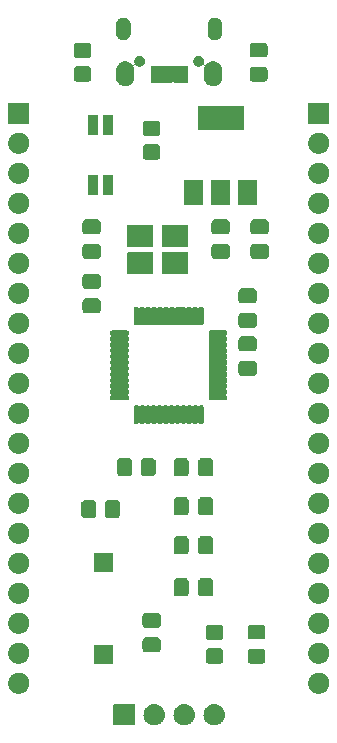
<source format=gbr>
G04 #@! TF.GenerationSoftware,KiCad,Pcbnew,7.0.5*
G04 #@! TF.CreationDate,2023-06-26T03:35:34+05:30*
G04 #@! TF.ProjectId,STM32_Dev_Board_v0.1,53544d33-325f-4446-9576-5f426f617264,rev?*
G04 #@! TF.SameCoordinates,Original*
G04 #@! TF.FileFunction,Soldermask,Top*
G04 #@! TF.FilePolarity,Negative*
%FSLAX46Y46*%
G04 Gerber Fmt 4.6, Leading zero omitted, Abs format (unit mm)*
G04 Created by KiCad (PCBNEW 7.0.5) date 2023-06-26 03:35:34*
%MOMM*%
%LPD*%
G01*
G04 APERTURE LIST*
G04 APERTURE END LIST*
G36*
X85994840Y-103370067D02*
G01*
X86011321Y-103381079D01*
X86022333Y-103397560D01*
X86026200Y-103417000D01*
X86026200Y-105117000D01*
X86022333Y-105136440D01*
X86011321Y-105152921D01*
X85994840Y-105163933D01*
X85975400Y-105167800D01*
X84275400Y-105167800D01*
X84255960Y-105163933D01*
X84239479Y-105152921D01*
X84228467Y-105136440D01*
X84224600Y-105117000D01*
X84224600Y-103417000D01*
X84228467Y-103397560D01*
X84239479Y-103381079D01*
X84255960Y-103370067D01*
X84275400Y-103366200D01*
X85975400Y-103366200D01*
X85994840Y-103370067D01*
G37*
G36*
X87709373Y-103371135D02*
G01*
X87759559Y-103371135D01*
X87802896Y-103380346D01*
X87841016Y-103384101D01*
X87888906Y-103398628D01*
X87943763Y-103410288D01*
X87978863Y-103425915D01*
X88009892Y-103435328D01*
X88059203Y-103461685D01*
X88115800Y-103486884D01*
X88142113Y-103506002D01*
X88165520Y-103518513D01*
X88213260Y-103557693D01*
X88268153Y-103597575D01*
X88285978Y-103617372D01*
X88301933Y-103630466D01*
X88344810Y-103682711D01*
X88394163Y-103737523D01*
X88404529Y-103755477D01*
X88413886Y-103766879D01*
X88448505Y-103831647D01*
X88488322Y-103900612D01*
X88492901Y-103914706D01*
X88497071Y-103922507D01*
X88520056Y-103998281D01*
X88546515Y-104079713D01*
X88547446Y-104088576D01*
X88548298Y-104091383D01*
X88556584Y-104175518D01*
X88566200Y-104267000D01*
X88556583Y-104358489D01*
X88548298Y-104442616D01*
X88547446Y-104445422D01*
X88546515Y-104454287D01*
X88520051Y-104535732D01*
X88497071Y-104611492D01*
X88492902Y-104619290D01*
X88488322Y-104633388D01*
X88448498Y-104702365D01*
X88413886Y-104767120D01*
X88404531Y-104778518D01*
X88394163Y-104796477D01*
X88344801Y-104851298D01*
X88301933Y-104903533D01*
X88285982Y-104916623D01*
X88268153Y-104936425D01*
X88213250Y-104976314D01*
X88165520Y-105015486D01*
X88142119Y-105027994D01*
X88115800Y-105047116D01*
X88059192Y-105072319D01*
X88009892Y-105098671D01*
X87978870Y-105108081D01*
X87943763Y-105123712D01*
X87888895Y-105135374D01*
X87841016Y-105149898D01*
X87802905Y-105153651D01*
X87759559Y-105162865D01*
X87709362Y-105162865D01*
X87665400Y-105167195D01*
X87621437Y-105162865D01*
X87571241Y-105162865D01*
X87527895Y-105153651D01*
X87489783Y-105149898D01*
X87441901Y-105135373D01*
X87387037Y-105123712D01*
X87351931Y-105108082D01*
X87320907Y-105098671D01*
X87271602Y-105072316D01*
X87215000Y-105047116D01*
X87188683Y-105027996D01*
X87165279Y-105015486D01*
X87117541Y-104976308D01*
X87062647Y-104936425D01*
X87044820Y-104916626D01*
X87028866Y-104903533D01*
X86985987Y-104851285D01*
X86936637Y-104796477D01*
X86926271Y-104778522D01*
X86916913Y-104767120D01*
X86882288Y-104702341D01*
X86842478Y-104633388D01*
X86837899Y-104619295D01*
X86833728Y-104611492D01*
X86810732Y-104535686D01*
X86784285Y-104454287D01*
X86783353Y-104445427D01*
X86782501Y-104442616D01*
X86774200Y-104358338D01*
X86764600Y-104267000D01*
X86774199Y-104175669D01*
X86782501Y-104091383D01*
X86783353Y-104088571D01*
X86784285Y-104079713D01*
X86810728Y-103998327D01*
X86833728Y-103922507D01*
X86837899Y-103914701D01*
X86842478Y-103900612D01*
X86882281Y-103831670D01*
X86916913Y-103766879D01*
X86926273Y-103755473D01*
X86936637Y-103737523D01*
X86985977Y-103682724D01*
X87028866Y-103630466D01*
X87044824Y-103617369D01*
X87062647Y-103597575D01*
X87117530Y-103557699D01*
X87165279Y-103518513D01*
X87188688Y-103506000D01*
X87215000Y-103486884D01*
X87271590Y-103461688D01*
X87320907Y-103435328D01*
X87351938Y-103425914D01*
X87387037Y-103410288D01*
X87441890Y-103398628D01*
X87489783Y-103384101D01*
X87527904Y-103380346D01*
X87571241Y-103371135D01*
X87621427Y-103371135D01*
X87665400Y-103366804D01*
X87709373Y-103371135D01*
G37*
G36*
X90249372Y-103371135D02*
G01*
X90299559Y-103371135D01*
X90342896Y-103380346D01*
X90381016Y-103384101D01*
X90428906Y-103398628D01*
X90483763Y-103410288D01*
X90518863Y-103425915D01*
X90549892Y-103435328D01*
X90599203Y-103461685D01*
X90655800Y-103486884D01*
X90682113Y-103506002D01*
X90705520Y-103518513D01*
X90753260Y-103557693D01*
X90808153Y-103597575D01*
X90825978Y-103617372D01*
X90841933Y-103630466D01*
X90884810Y-103682711D01*
X90934163Y-103737523D01*
X90944529Y-103755477D01*
X90953886Y-103766879D01*
X90988505Y-103831647D01*
X91028322Y-103900612D01*
X91032901Y-103914706D01*
X91037071Y-103922507D01*
X91060056Y-103998281D01*
X91086515Y-104079713D01*
X91087446Y-104088576D01*
X91088298Y-104091383D01*
X91096585Y-104175525D01*
X91106200Y-104267000D01*
X91096583Y-104358496D01*
X91088298Y-104442616D01*
X91087446Y-104445422D01*
X91086515Y-104454287D01*
X91060051Y-104535732D01*
X91037071Y-104611492D01*
X91032902Y-104619290D01*
X91028322Y-104633388D01*
X90988498Y-104702365D01*
X90953886Y-104767120D01*
X90944531Y-104778518D01*
X90934163Y-104796477D01*
X90884801Y-104851298D01*
X90841933Y-104903533D01*
X90825982Y-104916623D01*
X90808153Y-104936425D01*
X90753250Y-104976314D01*
X90705520Y-105015486D01*
X90682119Y-105027994D01*
X90655800Y-105047116D01*
X90599192Y-105072319D01*
X90549892Y-105098671D01*
X90518870Y-105108081D01*
X90483763Y-105123712D01*
X90428895Y-105135374D01*
X90381016Y-105149898D01*
X90342905Y-105153651D01*
X90299559Y-105162865D01*
X90249362Y-105162865D01*
X90205399Y-105167195D01*
X90161437Y-105162865D01*
X90111241Y-105162865D01*
X90067895Y-105153651D01*
X90029783Y-105149898D01*
X89981901Y-105135373D01*
X89927037Y-105123712D01*
X89891931Y-105108082D01*
X89860907Y-105098671D01*
X89811602Y-105072316D01*
X89755000Y-105047116D01*
X89728683Y-105027996D01*
X89705279Y-105015486D01*
X89657541Y-104976308D01*
X89602647Y-104936425D01*
X89584820Y-104916626D01*
X89568866Y-104903533D01*
X89525987Y-104851285D01*
X89476637Y-104796477D01*
X89466271Y-104778522D01*
X89456913Y-104767120D01*
X89422288Y-104702341D01*
X89382478Y-104633388D01*
X89377899Y-104619295D01*
X89373728Y-104611492D01*
X89350732Y-104535686D01*
X89324285Y-104454287D01*
X89323353Y-104445427D01*
X89322501Y-104442616D01*
X89314200Y-104358345D01*
X89304600Y-104267000D01*
X89314198Y-104175676D01*
X89322501Y-104091383D01*
X89323353Y-104088571D01*
X89324285Y-104079713D01*
X89350728Y-103998327D01*
X89373728Y-103922507D01*
X89377899Y-103914701D01*
X89382478Y-103900612D01*
X89422281Y-103831670D01*
X89456913Y-103766879D01*
X89466273Y-103755473D01*
X89476637Y-103737523D01*
X89525977Y-103682724D01*
X89568866Y-103630466D01*
X89584824Y-103617369D01*
X89602647Y-103597575D01*
X89657530Y-103557699D01*
X89705279Y-103518513D01*
X89728688Y-103506000D01*
X89755000Y-103486884D01*
X89811590Y-103461688D01*
X89860907Y-103435328D01*
X89891938Y-103425914D01*
X89927037Y-103410288D01*
X89981890Y-103398628D01*
X90029783Y-103384101D01*
X90067904Y-103380346D01*
X90111241Y-103371135D01*
X90161426Y-103371135D01*
X90205399Y-103366804D01*
X90249372Y-103371135D01*
G37*
G36*
X92789372Y-103371135D02*
G01*
X92839559Y-103371135D01*
X92882896Y-103380346D01*
X92921016Y-103384101D01*
X92968906Y-103398628D01*
X93023763Y-103410288D01*
X93058863Y-103425915D01*
X93089892Y-103435328D01*
X93139203Y-103461685D01*
X93195800Y-103486884D01*
X93222113Y-103506002D01*
X93245520Y-103518513D01*
X93293260Y-103557693D01*
X93348153Y-103597575D01*
X93365978Y-103617372D01*
X93381933Y-103630466D01*
X93424810Y-103682711D01*
X93474163Y-103737523D01*
X93484529Y-103755477D01*
X93493886Y-103766879D01*
X93528505Y-103831647D01*
X93568322Y-103900612D01*
X93572901Y-103914706D01*
X93577071Y-103922507D01*
X93600056Y-103998281D01*
X93626515Y-104079713D01*
X93627446Y-104088576D01*
X93628298Y-104091383D01*
X93636584Y-104175518D01*
X93646200Y-104267000D01*
X93636583Y-104358489D01*
X93628298Y-104442616D01*
X93627446Y-104445422D01*
X93626515Y-104454287D01*
X93600051Y-104535732D01*
X93577071Y-104611492D01*
X93572902Y-104619290D01*
X93568322Y-104633388D01*
X93528498Y-104702365D01*
X93493886Y-104767120D01*
X93484531Y-104778518D01*
X93474163Y-104796477D01*
X93424801Y-104851298D01*
X93381933Y-104903533D01*
X93365982Y-104916623D01*
X93348153Y-104936425D01*
X93293250Y-104976314D01*
X93245520Y-105015486D01*
X93222119Y-105027994D01*
X93195800Y-105047116D01*
X93139192Y-105072319D01*
X93089892Y-105098671D01*
X93058870Y-105108081D01*
X93023763Y-105123712D01*
X92968895Y-105135374D01*
X92921016Y-105149898D01*
X92882905Y-105153651D01*
X92839559Y-105162865D01*
X92789362Y-105162865D01*
X92745400Y-105167195D01*
X92701437Y-105162865D01*
X92651241Y-105162865D01*
X92607895Y-105153651D01*
X92569783Y-105149898D01*
X92521901Y-105135373D01*
X92467037Y-105123712D01*
X92431931Y-105108082D01*
X92400907Y-105098671D01*
X92351602Y-105072316D01*
X92295000Y-105047116D01*
X92268683Y-105027996D01*
X92245279Y-105015486D01*
X92197541Y-104976308D01*
X92142647Y-104936425D01*
X92124820Y-104916626D01*
X92108866Y-104903533D01*
X92065987Y-104851285D01*
X92016637Y-104796477D01*
X92006271Y-104778522D01*
X91996913Y-104767120D01*
X91962288Y-104702341D01*
X91922478Y-104633388D01*
X91917899Y-104619295D01*
X91913728Y-104611492D01*
X91890732Y-104535686D01*
X91864285Y-104454287D01*
X91863353Y-104445427D01*
X91862501Y-104442616D01*
X91854200Y-104358338D01*
X91844600Y-104267000D01*
X91854199Y-104175669D01*
X91862501Y-104091383D01*
X91863353Y-104088571D01*
X91864285Y-104079713D01*
X91890728Y-103998327D01*
X91913728Y-103922507D01*
X91917899Y-103914701D01*
X91922478Y-103900612D01*
X91962281Y-103831670D01*
X91996913Y-103766879D01*
X92006273Y-103755473D01*
X92016637Y-103737523D01*
X92065977Y-103682724D01*
X92108866Y-103630466D01*
X92124824Y-103617369D01*
X92142647Y-103597575D01*
X92197530Y-103557699D01*
X92245279Y-103518513D01*
X92268688Y-103506000D01*
X92295000Y-103486884D01*
X92351590Y-103461688D01*
X92400907Y-103435328D01*
X92431938Y-103425914D01*
X92467037Y-103410288D01*
X92521890Y-103398628D01*
X92569783Y-103384101D01*
X92607904Y-103380346D01*
X92651241Y-103371135D01*
X92701426Y-103371135D01*
X92745399Y-103366804D01*
X92789372Y-103371135D01*
G37*
G36*
X76243973Y-100704135D02*
G01*
X76294159Y-100704135D01*
X76337496Y-100713346D01*
X76375616Y-100717101D01*
X76423506Y-100731628D01*
X76478363Y-100743288D01*
X76513463Y-100758915D01*
X76544492Y-100768328D01*
X76593803Y-100794685D01*
X76650400Y-100819884D01*
X76676713Y-100839002D01*
X76700120Y-100851513D01*
X76747860Y-100890693D01*
X76802753Y-100930575D01*
X76820578Y-100950372D01*
X76836533Y-100963466D01*
X76879410Y-101015711D01*
X76928763Y-101070523D01*
X76939129Y-101088477D01*
X76948486Y-101099879D01*
X76983105Y-101164647D01*
X77022922Y-101233612D01*
X77027501Y-101247706D01*
X77031671Y-101255507D01*
X77054656Y-101331281D01*
X77081115Y-101412713D01*
X77082046Y-101421576D01*
X77082898Y-101424383D01*
X77091184Y-101508518D01*
X77100800Y-101600000D01*
X77091183Y-101691489D01*
X77082898Y-101775616D01*
X77082046Y-101778422D01*
X77081115Y-101787287D01*
X77054651Y-101868732D01*
X77031671Y-101944492D01*
X77027502Y-101952290D01*
X77022922Y-101966388D01*
X76983098Y-102035365D01*
X76948486Y-102100120D01*
X76939131Y-102111518D01*
X76928763Y-102129477D01*
X76879401Y-102184298D01*
X76836533Y-102236533D01*
X76820582Y-102249623D01*
X76802753Y-102269425D01*
X76747850Y-102309314D01*
X76700120Y-102348486D01*
X76676719Y-102360994D01*
X76650400Y-102380116D01*
X76593792Y-102405319D01*
X76544492Y-102431671D01*
X76513470Y-102441081D01*
X76478363Y-102456712D01*
X76423495Y-102468374D01*
X76375616Y-102482898D01*
X76337505Y-102486651D01*
X76294159Y-102495865D01*
X76243962Y-102495865D01*
X76200000Y-102500195D01*
X76156037Y-102495865D01*
X76105841Y-102495865D01*
X76062495Y-102486651D01*
X76024383Y-102482898D01*
X75976501Y-102468373D01*
X75921637Y-102456712D01*
X75886531Y-102441082D01*
X75855507Y-102431671D01*
X75806202Y-102405316D01*
X75749600Y-102380116D01*
X75723283Y-102360996D01*
X75699879Y-102348486D01*
X75652141Y-102309308D01*
X75597247Y-102269425D01*
X75579420Y-102249626D01*
X75563466Y-102236533D01*
X75520587Y-102184285D01*
X75471237Y-102129477D01*
X75460871Y-102111522D01*
X75451513Y-102100120D01*
X75416888Y-102035341D01*
X75377078Y-101966388D01*
X75372499Y-101952295D01*
X75368328Y-101944492D01*
X75345332Y-101868686D01*
X75318885Y-101787287D01*
X75317953Y-101778427D01*
X75317101Y-101775616D01*
X75308800Y-101691338D01*
X75299200Y-101600000D01*
X75308799Y-101508669D01*
X75317101Y-101424383D01*
X75317953Y-101421571D01*
X75318885Y-101412713D01*
X75345328Y-101331327D01*
X75368328Y-101255507D01*
X75372499Y-101247701D01*
X75377078Y-101233612D01*
X75416881Y-101164670D01*
X75451513Y-101099879D01*
X75460873Y-101088473D01*
X75471237Y-101070523D01*
X75520577Y-101015724D01*
X75563466Y-100963466D01*
X75579424Y-100950369D01*
X75597247Y-100930575D01*
X75652130Y-100890699D01*
X75699879Y-100851513D01*
X75723288Y-100839000D01*
X75749600Y-100819884D01*
X75806190Y-100794688D01*
X75855507Y-100768328D01*
X75886538Y-100758914D01*
X75921637Y-100743288D01*
X75976490Y-100731628D01*
X76024383Y-100717101D01*
X76062504Y-100713346D01*
X76105841Y-100704135D01*
X76156027Y-100704135D01*
X76200000Y-100699804D01*
X76243973Y-100704135D01*
G37*
G36*
X101643973Y-100704135D02*
G01*
X101694159Y-100704135D01*
X101737496Y-100713346D01*
X101775616Y-100717101D01*
X101823506Y-100731628D01*
X101878363Y-100743288D01*
X101913463Y-100758915D01*
X101944492Y-100768328D01*
X101993803Y-100794685D01*
X102050400Y-100819884D01*
X102076713Y-100839002D01*
X102100120Y-100851513D01*
X102147860Y-100890693D01*
X102202753Y-100930575D01*
X102220578Y-100950372D01*
X102236533Y-100963466D01*
X102279410Y-101015711D01*
X102328763Y-101070523D01*
X102339129Y-101088477D01*
X102348486Y-101099879D01*
X102383105Y-101164647D01*
X102422922Y-101233612D01*
X102427501Y-101247706D01*
X102431671Y-101255507D01*
X102454656Y-101331281D01*
X102481115Y-101412713D01*
X102482046Y-101421576D01*
X102482898Y-101424383D01*
X102491184Y-101508518D01*
X102500800Y-101600000D01*
X102491183Y-101691489D01*
X102482898Y-101775616D01*
X102482046Y-101778422D01*
X102481115Y-101787287D01*
X102454651Y-101868732D01*
X102431671Y-101944492D01*
X102427502Y-101952290D01*
X102422922Y-101966388D01*
X102383098Y-102035365D01*
X102348486Y-102100120D01*
X102339131Y-102111518D01*
X102328763Y-102129477D01*
X102279401Y-102184298D01*
X102236533Y-102236533D01*
X102220582Y-102249623D01*
X102202753Y-102269425D01*
X102147850Y-102309314D01*
X102100120Y-102348486D01*
X102076719Y-102360994D01*
X102050400Y-102380116D01*
X101993792Y-102405319D01*
X101944492Y-102431671D01*
X101913470Y-102441081D01*
X101878363Y-102456712D01*
X101823495Y-102468374D01*
X101775616Y-102482898D01*
X101737505Y-102486651D01*
X101694159Y-102495865D01*
X101643962Y-102495865D01*
X101600000Y-102500195D01*
X101556037Y-102495865D01*
X101505841Y-102495865D01*
X101462495Y-102486651D01*
X101424383Y-102482898D01*
X101376501Y-102468373D01*
X101321637Y-102456712D01*
X101286531Y-102441082D01*
X101255507Y-102431671D01*
X101206202Y-102405316D01*
X101149600Y-102380116D01*
X101123283Y-102360996D01*
X101099879Y-102348486D01*
X101052141Y-102309308D01*
X100997247Y-102269425D01*
X100979420Y-102249626D01*
X100963466Y-102236533D01*
X100920587Y-102184285D01*
X100871237Y-102129477D01*
X100860871Y-102111522D01*
X100851513Y-102100120D01*
X100816888Y-102035341D01*
X100777078Y-101966388D01*
X100772499Y-101952295D01*
X100768328Y-101944492D01*
X100745332Y-101868686D01*
X100718885Y-101787287D01*
X100717953Y-101778427D01*
X100717101Y-101775616D01*
X100708800Y-101691338D01*
X100699200Y-101600000D01*
X100708799Y-101508669D01*
X100717101Y-101424383D01*
X100717953Y-101421571D01*
X100718885Y-101412713D01*
X100745328Y-101331327D01*
X100768328Y-101255507D01*
X100772499Y-101247701D01*
X100777078Y-101233612D01*
X100816881Y-101164670D01*
X100851513Y-101099879D01*
X100860873Y-101088473D01*
X100871237Y-101070523D01*
X100920577Y-101015724D01*
X100963466Y-100963466D01*
X100979424Y-100950369D01*
X100997247Y-100930575D01*
X101052130Y-100890699D01*
X101099879Y-100851513D01*
X101123288Y-100839000D01*
X101149600Y-100819884D01*
X101206190Y-100794688D01*
X101255507Y-100768328D01*
X101286538Y-100758914D01*
X101321637Y-100743288D01*
X101376490Y-100731628D01*
X101424383Y-100717101D01*
X101462504Y-100713346D01*
X101505841Y-100704135D01*
X101556027Y-100704135D01*
X101600000Y-100699804D01*
X101643973Y-100704135D01*
G37*
G36*
X76243972Y-98164135D02*
G01*
X76294159Y-98164135D01*
X76337496Y-98173346D01*
X76375616Y-98177101D01*
X76423506Y-98191628D01*
X76478363Y-98203288D01*
X76513463Y-98218915D01*
X76544492Y-98228328D01*
X76593803Y-98254685D01*
X76650400Y-98279884D01*
X76676713Y-98299002D01*
X76700120Y-98311513D01*
X76747860Y-98350693D01*
X76802753Y-98390575D01*
X76820578Y-98410372D01*
X76836533Y-98423466D01*
X76879410Y-98475711D01*
X76928763Y-98530523D01*
X76939129Y-98548477D01*
X76948486Y-98559879D01*
X76983105Y-98624647D01*
X77022922Y-98693612D01*
X77027501Y-98707706D01*
X77031671Y-98715507D01*
X77054656Y-98791281D01*
X77081115Y-98872713D01*
X77082046Y-98881576D01*
X77082898Y-98884383D01*
X77091184Y-98968518D01*
X77100800Y-99060000D01*
X77091183Y-99151489D01*
X77082898Y-99235616D01*
X77082046Y-99238422D01*
X77081115Y-99247287D01*
X77054651Y-99328732D01*
X77031671Y-99404492D01*
X77027502Y-99412290D01*
X77022922Y-99426388D01*
X76983098Y-99495365D01*
X76948486Y-99560120D01*
X76939131Y-99571518D01*
X76928763Y-99589477D01*
X76879401Y-99644298D01*
X76836533Y-99696533D01*
X76820582Y-99709623D01*
X76802753Y-99729425D01*
X76747850Y-99769314D01*
X76700120Y-99808486D01*
X76676719Y-99820994D01*
X76650400Y-99840116D01*
X76593792Y-99865319D01*
X76544492Y-99891671D01*
X76513470Y-99901081D01*
X76478363Y-99916712D01*
X76423495Y-99928374D01*
X76375616Y-99942898D01*
X76337505Y-99946651D01*
X76294159Y-99955865D01*
X76243962Y-99955865D01*
X76199999Y-99960195D01*
X76156037Y-99955865D01*
X76105841Y-99955865D01*
X76062495Y-99946651D01*
X76024383Y-99942898D01*
X75976501Y-99928373D01*
X75921637Y-99916712D01*
X75886531Y-99901082D01*
X75855507Y-99891671D01*
X75806202Y-99865316D01*
X75749600Y-99840116D01*
X75723283Y-99820996D01*
X75699879Y-99808486D01*
X75652141Y-99769308D01*
X75597247Y-99729425D01*
X75579420Y-99709626D01*
X75563466Y-99696533D01*
X75520587Y-99644285D01*
X75471237Y-99589477D01*
X75460871Y-99571522D01*
X75451513Y-99560120D01*
X75416888Y-99495341D01*
X75377078Y-99426388D01*
X75372499Y-99412295D01*
X75368328Y-99404492D01*
X75345332Y-99328686D01*
X75318885Y-99247287D01*
X75317953Y-99238427D01*
X75317101Y-99235616D01*
X75308800Y-99151345D01*
X75299200Y-99060000D01*
X75308798Y-98968676D01*
X75317101Y-98884383D01*
X75317953Y-98881571D01*
X75318885Y-98872713D01*
X75345328Y-98791327D01*
X75368328Y-98715507D01*
X75372499Y-98707701D01*
X75377078Y-98693612D01*
X75416881Y-98624670D01*
X75451513Y-98559879D01*
X75460873Y-98548473D01*
X75471237Y-98530523D01*
X75520577Y-98475724D01*
X75563466Y-98423466D01*
X75579424Y-98410369D01*
X75597247Y-98390575D01*
X75652130Y-98350699D01*
X75699879Y-98311513D01*
X75723288Y-98299000D01*
X75749600Y-98279884D01*
X75806190Y-98254688D01*
X75855507Y-98228328D01*
X75886538Y-98218914D01*
X75921637Y-98203288D01*
X75976490Y-98191628D01*
X76024383Y-98177101D01*
X76062504Y-98173346D01*
X76105841Y-98164135D01*
X76156026Y-98164135D01*
X76199999Y-98159804D01*
X76243972Y-98164135D01*
G37*
G36*
X101643973Y-98164135D02*
G01*
X101694159Y-98164135D01*
X101737496Y-98173346D01*
X101775616Y-98177101D01*
X101823506Y-98191628D01*
X101878363Y-98203288D01*
X101913463Y-98218915D01*
X101944492Y-98228328D01*
X101993803Y-98254685D01*
X102050400Y-98279884D01*
X102076713Y-98299002D01*
X102100120Y-98311513D01*
X102147860Y-98350693D01*
X102202753Y-98390575D01*
X102220578Y-98410372D01*
X102236533Y-98423466D01*
X102279410Y-98475711D01*
X102328763Y-98530523D01*
X102339129Y-98548477D01*
X102348486Y-98559879D01*
X102383105Y-98624647D01*
X102422922Y-98693612D01*
X102427501Y-98707706D01*
X102431671Y-98715507D01*
X102454656Y-98791281D01*
X102481115Y-98872713D01*
X102482046Y-98881576D01*
X102482898Y-98884383D01*
X102491185Y-98968525D01*
X102500800Y-99060000D01*
X102491183Y-99151496D01*
X102482898Y-99235616D01*
X102482046Y-99238422D01*
X102481115Y-99247287D01*
X102454651Y-99328732D01*
X102431671Y-99404492D01*
X102427502Y-99412290D01*
X102422922Y-99426388D01*
X102383098Y-99495365D01*
X102348486Y-99560120D01*
X102339131Y-99571518D01*
X102328763Y-99589477D01*
X102279401Y-99644298D01*
X102236533Y-99696533D01*
X102220582Y-99709623D01*
X102202753Y-99729425D01*
X102147850Y-99769314D01*
X102100120Y-99808486D01*
X102076719Y-99820994D01*
X102050400Y-99840116D01*
X101993792Y-99865319D01*
X101944492Y-99891671D01*
X101913470Y-99901081D01*
X101878363Y-99916712D01*
X101823495Y-99928374D01*
X101775616Y-99942898D01*
X101737505Y-99946651D01*
X101694159Y-99955865D01*
X101643962Y-99955865D01*
X101600000Y-99960195D01*
X101556037Y-99955865D01*
X101505841Y-99955865D01*
X101462495Y-99946651D01*
X101424383Y-99942898D01*
X101376501Y-99928373D01*
X101321637Y-99916712D01*
X101286531Y-99901082D01*
X101255507Y-99891671D01*
X101206202Y-99865316D01*
X101149600Y-99840116D01*
X101123283Y-99820996D01*
X101099879Y-99808486D01*
X101052141Y-99769308D01*
X100997247Y-99729425D01*
X100979420Y-99709626D01*
X100963466Y-99696533D01*
X100920587Y-99644285D01*
X100871237Y-99589477D01*
X100860871Y-99571522D01*
X100851513Y-99560120D01*
X100816888Y-99495341D01*
X100777078Y-99426388D01*
X100772499Y-99412295D01*
X100768328Y-99404492D01*
X100745332Y-99328686D01*
X100718885Y-99247287D01*
X100717953Y-99238427D01*
X100717101Y-99235616D01*
X100708800Y-99151345D01*
X100699200Y-99060000D01*
X100708798Y-98968676D01*
X100717101Y-98884383D01*
X100717953Y-98881571D01*
X100718885Y-98872713D01*
X100745328Y-98791327D01*
X100768328Y-98715507D01*
X100772499Y-98707701D01*
X100777078Y-98693612D01*
X100816881Y-98624670D01*
X100851513Y-98559879D01*
X100860873Y-98548473D01*
X100871237Y-98530523D01*
X100920577Y-98475724D01*
X100963466Y-98423466D01*
X100979424Y-98410369D01*
X100997247Y-98390575D01*
X101052130Y-98350699D01*
X101099879Y-98311513D01*
X101123288Y-98299000D01*
X101149600Y-98279884D01*
X101206190Y-98254688D01*
X101255507Y-98228328D01*
X101286538Y-98218914D01*
X101321637Y-98203288D01*
X101376490Y-98191628D01*
X101424383Y-98177101D01*
X101462504Y-98173346D01*
X101505841Y-98164135D01*
X101556027Y-98164135D01*
X101600000Y-98159804D01*
X101643973Y-98164135D01*
G37*
G36*
X84158140Y-98353067D02*
G01*
X84174621Y-98364079D01*
X84185633Y-98380560D01*
X84189500Y-98400000D01*
X84189500Y-99900000D01*
X84185633Y-99919440D01*
X84174621Y-99935921D01*
X84158140Y-99946933D01*
X84138700Y-99950800D01*
X82638700Y-99950800D01*
X82619260Y-99946933D01*
X82602779Y-99935921D01*
X82591767Y-99919440D01*
X82587900Y-99900000D01*
X82587900Y-98400000D01*
X82591767Y-98380560D01*
X82602779Y-98364079D01*
X82619260Y-98353067D01*
X82638700Y-98349200D01*
X84138700Y-98349200D01*
X84158140Y-98353067D01*
G37*
G36*
X93305568Y-98655190D02*
G01*
X93321371Y-98662167D01*
X93329170Y-98663403D01*
X93361653Y-98679954D01*
X93406693Y-98699841D01*
X93484859Y-98778007D01*
X93504749Y-98823053D01*
X93521296Y-98855529D01*
X93522530Y-98863325D01*
X93529510Y-98879132D01*
X93537500Y-98948000D01*
X93537500Y-99648000D01*
X93529510Y-99716868D01*
X93522530Y-99732675D01*
X93521296Y-99740470D01*
X93504752Y-99772938D01*
X93484859Y-99817993D01*
X93406693Y-99896159D01*
X93361638Y-99916052D01*
X93329170Y-99932596D01*
X93321374Y-99933830D01*
X93305568Y-99940810D01*
X93236700Y-99948800D01*
X92336700Y-99948800D01*
X92267832Y-99940810D01*
X92252025Y-99933830D01*
X92244229Y-99932596D01*
X92211753Y-99916049D01*
X92166707Y-99896159D01*
X92088541Y-99817993D01*
X92068654Y-99772953D01*
X92052103Y-99740470D01*
X92050867Y-99732671D01*
X92043890Y-99716868D01*
X92035900Y-99648000D01*
X92035900Y-98948000D01*
X92043890Y-98879132D01*
X92050867Y-98863329D01*
X92052103Y-98855529D01*
X92068657Y-98823038D01*
X92088541Y-98778007D01*
X92166707Y-98699841D01*
X92211738Y-98679957D01*
X92244229Y-98663403D01*
X92252029Y-98662167D01*
X92267832Y-98655190D01*
X92336700Y-98647200D01*
X93236700Y-98647200D01*
X93305568Y-98655190D01*
G37*
G36*
X96861568Y-98696190D02*
G01*
X96877371Y-98703167D01*
X96885170Y-98704403D01*
X96917653Y-98720954D01*
X96962693Y-98740841D01*
X97040859Y-98819007D01*
X97060749Y-98864053D01*
X97077296Y-98896529D01*
X97078530Y-98904325D01*
X97085510Y-98920132D01*
X97093500Y-98989000D01*
X97093500Y-99639000D01*
X97085510Y-99707868D01*
X97078530Y-99723675D01*
X97077296Y-99731470D01*
X97060752Y-99763938D01*
X97040859Y-99808993D01*
X96962693Y-99887159D01*
X96917638Y-99907052D01*
X96885170Y-99923596D01*
X96877374Y-99924830D01*
X96861568Y-99931810D01*
X96792700Y-99939800D01*
X95892700Y-99939800D01*
X95823832Y-99931810D01*
X95808025Y-99924830D01*
X95800229Y-99923596D01*
X95767753Y-99907049D01*
X95722707Y-99887159D01*
X95644541Y-99808993D01*
X95624654Y-99763953D01*
X95608103Y-99731470D01*
X95606867Y-99723671D01*
X95599890Y-99707868D01*
X95591900Y-99639000D01*
X95591900Y-98989000D01*
X95599890Y-98920132D01*
X95606867Y-98904329D01*
X95608103Y-98896529D01*
X95624657Y-98864038D01*
X95644541Y-98819007D01*
X95722707Y-98740841D01*
X95767738Y-98720957D01*
X95800229Y-98704403D01*
X95808029Y-98703167D01*
X95823832Y-98696190D01*
X95892700Y-98688200D01*
X96792700Y-98688200D01*
X96861568Y-98696190D01*
G37*
G36*
X87996568Y-97710690D02*
G01*
X88012371Y-97717667D01*
X88020170Y-97718903D01*
X88052653Y-97735454D01*
X88097693Y-97755341D01*
X88175859Y-97833507D01*
X88195749Y-97878553D01*
X88212296Y-97911029D01*
X88213530Y-97918825D01*
X88220510Y-97934632D01*
X88228500Y-98003500D01*
X88228500Y-98678500D01*
X88220510Y-98747368D01*
X88213530Y-98763175D01*
X88212296Y-98770970D01*
X88195752Y-98803438D01*
X88175859Y-98848493D01*
X88097693Y-98926659D01*
X88052638Y-98946552D01*
X88020170Y-98963096D01*
X88012374Y-98964330D01*
X87996568Y-98971310D01*
X87927700Y-98979300D01*
X86977700Y-98979300D01*
X86908832Y-98971310D01*
X86893025Y-98964330D01*
X86885229Y-98963096D01*
X86852753Y-98946549D01*
X86807707Y-98926659D01*
X86729541Y-98848493D01*
X86709654Y-98803453D01*
X86693103Y-98770970D01*
X86691867Y-98763171D01*
X86684890Y-98747368D01*
X86676900Y-98678500D01*
X86676900Y-98003500D01*
X86684890Y-97934632D01*
X86691867Y-97918829D01*
X86693103Y-97911029D01*
X86709657Y-97878538D01*
X86729541Y-97833507D01*
X86807707Y-97755341D01*
X86852738Y-97735457D01*
X86885229Y-97718903D01*
X86893029Y-97717667D01*
X86908832Y-97710690D01*
X86977700Y-97702700D01*
X87927700Y-97702700D01*
X87996568Y-97710690D01*
G37*
G36*
X93305568Y-96655190D02*
G01*
X93321371Y-96662167D01*
X93329170Y-96663403D01*
X93361653Y-96679954D01*
X93406693Y-96699841D01*
X93484859Y-96778007D01*
X93504749Y-96823053D01*
X93521296Y-96855529D01*
X93522530Y-96863325D01*
X93529510Y-96879132D01*
X93537500Y-96948000D01*
X93537500Y-97648000D01*
X93529510Y-97716868D01*
X93522530Y-97732675D01*
X93521296Y-97740470D01*
X93504752Y-97772938D01*
X93484859Y-97817993D01*
X93406693Y-97896159D01*
X93361638Y-97916052D01*
X93329170Y-97932596D01*
X93321374Y-97933830D01*
X93305568Y-97940810D01*
X93236700Y-97948800D01*
X92336700Y-97948800D01*
X92267832Y-97940810D01*
X92252025Y-97933830D01*
X92244229Y-97932596D01*
X92211753Y-97916049D01*
X92166707Y-97896159D01*
X92088541Y-97817993D01*
X92068654Y-97772953D01*
X92052103Y-97740470D01*
X92050867Y-97732671D01*
X92043890Y-97716868D01*
X92035900Y-97648000D01*
X92035900Y-96948000D01*
X92043890Y-96879132D01*
X92050867Y-96863329D01*
X92052103Y-96855529D01*
X92068657Y-96823038D01*
X92088541Y-96778007D01*
X92166707Y-96699841D01*
X92211738Y-96679957D01*
X92244229Y-96663403D01*
X92252029Y-96662167D01*
X92267832Y-96655190D01*
X92336700Y-96647200D01*
X93236700Y-96647200D01*
X93305568Y-96655190D01*
G37*
G36*
X96861568Y-96646190D02*
G01*
X96877371Y-96653167D01*
X96885170Y-96654403D01*
X96917653Y-96670954D01*
X96962693Y-96690841D01*
X97040859Y-96769007D01*
X97060749Y-96814053D01*
X97077296Y-96846529D01*
X97078530Y-96854325D01*
X97085510Y-96870132D01*
X97093500Y-96939000D01*
X97093500Y-97589000D01*
X97085510Y-97657868D01*
X97078530Y-97673675D01*
X97077296Y-97681470D01*
X97060752Y-97713938D01*
X97040859Y-97758993D01*
X96962693Y-97837159D01*
X96917638Y-97857052D01*
X96885170Y-97873596D01*
X96877374Y-97874830D01*
X96861568Y-97881810D01*
X96792700Y-97889800D01*
X95892700Y-97889800D01*
X95823832Y-97881810D01*
X95808025Y-97874830D01*
X95800229Y-97873596D01*
X95767753Y-97857049D01*
X95722707Y-97837159D01*
X95644541Y-97758993D01*
X95624654Y-97713953D01*
X95608103Y-97681470D01*
X95606867Y-97673671D01*
X95599890Y-97657868D01*
X95591900Y-97589000D01*
X95591900Y-96939000D01*
X95599890Y-96870132D01*
X95606867Y-96854329D01*
X95608103Y-96846529D01*
X95624657Y-96814038D01*
X95644541Y-96769007D01*
X95722707Y-96690841D01*
X95767738Y-96670957D01*
X95800229Y-96654403D01*
X95808029Y-96653167D01*
X95823832Y-96646190D01*
X95892700Y-96638200D01*
X96792700Y-96638200D01*
X96861568Y-96646190D01*
G37*
G36*
X76243973Y-95624135D02*
G01*
X76294159Y-95624135D01*
X76337496Y-95633346D01*
X76375616Y-95637101D01*
X76423506Y-95651628D01*
X76478363Y-95663288D01*
X76513463Y-95678915D01*
X76544492Y-95688328D01*
X76593803Y-95714685D01*
X76650400Y-95739884D01*
X76676713Y-95759002D01*
X76700120Y-95771513D01*
X76747860Y-95810693D01*
X76802753Y-95850575D01*
X76820578Y-95870372D01*
X76836533Y-95883466D01*
X76879410Y-95935711D01*
X76928763Y-95990523D01*
X76939129Y-96008477D01*
X76948486Y-96019879D01*
X76983105Y-96084647D01*
X77022922Y-96153612D01*
X77027501Y-96167706D01*
X77031671Y-96175507D01*
X77054656Y-96251281D01*
X77081115Y-96332713D01*
X77082046Y-96341576D01*
X77082898Y-96344383D01*
X77091185Y-96428525D01*
X77100800Y-96520000D01*
X77091183Y-96611496D01*
X77082898Y-96695616D01*
X77082046Y-96698422D01*
X77081115Y-96707287D01*
X77054651Y-96788732D01*
X77031671Y-96864492D01*
X77027502Y-96872290D01*
X77022922Y-96886388D01*
X76983098Y-96955365D01*
X76948486Y-97020120D01*
X76939131Y-97031518D01*
X76928763Y-97049477D01*
X76879401Y-97104298D01*
X76836533Y-97156533D01*
X76820582Y-97169623D01*
X76802753Y-97189425D01*
X76747850Y-97229314D01*
X76700120Y-97268486D01*
X76676719Y-97280994D01*
X76650400Y-97300116D01*
X76593792Y-97325319D01*
X76544492Y-97351671D01*
X76513470Y-97361081D01*
X76478363Y-97376712D01*
X76423495Y-97388374D01*
X76375616Y-97402898D01*
X76337505Y-97406651D01*
X76294159Y-97415865D01*
X76243962Y-97415865D01*
X76200000Y-97420195D01*
X76156037Y-97415865D01*
X76105841Y-97415865D01*
X76062495Y-97406651D01*
X76024383Y-97402898D01*
X75976501Y-97388373D01*
X75921637Y-97376712D01*
X75886531Y-97361082D01*
X75855507Y-97351671D01*
X75806202Y-97325316D01*
X75749600Y-97300116D01*
X75723283Y-97280996D01*
X75699879Y-97268486D01*
X75652141Y-97229308D01*
X75597247Y-97189425D01*
X75579420Y-97169626D01*
X75563466Y-97156533D01*
X75520587Y-97104285D01*
X75471237Y-97049477D01*
X75460871Y-97031522D01*
X75451513Y-97020120D01*
X75416888Y-96955341D01*
X75377078Y-96886388D01*
X75372499Y-96872295D01*
X75368328Y-96864492D01*
X75345332Y-96788686D01*
X75318885Y-96707287D01*
X75317953Y-96698427D01*
X75317101Y-96695616D01*
X75308800Y-96611345D01*
X75299200Y-96520000D01*
X75308798Y-96428676D01*
X75317101Y-96344383D01*
X75317953Y-96341571D01*
X75318885Y-96332713D01*
X75345328Y-96251327D01*
X75368328Y-96175507D01*
X75372499Y-96167701D01*
X75377078Y-96153612D01*
X75416881Y-96084670D01*
X75451513Y-96019879D01*
X75460873Y-96008473D01*
X75471237Y-95990523D01*
X75520577Y-95935724D01*
X75563466Y-95883466D01*
X75579424Y-95870369D01*
X75597247Y-95850575D01*
X75652130Y-95810699D01*
X75699879Y-95771513D01*
X75723288Y-95759000D01*
X75749600Y-95739884D01*
X75806190Y-95714688D01*
X75855507Y-95688328D01*
X75886538Y-95678914D01*
X75921637Y-95663288D01*
X75976490Y-95651628D01*
X76024383Y-95637101D01*
X76062504Y-95633346D01*
X76105841Y-95624135D01*
X76156027Y-95624135D01*
X76200000Y-95619804D01*
X76243973Y-95624135D01*
G37*
G36*
X101643973Y-95624135D02*
G01*
X101694159Y-95624135D01*
X101737496Y-95633346D01*
X101775616Y-95637101D01*
X101823506Y-95651628D01*
X101878363Y-95663288D01*
X101913463Y-95678915D01*
X101944492Y-95688328D01*
X101993803Y-95714685D01*
X102050400Y-95739884D01*
X102076713Y-95759002D01*
X102100120Y-95771513D01*
X102147860Y-95810693D01*
X102202753Y-95850575D01*
X102220578Y-95870372D01*
X102236533Y-95883466D01*
X102279410Y-95935711D01*
X102328763Y-95990523D01*
X102339129Y-96008477D01*
X102348486Y-96019879D01*
X102383105Y-96084647D01*
X102422922Y-96153612D01*
X102427501Y-96167706D01*
X102431671Y-96175507D01*
X102454656Y-96251281D01*
X102481115Y-96332713D01*
X102482046Y-96341576D01*
X102482898Y-96344383D01*
X102491184Y-96428518D01*
X102500800Y-96520000D01*
X102491183Y-96611489D01*
X102482898Y-96695616D01*
X102482046Y-96698422D01*
X102481115Y-96707287D01*
X102454651Y-96788732D01*
X102431671Y-96864492D01*
X102427502Y-96872290D01*
X102422922Y-96886388D01*
X102383098Y-96955365D01*
X102348486Y-97020120D01*
X102339131Y-97031518D01*
X102328763Y-97049477D01*
X102279401Y-97104298D01*
X102236533Y-97156533D01*
X102220582Y-97169623D01*
X102202753Y-97189425D01*
X102147850Y-97229314D01*
X102100120Y-97268486D01*
X102076719Y-97280994D01*
X102050400Y-97300116D01*
X101993792Y-97325319D01*
X101944492Y-97351671D01*
X101913470Y-97361081D01*
X101878363Y-97376712D01*
X101823495Y-97388374D01*
X101775616Y-97402898D01*
X101737505Y-97406651D01*
X101694159Y-97415865D01*
X101643962Y-97415865D01*
X101600000Y-97420195D01*
X101556037Y-97415865D01*
X101505841Y-97415865D01*
X101462495Y-97406651D01*
X101424383Y-97402898D01*
X101376501Y-97388373D01*
X101321637Y-97376712D01*
X101286531Y-97361082D01*
X101255507Y-97351671D01*
X101206202Y-97325316D01*
X101149600Y-97300116D01*
X101123283Y-97280996D01*
X101099879Y-97268486D01*
X101052141Y-97229308D01*
X100997247Y-97189425D01*
X100979420Y-97169626D01*
X100963466Y-97156533D01*
X100920587Y-97104285D01*
X100871237Y-97049477D01*
X100860871Y-97031522D01*
X100851513Y-97020120D01*
X100816888Y-96955341D01*
X100777078Y-96886388D01*
X100772499Y-96872295D01*
X100768328Y-96864492D01*
X100745332Y-96788686D01*
X100718885Y-96707287D01*
X100717953Y-96698427D01*
X100717101Y-96695616D01*
X100708800Y-96611338D01*
X100699200Y-96520000D01*
X100708799Y-96428669D01*
X100717101Y-96344383D01*
X100717953Y-96341571D01*
X100718885Y-96332713D01*
X100745328Y-96251327D01*
X100768328Y-96175507D01*
X100772499Y-96167701D01*
X100777078Y-96153612D01*
X100816881Y-96084670D01*
X100851513Y-96019879D01*
X100860873Y-96008473D01*
X100871237Y-95990523D01*
X100920577Y-95935724D01*
X100963466Y-95883466D01*
X100979424Y-95870369D01*
X100997247Y-95850575D01*
X101052130Y-95810699D01*
X101099879Y-95771513D01*
X101123288Y-95759000D01*
X101149600Y-95739884D01*
X101206190Y-95714688D01*
X101255507Y-95688328D01*
X101286538Y-95678914D01*
X101321637Y-95663288D01*
X101376490Y-95651628D01*
X101424383Y-95637101D01*
X101462504Y-95633346D01*
X101505841Y-95624135D01*
X101556027Y-95624135D01*
X101600000Y-95619804D01*
X101643973Y-95624135D01*
G37*
G36*
X87996568Y-95635690D02*
G01*
X88012371Y-95642667D01*
X88020170Y-95643903D01*
X88052653Y-95660454D01*
X88097693Y-95680341D01*
X88175859Y-95758507D01*
X88195749Y-95803553D01*
X88212296Y-95836029D01*
X88213530Y-95843825D01*
X88220510Y-95859632D01*
X88228500Y-95928500D01*
X88228500Y-96603500D01*
X88220510Y-96672368D01*
X88213530Y-96688175D01*
X88212296Y-96695970D01*
X88195752Y-96728438D01*
X88175859Y-96773493D01*
X88097693Y-96851659D01*
X88052638Y-96871552D01*
X88020170Y-96888096D01*
X88012374Y-96889330D01*
X87996568Y-96896310D01*
X87927700Y-96904300D01*
X86977700Y-96904300D01*
X86908832Y-96896310D01*
X86893025Y-96889330D01*
X86885229Y-96888096D01*
X86852753Y-96871549D01*
X86807707Y-96851659D01*
X86729541Y-96773493D01*
X86709654Y-96728453D01*
X86693103Y-96695970D01*
X86691867Y-96688171D01*
X86684890Y-96672368D01*
X86676900Y-96603500D01*
X86676900Y-95928500D01*
X86684890Y-95859632D01*
X86691867Y-95843829D01*
X86693103Y-95836029D01*
X86709657Y-95803538D01*
X86729541Y-95758507D01*
X86807707Y-95680341D01*
X86852738Y-95660457D01*
X86885229Y-95643903D01*
X86893029Y-95642667D01*
X86908832Y-95635690D01*
X86977700Y-95627700D01*
X87927700Y-95627700D01*
X87996568Y-95635690D01*
G37*
G36*
X76243972Y-93084135D02*
G01*
X76294159Y-93084135D01*
X76337496Y-93093346D01*
X76375616Y-93097101D01*
X76423506Y-93111628D01*
X76478363Y-93123288D01*
X76513463Y-93138915D01*
X76544492Y-93148328D01*
X76593803Y-93174685D01*
X76650400Y-93199884D01*
X76676713Y-93219002D01*
X76700120Y-93231513D01*
X76747860Y-93270693D01*
X76802753Y-93310575D01*
X76820578Y-93330372D01*
X76836533Y-93343466D01*
X76879410Y-93395711D01*
X76928763Y-93450523D01*
X76939129Y-93468477D01*
X76948486Y-93479879D01*
X76983105Y-93544647D01*
X77022922Y-93613612D01*
X77027501Y-93627706D01*
X77031671Y-93635507D01*
X77054656Y-93711281D01*
X77081115Y-93792713D01*
X77082046Y-93801576D01*
X77082898Y-93804383D01*
X77091184Y-93888518D01*
X77100800Y-93980000D01*
X77091183Y-94071489D01*
X77082898Y-94155616D01*
X77082046Y-94158422D01*
X77081115Y-94167287D01*
X77054651Y-94248732D01*
X77031671Y-94324492D01*
X77027502Y-94332290D01*
X77022922Y-94346388D01*
X76983098Y-94415365D01*
X76948486Y-94480120D01*
X76939131Y-94491518D01*
X76928763Y-94509477D01*
X76879401Y-94564298D01*
X76836533Y-94616533D01*
X76820582Y-94629623D01*
X76802753Y-94649425D01*
X76747850Y-94689314D01*
X76700120Y-94728486D01*
X76676719Y-94740994D01*
X76650400Y-94760116D01*
X76593792Y-94785319D01*
X76544492Y-94811671D01*
X76513470Y-94821081D01*
X76478363Y-94836712D01*
X76423495Y-94848374D01*
X76375616Y-94862898D01*
X76337505Y-94866651D01*
X76294159Y-94875865D01*
X76243962Y-94875865D01*
X76199999Y-94880195D01*
X76156037Y-94875865D01*
X76105841Y-94875865D01*
X76062495Y-94866651D01*
X76024383Y-94862898D01*
X75976501Y-94848373D01*
X75921637Y-94836712D01*
X75886531Y-94821082D01*
X75855507Y-94811671D01*
X75806202Y-94785316D01*
X75749600Y-94760116D01*
X75723283Y-94740996D01*
X75699879Y-94728486D01*
X75652141Y-94689308D01*
X75597247Y-94649425D01*
X75579420Y-94629626D01*
X75563466Y-94616533D01*
X75520587Y-94564285D01*
X75471237Y-94509477D01*
X75460871Y-94491522D01*
X75451513Y-94480120D01*
X75416888Y-94415341D01*
X75377078Y-94346388D01*
X75372499Y-94332295D01*
X75368328Y-94324492D01*
X75345332Y-94248686D01*
X75318885Y-94167287D01*
X75317953Y-94158427D01*
X75317101Y-94155616D01*
X75308800Y-94071338D01*
X75299200Y-93980000D01*
X75308799Y-93888669D01*
X75317101Y-93804383D01*
X75317953Y-93801571D01*
X75318885Y-93792713D01*
X75345328Y-93711327D01*
X75368328Y-93635507D01*
X75372499Y-93627701D01*
X75377078Y-93613612D01*
X75416881Y-93544670D01*
X75451513Y-93479879D01*
X75460873Y-93468473D01*
X75471237Y-93450523D01*
X75520577Y-93395724D01*
X75563466Y-93343466D01*
X75579424Y-93330369D01*
X75597247Y-93310575D01*
X75652130Y-93270699D01*
X75699879Y-93231513D01*
X75723288Y-93219000D01*
X75749600Y-93199884D01*
X75806190Y-93174688D01*
X75855507Y-93148328D01*
X75886538Y-93138914D01*
X75921637Y-93123288D01*
X75976490Y-93111628D01*
X76024383Y-93097101D01*
X76062504Y-93093346D01*
X76105841Y-93084135D01*
X76156026Y-93084135D01*
X76199999Y-93079804D01*
X76243972Y-93084135D01*
G37*
G36*
X101643973Y-93084135D02*
G01*
X101694159Y-93084135D01*
X101737496Y-93093346D01*
X101775616Y-93097101D01*
X101823506Y-93111628D01*
X101878363Y-93123288D01*
X101913463Y-93138915D01*
X101944492Y-93148328D01*
X101993803Y-93174685D01*
X102050400Y-93199884D01*
X102076713Y-93219002D01*
X102100120Y-93231513D01*
X102147860Y-93270693D01*
X102202753Y-93310575D01*
X102220578Y-93330372D01*
X102236533Y-93343466D01*
X102279410Y-93395711D01*
X102328763Y-93450523D01*
X102339129Y-93468477D01*
X102348486Y-93479879D01*
X102383105Y-93544647D01*
X102422922Y-93613612D01*
X102427501Y-93627706D01*
X102431671Y-93635507D01*
X102454656Y-93711281D01*
X102481115Y-93792713D01*
X102482046Y-93801576D01*
X102482898Y-93804383D01*
X102491185Y-93888525D01*
X102500800Y-93980000D01*
X102491183Y-94071496D01*
X102482898Y-94155616D01*
X102482046Y-94158422D01*
X102481115Y-94167287D01*
X102454651Y-94248732D01*
X102431671Y-94324492D01*
X102427502Y-94332290D01*
X102422922Y-94346388D01*
X102383098Y-94415365D01*
X102348486Y-94480120D01*
X102339131Y-94491518D01*
X102328763Y-94509477D01*
X102279401Y-94564298D01*
X102236533Y-94616533D01*
X102220582Y-94629623D01*
X102202753Y-94649425D01*
X102147850Y-94689314D01*
X102100120Y-94728486D01*
X102076719Y-94740994D01*
X102050400Y-94760116D01*
X101993792Y-94785319D01*
X101944492Y-94811671D01*
X101913470Y-94821081D01*
X101878363Y-94836712D01*
X101823495Y-94848374D01*
X101775616Y-94862898D01*
X101737505Y-94866651D01*
X101694159Y-94875865D01*
X101643962Y-94875865D01*
X101600000Y-94880195D01*
X101556037Y-94875865D01*
X101505841Y-94875865D01*
X101462495Y-94866651D01*
X101424383Y-94862898D01*
X101376501Y-94848373D01*
X101321637Y-94836712D01*
X101286531Y-94821082D01*
X101255507Y-94811671D01*
X101206202Y-94785316D01*
X101149600Y-94760116D01*
X101123283Y-94740996D01*
X101099879Y-94728486D01*
X101052141Y-94689308D01*
X100997247Y-94649425D01*
X100979420Y-94629626D01*
X100963466Y-94616533D01*
X100920587Y-94564285D01*
X100871237Y-94509477D01*
X100860871Y-94491522D01*
X100851513Y-94480120D01*
X100816888Y-94415341D01*
X100777078Y-94346388D01*
X100772499Y-94332295D01*
X100768328Y-94324492D01*
X100745332Y-94248686D01*
X100718885Y-94167287D01*
X100717953Y-94158427D01*
X100717101Y-94155616D01*
X100708800Y-94071345D01*
X100699200Y-93980000D01*
X100708798Y-93888676D01*
X100717101Y-93804383D01*
X100717953Y-93801571D01*
X100718885Y-93792713D01*
X100745328Y-93711327D01*
X100768328Y-93635507D01*
X100772499Y-93627701D01*
X100777078Y-93613612D01*
X100816881Y-93544670D01*
X100851513Y-93479879D01*
X100860873Y-93468473D01*
X100871237Y-93450523D01*
X100920577Y-93395724D01*
X100963466Y-93343466D01*
X100979424Y-93330369D01*
X100997247Y-93310575D01*
X101052130Y-93270699D01*
X101099879Y-93231513D01*
X101123288Y-93219000D01*
X101149600Y-93199884D01*
X101206190Y-93174688D01*
X101255507Y-93148328D01*
X101286538Y-93138914D01*
X101321637Y-93123288D01*
X101376490Y-93111628D01*
X101424383Y-93097101D01*
X101462504Y-93093346D01*
X101505841Y-93084135D01*
X101556027Y-93084135D01*
X101600000Y-93079804D01*
X101643973Y-93084135D01*
G37*
G36*
X90356068Y-92704190D02*
G01*
X90371871Y-92711167D01*
X90379670Y-92712403D01*
X90412153Y-92728954D01*
X90457193Y-92748841D01*
X90535359Y-92827007D01*
X90555249Y-92872053D01*
X90571796Y-92904529D01*
X90573030Y-92912325D01*
X90580010Y-92928132D01*
X90588000Y-92997000D01*
X90588000Y-93947000D01*
X90580010Y-94015868D01*
X90573030Y-94031675D01*
X90571796Y-94039470D01*
X90555252Y-94071938D01*
X90535359Y-94116993D01*
X90457193Y-94195159D01*
X90412138Y-94215052D01*
X90379670Y-94231596D01*
X90371874Y-94232830D01*
X90356068Y-94239810D01*
X90287200Y-94247800D01*
X89612200Y-94247800D01*
X89543332Y-94239810D01*
X89527525Y-94232830D01*
X89519729Y-94231596D01*
X89487253Y-94215049D01*
X89442207Y-94195159D01*
X89364041Y-94116993D01*
X89344154Y-94071953D01*
X89327603Y-94039470D01*
X89326367Y-94031671D01*
X89319390Y-94015868D01*
X89311400Y-93947000D01*
X89311400Y-92997000D01*
X89319390Y-92928132D01*
X89326367Y-92912329D01*
X89327603Y-92904529D01*
X89344157Y-92872038D01*
X89364041Y-92827007D01*
X89442207Y-92748841D01*
X89487238Y-92728957D01*
X89519729Y-92712403D01*
X89527529Y-92711167D01*
X89543332Y-92704190D01*
X89612200Y-92696200D01*
X90287200Y-92696200D01*
X90356068Y-92704190D01*
G37*
G36*
X92431068Y-92704190D02*
G01*
X92446871Y-92711167D01*
X92454670Y-92712403D01*
X92487153Y-92728954D01*
X92532193Y-92748841D01*
X92610359Y-92827007D01*
X92630249Y-92872053D01*
X92646796Y-92904529D01*
X92648030Y-92912325D01*
X92655010Y-92928132D01*
X92663000Y-92997000D01*
X92663000Y-93947000D01*
X92655010Y-94015868D01*
X92648030Y-94031675D01*
X92646796Y-94039470D01*
X92630252Y-94071938D01*
X92610359Y-94116993D01*
X92532193Y-94195159D01*
X92487138Y-94215052D01*
X92454670Y-94231596D01*
X92446874Y-94232830D01*
X92431068Y-94239810D01*
X92362200Y-94247800D01*
X91687200Y-94247800D01*
X91618332Y-94239810D01*
X91602525Y-94232830D01*
X91594729Y-94231596D01*
X91562253Y-94215049D01*
X91517207Y-94195159D01*
X91439041Y-94116993D01*
X91419154Y-94071953D01*
X91402603Y-94039470D01*
X91401367Y-94031671D01*
X91394390Y-94015868D01*
X91386400Y-93947000D01*
X91386400Y-92997000D01*
X91394390Y-92928132D01*
X91401367Y-92912329D01*
X91402603Y-92904529D01*
X91419157Y-92872038D01*
X91439041Y-92827007D01*
X91517207Y-92748841D01*
X91562238Y-92728957D01*
X91594729Y-92712403D01*
X91602529Y-92711167D01*
X91618332Y-92704190D01*
X91687200Y-92696200D01*
X92362200Y-92696200D01*
X92431068Y-92704190D01*
G37*
G36*
X76243972Y-90544135D02*
G01*
X76294159Y-90544135D01*
X76337496Y-90553346D01*
X76375616Y-90557101D01*
X76423506Y-90571628D01*
X76478363Y-90583288D01*
X76513463Y-90598915D01*
X76544492Y-90608328D01*
X76593803Y-90634685D01*
X76650400Y-90659884D01*
X76676713Y-90679002D01*
X76700120Y-90691513D01*
X76747860Y-90730693D01*
X76802753Y-90770575D01*
X76820578Y-90790372D01*
X76836533Y-90803466D01*
X76879410Y-90855711D01*
X76928763Y-90910523D01*
X76939129Y-90928477D01*
X76948486Y-90939879D01*
X76983105Y-91004647D01*
X77022922Y-91073612D01*
X77027501Y-91087706D01*
X77031671Y-91095507D01*
X77054656Y-91171281D01*
X77081115Y-91252713D01*
X77082046Y-91261576D01*
X77082898Y-91264383D01*
X77091184Y-91348518D01*
X77100800Y-91440000D01*
X77091183Y-91531489D01*
X77082898Y-91615616D01*
X77082046Y-91618422D01*
X77081115Y-91627287D01*
X77054651Y-91708732D01*
X77031671Y-91784492D01*
X77027502Y-91792290D01*
X77022922Y-91806388D01*
X76983098Y-91875365D01*
X76948486Y-91940120D01*
X76939131Y-91951518D01*
X76928763Y-91969477D01*
X76879401Y-92024298D01*
X76836533Y-92076533D01*
X76820582Y-92089623D01*
X76802753Y-92109425D01*
X76747850Y-92149314D01*
X76700120Y-92188486D01*
X76676719Y-92200994D01*
X76650400Y-92220116D01*
X76593792Y-92245319D01*
X76544492Y-92271671D01*
X76513470Y-92281081D01*
X76478363Y-92296712D01*
X76423495Y-92308374D01*
X76375616Y-92322898D01*
X76337505Y-92326651D01*
X76294159Y-92335865D01*
X76243962Y-92335865D01*
X76200000Y-92340195D01*
X76156037Y-92335865D01*
X76105841Y-92335865D01*
X76062495Y-92326651D01*
X76024383Y-92322898D01*
X75976501Y-92308373D01*
X75921637Y-92296712D01*
X75886531Y-92281082D01*
X75855507Y-92271671D01*
X75806202Y-92245316D01*
X75749600Y-92220116D01*
X75723283Y-92200996D01*
X75699879Y-92188486D01*
X75652141Y-92149308D01*
X75597247Y-92109425D01*
X75579420Y-92089626D01*
X75563466Y-92076533D01*
X75520587Y-92024285D01*
X75471237Y-91969477D01*
X75460871Y-91951522D01*
X75451513Y-91940120D01*
X75416888Y-91875341D01*
X75377078Y-91806388D01*
X75372499Y-91792295D01*
X75368328Y-91784492D01*
X75345332Y-91708686D01*
X75318885Y-91627287D01*
X75317953Y-91618427D01*
X75317101Y-91615616D01*
X75308800Y-91531338D01*
X75299200Y-91440000D01*
X75308799Y-91348669D01*
X75317101Y-91264383D01*
X75317953Y-91261571D01*
X75318885Y-91252713D01*
X75345328Y-91171327D01*
X75368328Y-91095507D01*
X75372499Y-91087701D01*
X75377078Y-91073612D01*
X75416881Y-91004670D01*
X75451513Y-90939879D01*
X75460873Y-90928473D01*
X75471237Y-90910523D01*
X75520577Y-90855724D01*
X75563466Y-90803466D01*
X75579424Y-90790369D01*
X75597247Y-90770575D01*
X75652130Y-90730699D01*
X75699879Y-90691513D01*
X75723288Y-90679000D01*
X75749600Y-90659884D01*
X75806190Y-90634688D01*
X75855507Y-90608328D01*
X75886538Y-90598914D01*
X75921637Y-90583288D01*
X75976490Y-90571628D01*
X76024383Y-90557101D01*
X76062504Y-90553346D01*
X76105841Y-90544135D01*
X76156026Y-90544135D01*
X76199999Y-90539804D01*
X76243972Y-90544135D01*
G37*
G36*
X101643973Y-90544135D02*
G01*
X101694159Y-90544135D01*
X101737496Y-90553346D01*
X101775616Y-90557101D01*
X101823506Y-90571628D01*
X101878363Y-90583288D01*
X101913463Y-90598915D01*
X101944492Y-90608328D01*
X101993803Y-90634685D01*
X102050400Y-90659884D01*
X102076713Y-90679002D01*
X102100120Y-90691513D01*
X102147860Y-90730693D01*
X102202753Y-90770575D01*
X102220578Y-90790372D01*
X102236533Y-90803466D01*
X102279410Y-90855711D01*
X102328763Y-90910523D01*
X102339129Y-90928477D01*
X102348486Y-90939879D01*
X102383105Y-91004647D01*
X102422922Y-91073612D01*
X102427501Y-91087706D01*
X102431671Y-91095507D01*
X102454656Y-91171281D01*
X102481115Y-91252713D01*
X102482046Y-91261576D01*
X102482898Y-91264383D01*
X102491184Y-91348518D01*
X102500800Y-91440000D01*
X102491183Y-91531489D01*
X102482898Y-91615616D01*
X102482046Y-91618422D01*
X102481115Y-91627287D01*
X102454651Y-91708732D01*
X102431671Y-91784492D01*
X102427502Y-91792290D01*
X102422922Y-91806388D01*
X102383098Y-91875365D01*
X102348486Y-91940120D01*
X102339131Y-91951518D01*
X102328763Y-91969477D01*
X102279401Y-92024298D01*
X102236533Y-92076533D01*
X102220582Y-92089623D01*
X102202753Y-92109425D01*
X102147850Y-92149314D01*
X102100120Y-92188486D01*
X102076719Y-92200994D01*
X102050400Y-92220116D01*
X101993792Y-92245319D01*
X101944492Y-92271671D01*
X101913470Y-92281081D01*
X101878363Y-92296712D01*
X101823495Y-92308374D01*
X101775616Y-92322898D01*
X101737505Y-92326651D01*
X101694159Y-92335865D01*
X101643962Y-92335865D01*
X101600000Y-92340195D01*
X101556037Y-92335865D01*
X101505841Y-92335865D01*
X101462495Y-92326651D01*
X101424383Y-92322898D01*
X101376501Y-92308373D01*
X101321637Y-92296712D01*
X101286531Y-92281082D01*
X101255507Y-92271671D01*
X101206202Y-92245316D01*
X101149600Y-92220116D01*
X101123283Y-92200996D01*
X101099879Y-92188486D01*
X101052141Y-92149308D01*
X100997247Y-92109425D01*
X100979420Y-92089626D01*
X100963466Y-92076533D01*
X100920587Y-92024285D01*
X100871237Y-91969477D01*
X100860871Y-91951522D01*
X100851513Y-91940120D01*
X100816888Y-91875341D01*
X100777078Y-91806388D01*
X100772499Y-91792295D01*
X100768328Y-91784492D01*
X100745332Y-91708686D01*
X100718885Y-91627287D01*
X100717953Y-91618427D01*
X100717101Y-91615616D01*
X100708800Y-91531338D01*
X100699200Y-91440000D01*
X100708799Y-91348669D01*
X100717101Y-91264383D01*
X100717953Y-91261571D01*
X100718885Y-91252713D01*
X100745328Y-91171327D01*
X100768328Y-91095507D01*
X100772499Y-91087701D01*
X100777078Y-91073612D01*
X100816881Y-91004670D01*
X100851513Y-90939879D01*
X100860873Y-90928473D01*
X100871237Y-90910523D01*
X100920577Y-90855724D01*
X100963466Y-90803466D01*
X100979424Y-90790369D01*
X100997247Y-90770575D01*
X101052130Y-90730699D01*
X101099879Y-90691513D01*
X101123288Y-90679000D01*
X101149600Y-90659884D01*
X101206190Y-90634688D01*
X101255507Y-90608328D01*
X101286538Y-90598914D01*
X101321637Y-90583288D01*
X101376490Y-90571628D01*
X101424383Y-90557101D01*
X101462504Y-90553346D01*
X101505841Y-90544135D01*
X101556027Y-90544135D01*
X101600000Y-90539804D01*
X101643973Y-90544135D01*
G37*
G36*
X84158140Y-90553067D02*
G01*
X84174621Y-90564079D01*
X84185633Y-90580560D01*
X84189500Y-90600000D01*
X84189500Y-92100000D01*
X84185633Y-92119440D01*
X84174621Y-92135921D01*
X84158140Y-92146933D01*
X84138700Y-92150800D01*
X82638700Y-92150800D01*
X82619260Y-92146933D01*
X82602779Y-92135921D01*
X82591767Y-92119440D01*
X82587900Y-92100000D01*
X82587900Y-90600000D01*
X82591767Y-90580560D01*
X82602779Y-90564079D01*
X82619260Y-90553067D01*
X82638700Y-90549200D01*
X84138700Y-90549200D01*
X84158140Y-90553067D01*
G37*
G36*
X90356068Y-89148190D02*
G01*
X90371871Y-89155167D01*
X90379670Y-89156403D01*
X90412153Y-89172954D01*
X90457193Y-89192841D01*
X90535359Y-89271007D01*
X90555249Y-89316053D01*
X90571796Y-89348529D01*
X90573030Y-89356325D01*
X90580010Y-89372132D01*
X90588000Y-89441000D01*
X90588000Y-90391000D01*
X90580010Y-90459868D01*
X90573030Y-90475675D01*
X90571796Y-90483470D01*
X90555252Y-90515938D01*
X90535359Y-90560993D01*
X90457193Y-90639159D01*
X90412138Y-90659052D01*
X90379670Y-90675596D01*
X90371874Y-90676830D01*
X90356068Y-90683810D01*
X90287200Y-90691800D01*
X89612200Y-90691800D01*
X89543332Y-90683810D01*
X89527525Y-90676830D01*
X89519729Y-90675596D01*
X89487253Y-90659049D01*
X89442207Y-90639159D01*
X89364041Y-90560993D01*
X89344154Y-90515953D01*
X89327603Y-90483470D01*
X89326367Y-90475671D01*
X89319390Y-90459868D01*
X89311400Y-90391000D01*
X89311400Y-89441000D01*
X89319390Y-89372132D01*
X89326367Y-89356329D01*
X89327603Y-89348529D01*
X89344157Y-89316038D01*
X89364041Y-89271007D01*
X89442207Y-89192841D01*
X89487238Y-89172957D01*
X89519729Y-89156403D01*
X89527529Y-89155167D01*
X89543332Y-89148190D01*
X89612200Y-89140200D01*
X90287200Y-89140200D01*
X90356068Y-89148190D01*
G37*
G36*
X92431068Y-89148190D02*
G01*
X92446871Y-89155167D01*
X92454670Y-89156403D01*
X92487153Y-89172954D01*
X92532193Y-89192841D01*
X92610359Y-89271007D01*
X92630249Y-89316053D01*
X92646796Y-89348529D01*
X92648030Y-89356325D01*
X92655010Y-89372132D01*
X92663000Y-89441000D01*
X92663000Y-90391000D01*
X92655010Y-90459868D01*
X92648030Y-90475675D01*
X92646796Y-90483470D01*
X92630252Y-90515938D01*
X92610359Y-90560993D01*
X92532193Y-90639159D01*
X92487138Y-90659052D01*
X92454670Y-90675596D01*
X92446874Y-90676830D01*
X92431068Y-90683810D01*
X92362200Y-90691800D01*
X91687200Y-90691800D01*
X91618332Y-90683810D01*
X91602525Y-90676830D01*
X91594729Y-90675596D01*
X91562253Y-90659049D01*
X91517207Y-90639159D01*
X91439041Y-90560993D01*
X91419154Y-90515953D01*
X91402603Y-90483470D01*
X91401367Y-90475671D01*
X91394390Y-90459868D01*
X91386400Y-90391000D01*
X91386400Y-89441000D01*
X91394390Y-89372132D01*
X91401367Y-89356329D01*
X91402603Y-89348529D01*
X91419157Y-89316038D01*
X91439041Y-89271007D01*
X91517207Y-89192841D01*
X91562238Y-89172957D01*
X91594729Y-89156403D01*
X91602529Y-89155167D01*
X91618332Y-89148190D01*
X91687200Y-89140200D01*
X92362200Y-89140200D01*
X92431068Y-89148190D01*
G37*
G36*
X76243973Y-88004135D02*
G01*
X76294159Y-88004135D01*
X76337496Y-88013346D01*
X76375616Y-88017101D01*
X76423506Y-88031628D01*
X76478363Y-88043288D01*
X76513463Y-88058915D01*
X76544492Y-88068328D01*
X76593803Y-88094685D01*
X76650400Y-88119884D01*
X76676713Y-88139002D01*
X76700120Y-88151513D01*
X76747860Y-88190693D01*
X76802753Y-88230575D01*
X76820578Y-88250372D01*
X76836533Y-88263466D01*
X76879410Y-88315711D01*
X76928763Y-88370523D01*
X76939129Y-88388477D01*
X76948486Y-88399879D01*
X76983105Y-88464647D01*
X77022922Y-88533612D01*
X77027501Y-88547706D01*
X77031671Y-88555507D01*
X77054656Y-88631281D01*
X77081115Y-88712713D01*
X77082046Y-88721576D01*
X77082898Y-88724383D01*
X77091185Y-88808525D01*
X77100800Y-88900000D01*
X77091183Y-88991496D01*
X77082898Y-89075616D01*
X77082046Y-89078422D01*
X77081115Y-89087287D01*
X77054651Y-89168732D01*
X77031671Y-89244492D01*
X77027502Y-89252290D01*
X77022922Y-89266388D01*
X76983098Y-89335365D01*
X76948486Y-89400120D01*
X76939131Y-89411518D01*
X76928763Y-89429477D01*
X76879401Y-89484298D01*
X76836533Y-89536533D01*
X76820582Y-89549623D01*
X76802753Y-89569425D01*
X76747850Y-89609314D01*
X76700120Y-89648486D01*
X76676719Y-89660994D01*
X76650400Y-89680116D01*
X76593792Y-89705319D01*
X76544492Y-89731671D01*
X76513470Y-89741081D01*
X76478363Y-89756712D01*
X76423495Y-89768374D01*
X76375616Y-89782898D01*
X76337505Y-89786651D01*
X76294159Y-89795865D01*
X76243962Y-89795865D01*
X76200000Y-89800195D01*
X76156037Y-89795865D01*
X76105841Y-89795865D01*
X76062495Y-89786651D01*
X76024383Y-89782898D01*
X75976501Y-89768373D01*
X75921637Y-89756712D01*
X75886531Y-89741082D01*
X75855507Y-89731671D01*
X75806202Y-89705316D01*
X75749600Y-89680116D01*
X75723283Y-89660996D01*
X75699879Y-89648486D01*
X75652141Y-89609308D01*
X75597247Y-89569425D01*
X75579420Y-89549626D01*
X75563466Y-89536533D01*
X75520587Y-89484285D01*
X75471237Y-89429477D01*
X75460871Y-89411522D01*
X75451513Y-89400120D01*
X75416888Y-89335341D01*
X75377078Y-89266388D01*
X75372499Y-89252295D01*
X75368328Y-89244492D01*
X75345332Y-89168686D01*
X75318885Y-89087287D01*
X75317953Y-89078427D01*
X75317101Y-89075616D01*
X75308800Y-88991345D01*
X75299200Y-88900000D01*
X75308798Y-88808676D01*
X75317101Y-88724383D01*
X75317953Y-88721571D01*
X75318885Y-88712713D01*
X75345328Y-88631327D01*
X75368328Y-88555507D01*
X75372499Y-88547701D01*
X75377078Y-88533612D01*
X75416881Y-88464670D01*
X75451513Y-88399879D01*
X75460873Y-88388473D01*
X75471237Y-88370523D01*
X75520577Y-88315724D01*
X75563466Y-88263466D01*
X75579424Y-88250369D01*
X75597247Y-88230575D01*
X75652130Y-88190699D01*
X75699879Y-88151513D01*
X75723288Y-88139000D01*
X75749600Y-88119884D01*
X75806190Y-88094688D01*
X75855507Y-88068328D01*
X75886538Y-88058914D01*
X75921637Y-88043288D01*
X75976490Y-88031628D01*
X76024383Y-88017101D01*
X76062504Y-88013346D01*
X76105841Y-88004135D01*
X76156027Y-88004135D01*
X76200000Y-87999804D01*
X76243973Y-88004135D01*
G37*
G36*
X101643973Y-88004135D02*
G01*
X101694159Y-88004135D01*
X101737496Y-88013346D01*
X101775616Y-88017101D01*
X101823506Y-88031628D01*
X101878363Y-88043288D01*
X101913463Y-88058915D01*
X101944492Y-88068328D01*
X101993803Y-88094685D01*
X102050400Y-88119884D01*
X102076713Y-88139002D01*
X102100120Y-88151513D01*
X102147860Y-88190693D01*
X102202753Y-88230575D01*
X102220578Y-88250372D01*
X102236533Y-88263466D01*
X102279410Y-88315711D01*
X102328763Y-88370523D01*
X102339129Y-88388477D01*
X102348486Y-88399879D01*
X102383105Y-88464647D01*
X102422922Y-88533612D01*
X102427501Y-88547706D01*
X102431671Y-88555507D01*
X102454656Y-88631281D01*
X102481115Y-88712713D01*
X102482046Y-88721576D01*
X102482898Y-88724383D01*
X102491184Y-88808518D01*
X102500800Y-88900000D01*
X102491183Y-88991489D01*
X102482898Y-89075616D01*
X102482046Y-89078422D01*
X102481115Y-89087287D01*
X102454651Y-89168732D01*
X102431671Y-89244492D01*
X102427502Y-89252290D01*
X102422922Y-89266388D01*
X102383098Y-89335365D01*
X102348486Y-89400120D01*
X102339131Y-89411518D01*
X102328763Y-89429477D01*
X102279401Y-89484298D01*
X102236533Y-89536533D01*
X102220582Y-89549623D01*
X102202753Y-89569425D01*
X102147850Y-89609314D01*
X102100120Y-89648486D01*
X102076719Y-89660994D01*
X102050400Y-89680116D01*
X101993792Y-89705319D01*
X101944492Y-89731671D01*
X101913470Y-89741081D01*
X101878363Y-89756712D01*
X101823495Y-89768374D01*
X101775616Y-89782898D01*
X101737505Y-89786651D01*
X101694159Y-89795865D01*
X101643962Y-89795865D01*
X101600000Y-89800195D01*
X101556037Y-89795865D01*
X101505841Y-89795865D01*
X101462495Y-89786651D01*
X101424383Y-89782898D01*
X101376501Y-89768373D01*
X101321637Y-89756712D01*
X101286531Y-89741082D01*
X101255507Y-89731671D01*
X101206202Y-89705316D01*
X101149600Y-89680116D01*
X101123283Y-89660996D01*
X101099879Y-89648486D01*
X101052141Y-89609308D01*
X100997247Y-89569425D01*
X100979420Y-89549626D01*
X100963466Y-89536533D01*
X100920587Y-89484285D01*
X100871237Y-89429477D01*
X100860871Y-89411522D01*
X100851513Y-89400120D01*
X100816888Y-89335341D01*
X100777078Y-89266388D01*
X100772499Y-89252295D01*
X100768328Y-89244492D01*
X100745332Y-89168686D01*
X100718885Y-89087287D01*
X100717953Y-89078427D01*
X100717101Y-89075616D01*
X100708800Y-88991338D01*
X100699200Y-88900000D01*
X100708799Y-88808669D01*
X100717101Y-88724383D01*
X100717953Y-88721571D01*
X100718885Y-88712713D01*
X100745328Y-88631327D01*
X100768328Y-88555507D01*
X100772499Y-88547701D01*
X100777078Y-88533612D01*
X100816881Y-88464670D01*
X100851513Y-88399879D01*
X100860873Y-88388473D01*
X100871237Y-88370523D01*
X100920577Y-88315724D01*
X100963466Y-88263466D01*
X100979424Y-88250369D01*
X100997247Y-88230575D01*
X101052130Y-88190699D01*
X101099879Y-88151513D01*
X101123288Y-88139000D01*
X101149600Y-88119884D01*
X101206190Y-88094688D01*
X101255507Y-88068328D01*
X101286538Y-88058914D01*
X101321637Y-88043288D01*
X101376490Y-88031628D01*
X101424383Y-88017101D01*
X101462504Y-88013346D01*
X101505841Y-88004135D01*
X101556027Y-88004135D01*
X101600000Y-87999804D01*
X101643973Y-88004135D01*
G37*
G36*
X82553568Y-86125190D02*
G01*
X82569371Y-86132167D01*
X82577170Y-86133403D01*
X82609653Y-86149954D01*
X82654693Y-86169841D01*
X82732859Y-86248007D01*
X82752749Y-86293053D01*
X82769296Y-86325529D01*
X82770530Y-86333325D01*
X82777510Y-86349132D01*
X82785500Y-86418000D01*
X82785500Y-87318000D01*
X82777510Y-87386868D01*
X82770530Y-87402675D01*
X82769296Y-87410470D01*
X82752752Y-87442938D01*
X82732859Y-87487993D01*
X82654693Y-87566159D01*
X82609638Y-87586052D01*
X82577170Y-87602596D01*
X82569374Y-87603830D01*
X82553568Y-87610810D01*
X82484700Y-87618800D01*
X81784700Y-87618800D01*
X81715832Y-87610810D01*
X81700025Y-87603830D01*
X81692229Y-87602596D01*
X81659753Y-87586049D01*
X81614707Y-87566159D01*
X81536541Y-87487993D01*
X81516654Y-87442953D01*
X81500103Y-87410470D01*
X81498867Y-87402671D01*
X81491890Y-87386868D01*
X81483900Y-87318000D01*
X81483900Y-86418000D01*
X81491890Y-86349132D01*
X81498867Y-86333329D01*
X81500103Y-86325529D01*
X81516657Y-86293038D01*
X81536541Y-86248007D01*
X81614707Y-86169841D01*
X81659738Y-86149957D01*
X81692229Y-86133403D01*
X81700029Y-86132167D01*
X81715832Y-86125190D01*
X81784700Y-86117200D01*
X82484700Y-86117200D01*
X82553568Y-86125190D01*
G37*
G36*
X84553568Y-86125190D02*
G01*
X84569371Y-86132167D01*
X84577170Y-86133403D01*
X84609653Y-86149954D01*
X84654693Y-86169841D01*
X84732859Y-86248007D01*
X84752749Y-86293053D01*
X84769296Y-86325529D01*
X84770530Y-86333325D01*
X84777510Y-86349132D01*
X84785500Y-86418000D01*
X84785500Y-87318000D01*
X84777510Y-87386868D01*
X84770530Y-87402675D01*
X84769296Y-87410470D01*
X84752752Y-87442938D01*
X84732859Y-87487993D01*
X84654693Y-87566159D01*
X84609638Y-87586052D01*
X84577170Y-87602596D01*
X84569374Y-87603830D01*
X84553568Y-87610810D01*
X84484700Y-87618800D01*
X83784700Y-87618800D01*
X83715832Y-87610810D01*
X83700025Y-87603830D01*
X83692229Y-87602596D01*
X83659753Y-87586049D01*
X83614707Y-87566159D01*
X83536541Y-87487993D01*
X83516654Y-87442953D01*
X83500103Y-87410470D01*
X83498867Y-87402671D01*
X83491890Y-87386868D01*
X83483900Y-87318000D01*
X83483900Y-86418000D01*
X83491890Y-86349132D01*
X83498867Y-86333329D01*
X83500103Y-86325529D01*
X83516657Y-86293038D01*
X83536541Y-86248007D01*
X83614707Y-86169841D01*
X83659738Y-86149957D01*
X83692229Y-86133403D01*
X83700029Y-86132167D01*
X83715832Y-86125190D01*
X83784700Y-86117200D01*
X84484700Y-86117200D01*
X84553568Y-86125190D01*
G37*
G36*
X90356068Y-85846190D02*
G01*
X90371871Y-85853167D01*
X90379670Y-85854403D01*
X90412153Y-85870954D01*
X90457193Y-85890841D01*
X90535359Y-85969007D01*
X90555249Y-86014053D01*
X90571796Y-86046529D01*
X90573030Y-86054325D01*
X90580010Y-86070132D01*
X90588000Y-86139000D01*
X90588000Y-87089000D01*
X90580010Y-87157868D01*
X90573030Y-87173675D01*
X90571796Y-87181470D01*
X90555252Y-87213938D01*
X90535359Y-87258993D01*
X90457193Y-87337159D01*
X90412138Y-87357052D01*
X90379670Y-87373596D01*
X90371874Y-87374830D01*
X90356068Y-87381810D01*
X90287200Y-87389800D01*
X89612200Y-87389800D01*
X89543332Y-87381810D01*
X89527525Y-87374830D01*
X89519729Y-87373596D01*
X89487253Y-87357049D01*
X89442207Y-87337159D01*
X89364041Y-87258993D01*
X89344154Y-87213953D01*
X89327603Y-87181470D01*
X89326367Y-87173671D01*
X89319390Y-87157868D01*
X89311400Y-87089000D01*
X89311400Y-86139000D01*
X89319390Y-86070132D01*
X89326367Y-86054329D01*
X89327603Y-86046529D01*
X89344157Y-86014038D01*
X89364041Y-85969007D01*
X89442207Y-85890841D01*
X89487238Y-85870957D01*
X89519729Y-85854403D01*
X89527529Y-85853167D01*
X89543332Y-85846190D01*
X89612200Y-85838200D01*
X90287200Y-85838200D01*
X90356068Y-85846190D01*
G37*
G36*
X92431068Y-85846190D02*
G01*
X92446871Y-85853167D01*
X92454670Y-85854403D01*
X92487153Y-85870954D01*
X92532193Y-85890841D01*
X92610359Y-85969007D01*
X92630249Y-86014053D01*
X92646796Y-86046529D01*
X92648030Y-86054325D01*
X92655010Y-86070132D01*
X92663000Y-86139000D01*
X92663000Y-87089000D01*
X92655010Y-87157868D01*
X92648030Y-87173675D01*
X92646796Y-87181470D01*
X92630252Y-87213938D01*
X92610359Y-87258993D01*
X92532193Y-87337159D01*
X92487138Y-87357052D01*
X92454670Y-87373596D01*
X92446874Y-87374830D01*
X92431068Y-87381810D01*
X92362200Y-87389800D01*
X91687200Y-87389800D01*
X91618332Y-87381810D01*
X91602525Y-87374830D01*
X91594729Y-87373596D01*
X91562253Y-87357049D01*
X91517207Y-87337159D01*
X91439041Y-87258993D01*
X91419154Y-87213953D01*
X91402603Y-87181470D01*
X91401367Y-87173671D01*
X91394390Y-87157868D01*
X91386400Y-87089000D01*
X91386400Y-86139000D01*
X91394390Y-86070132D01*
X91401367Y-86054329D01*
X91402603Y-86046529D01*
X91419157Y-86014038D01*
X91439041Y-85969007D01*
X91517207Y-85890841D01*
X91562238Y-85870957D01*
X91594729Y-85854403D01*
X91602529Y-85853167D01*
X91618332Y-85846190D01*
X91687200Y-85838200D01*
X92362200Y-85838200D01*
X92431068Y-85846190D01*
G37*
G36*
X76243972Y-85464135D02*
G01*
X76294159Y-85464135D01*
X76337496Y-85473346D01*
X76375616Y-85477101D01*
X76423506Y-85491628D01*
X76478363Y-85503288D01*
X76513463Y-85518915D01*
X76544492Y-85528328D01*
X76593803Y-85554685D01*
X76650400Y-85579884D01*
X76676713Y-85599002D01*
X76700120Y-85611513D01*
X76747860Y-85650693D01*
X76802753Y-85690575D01*
X76820578Y-85710372D01*
X76836533Y-85723466D01*
X76879410Y-85775711D01*
X76928763Y-85830523D01*
X76939129Y-85848477D01*
X76948486Y-85859879D01*
X76983105Y-85924647D01*
X77022922Y-85993612D01*
X77027501Y-86007706D01*
X77031671Y-86015507D01*
X77054656Y-86091281D01*
X77081115Y-86172713D01*
X77082046Y-86181576D01*
X77082898Y-86184383D01*
X77091184Y-86268518D01*
X77100800Y-86360000D01*
X77091183Y-86451489D01*
X77082898Y-86535616D01*
X77082046Y-86538422D01*
X77081115Y-86547287D01*
X77054651Y-86628732D01*
X77031671Y-86704492D01*
X77027502Y-86712290D01*
X77022922Y-86726388D01*
X76983098Y-86795365D01*
X76948486Y-86860120D01*
X76939131Y-86871518D01*
X76928763Y-86889477D01*
X76879401Y-86944298D01*
X76836533Y-86996533D01*
X76820582Y-87009623D01*
X76802753Y-87029425D01*
X76747850Y-87069314D01*
X76700120Y-87108486D01*
X76676719Y-87120994D01*
X76650400Y-87140116D01*
X76593792Y-87165319D01*
X76544492Y-87191671D01*
X76513470Y-87201081D01*
X76478363Y-87216712D01*
X76423495Y-87228374D01*
X76375616Y-87242898D01*
X76337505Y-87246651D01*
X76294159Y-87255865D01*
X76243962Y-87255865D01*
X76199999Y-87260195D01*
X76156037Y-87255865D01*
X76105841Y-87255865D01*
X76062495Y-87246651D01*
X76024383Y-87242898D01*
X75976501Y-87228373D01*
X75921637Y-87216712D01*
X75886531Y-87201082D01*
X75855507Y-87191671D01*
X75806202Y-87165316D01*
X75749600Y-87140116D01*
X75723283Y-87120996D01*
X75699879Y-87108486D01*
X75652141Y-87069308D01*
X75597247Y-87029425D01*
X75579420Y-87009626D01*
X75563466Y-86996533D01*
X75520587Y-86944285D01*
X75471237Y-86889477D01*
X75460871Y-86871522D01*
X75451513Y-86860120D01*
X75416888Y-86795341D01*
X75377078Y-86726388D01*
X75372499Y-86712295D01*
X75368328Y-86704492D01*
X75345332Y-86628686D01*
X75318885Y-86547287D01*
X75317953Y-86538427D01*
X75317101Y-86535616D01*
X75308800Y-86451338D01*
X75299200Y-86360000D01*
X75308799Y-86268669D01*
X75317101Y-86184383D01*
X75317953Y-86181571D01*
X75318885Y-86172713D01*
X75345328Y-86091327D01*
X75368328Y-86015507D01*
X75372499Y-86007701D01*
X75377078Y-85993612D01*
X75416881Y-85924670D01*
X75451513Y-85859879D01*
X75460873Y-85848473D01*
X75471237Y-85830523D01*
X75520577Y-85775724D01*
X75563466Y-85723466D01*
X75579424Y-85710369D01*
X75597247Y-85690575D01*
X75652130Y-85650699D01*
X75699879Y-85611513D01*
X75723288Y-85599000D01*
X75749600Y-85579884D01*
X75806190Y-85554688D01*
X75855507Y-85528328D01*
X75886538Y-85518914D01*
X75921637Y-85503288D01*
X75976490Y-85491628D01*
X76024383Y-85477101D01*
X76062504Y-85473346D01*
X76105841Y-85464135D01*
X76156026Y-85464135D01*
X76199999Y-85459804D01*
X76243972Y-85464135D01*
G37*
G36*
X101643973Y-85464135D02*
G01*
X101694159Y-85464135D01*
X101737496Y-85473346D01*
X101775616Y-85477101D01*
X101823506Y-85491628D01*
X101878363Y-85503288D01*
X101913463Y-85518915D01*
X101944492Y-85528328D01*
X101993803Y-85554685D01*
X102050400Y-85579884D01*
X102076713Y-85599002D01*
X102100120Y-85611513D01*
X102147860Y-85650693D01*
X102202753Y-85690575D01*
X102220578Y-85710372D01*
X102236533Y-85723466D01*
X102279410Y-85775711D01*
X102328763Y-85830523D01*
X102339129Y-85848477D01*
X102348486Y-85859879D01*
X102383105Y-85924647D01*
X102422922Y-85993612D01*
X102427501Y-86007706D01*
X102431671Y-86015507D01*
X102454656Y-86091281D01*
X102481115Y-86172713D01*
X102482046Y-86181576D01*
X102482898Y-86184383D01*
X102491185Y-86268525D01*
X102500800Y-86360000D01*
X102491183Y-86451496D01*
X102482898Y-86535616D01*
X102482046Y-86538422D01*
X102481115Y-86547287D01*
X102454651Y-86628732D01*
X102431671Y-86704492D01*
X102427502Y-86712290D01*
X102422922Y-86726388D01*
X102383098Y-86795365D01*
X102348486Y-86860120D01*
X102339131Y-86871518D01*
X102328763Y-86889477D01*
X102279401Y-86944298D01*
X102236533Y-86996533D01*
X102220582Y-87009623D01*
X102202753Y-87029425D01*
X102147850Y-87069314D01*
X102100120Y-87108486D01*
X102076719Y-87120994D01*
X102050400Y-87140116D01*
X101993792Y-87165319D01*
X101944492Y-87191671D01*
X101913470Y-87201081D01*
X101878363Y-87216712D01*
X101823495Y-87228374D01*
X101775616Y-87242898D01*
X101737505Y-87246651D01*
X101694159Y-87255865D01*
X101643962Y-87255865D01*
X101600000Y-87260195D01*
X101556037Y-87255865D01*
X101505841Y-87255865D01*
X101462495Y-87246651D01*
X101424383Y-87242898D01*
X101376501Y-87228373D01*
X101321637Y-87216712D01*
X101286531Y-87201082D01*
X101255507Y-87191671D01*
X101206202Y-87165316D01*
X101149600Y-87140116D01*
X101123283Y-87120996D01*
X101099879Y-87108486D01*
X101052141Y-87069308D01*
X100997247Y-87029425D01*
X100979420Y-87009626D01*
X100963466Y-86996533D01*
X100920587Y-86944285D01*
X100871237Y-86889477D01*
X100860871Y-86871522D01*
X100851513Y-86860120D01*
X100816888Y-86795341D01*
X100777078Y-86726388D01*
X100772499Y-86712295D01*
X100768328Y-86704492D01*
X100745332Y-86628686D01*
X100718885Y-86547287D01*
X100717953Y-86538427D01*
X100717101Y-86535616D01*
X100708800Y-86451345D01*
X100699200Y-86360000D01*
X100708798Y-86268676D01*
X100717101Y-86184383D01*
X100717953Y-86181571D01*
X100718885Y-86172713D01*
X100745328Y-86091327D01*
X100768328Y-86015507D01*
X100772499Y-86007701D01*
X100777078Y-85993612D01*
X100816881Y-85924670D01*
X100851513Y-85859879D01*
X100860873Y-85848473D01*
X100871237Y-85830523D01*
X100920577Y-85775724D01*
X100963466Y-85723466D01*
X100979424Y-85710369D01*
X100997247Y-85690575D01*
X101052130Y-85650699D01*
X101099879Y-85611513D01*
X101123288Y-85599000D01*
X101149600Y-85579884D01*
X101206190Y-85554688D01*
X101255507Y-85528328D01*
X101286538Y-85518914D01*
X101321637Y-85503288D01*
X101376490Y-85491628D01*
X101424383Y-85477101D01*
X101462504Y-85473346D01*
X101505841Y-85464135D01*
X101556027Y-85464135D01*
X101600000Y-85459804D01*
X101643973Y-85464135D01*
G37*
G36*
X76243973Y-82924135D02*
G01*
X76294159Y-82924135D01*
X76337496Y-82933346D01*
X76375616Y-82937101D01*
X76423506Y-82951628D01*
X76478363Y-82963288D01*
X76513463Y-82978915D01*
X76544492Y-82988328D01*
X76593803Y-83014685D01*
X76650400Y-83039884D01*
X76676713Y-83059002D01*
X76700120Y-83071513D01*
X76747860Y-83110693D01*
X76802753Y-83150575D01*
X76820578Y-83170372D01*
X76836533Y-83183466D01*
X76879410Y-83235711D01*
X76928763Y-83290523D01*
X76939129Y-83308477D01*
X76948486Y-83319879D01*
X76983105Y-83384647D01*
X77022922Y-83453612D01*
X77027501Y-83467706D01*
X77031671Y-83475507D01*
X77054656Y-83551281D01*
X77081115Y-83632713D01*
X77082046Y-83641576D01*
X77082898Y-83644383D01*
X77091185Y-83728525D01*
X77100800Y-83820000D01*
X77091183Y-83911496D01*
X77082898Y-83995616D01*
X77082046Y-83998422D01*
X77081115Y-84007287D01*
X77054651Y-84088732D01*
X77031671Y-84164492D01*
X77027502Y-84172290D01*
X77022922Y-84186388D01*
X76983098Y-84255365D01*
X76948486Y-84320120D01*
X76939131Y-84331518D01*
X76928763Y-84349477D01*
X76879401Y-84404298D01*
X76836533Y-84456533D01*
X76820582Y-84469623D01*
X76802753Y-84489425D01*
X76747850Y-84529314D01*
X76700120Y-84568486D01*
X76676719Y-84580994D01*
X76650400Y-84600116D01*
X76593792Y-84625319D01*
X76544492Y-84651671D01*
X76513470Y-84661081D01*
X76478363Y-84676712D01*
X76423495Y-84688374D01*
X76375616Y-84702898D01*
X76337505Y-84706651D01*
X76294159Y-84715865D01*
X76243962Y-84715865D01*
X76200000Y-84720195D01*
X76156037Y-84715865D01*
X76105841Y-84715865D01*
X76062495Y-84706651D01*
X76024383Y-84702898D01*
X75976501Y-84688373D01*
X75921637Y-84676712D01*
X75886531Y-84661082D01*
X75855507Y-84651671D01*
X75806202Y-84625316D01*
X75749600Y-84600116D01*
X75723283Y-84580996D01*
X75699879Y-84568486D01*
X75652141Y-84529308D01*
X75597247Y-84489425D01*
X75579420Y-84469626D01*
X75563466Y-84456533D01*
X75520587Y-84404285D01*
X75471237Y-84349477D01*
X75460871Y-84331522D01*
X75451513Y-84320120D01*
X75416888Y-84255341D01*
X75377078Y-84186388D01*
X75372499Y-84172295D01*
X75368328Y-84164492D01*
X75345332Y-84088686D01*
X75318885Y-84007287D01*
X75317953Y-83998427D01*
X75317101Y-83995616D01*
X75308800Y-83911338D01*
X75299200Y-83820000D01*
X75308799Y-83728669D01*
X75317101Y-83644383D01*
X75317953Y-83641571D01*
X75318885Y-83632713D01*
X75345328Y-83551327D01*
X75368328Y-83475507D01*
X75372499Y-83467701D01*
X75377078Y-83453612D01*
X75416881Y-83384670D01*
X75451513Y-83319879D01*
X75460873Y-83308473D01*
X75471237Y-83290523D01*
X75520577Y-83235724D01*
X75563466Y-83183466D01*
X75579424Y-83170369D01*
X75597247Y-83150575D01*
X75652130Y-83110699D01*
X75699879Y-83071513D01*
X75723288Y-83059000D01*
X75749600Y-83039884D01*
X75806190Y-83014688D01*
X75855507Y-82988328D01*
X75886538Y-82978914D01*
X75921637Y-82963288D01*
X75976490Y-82951628D01*
X76024383Y-82937101D01*
X76062504Y-82933346D01*
X76105841Y-82924135D01*
X76156027Y-82924135D01*
X76200000Y-82919804D01*
X76243973Y-82924135D01*
G37*
G36*
X101643973Y-82924135D02*
G01*
X101694159Y-82924135D01*
X101737496Y-82933346D01*
X101775616Y-82937101D01*
X101823506Y-82951628D01*
X101878363Y-82963288D01*
X101913463Y-82978915D01*
X101944492Y-82988328D01*
X101993803Y-83014685D01*
X102050400Y-83039884D01*
X102076713Y-83059002D01*
X102100120Y-83071513D01*
X102147860Y-83110693D01*
X102202753Y-83150575D01*
X102220578Y-83170372D01*
X102236533Y-83183466D01*
X102279410Y-83235711D01*
X102328763Y-83290523D01*
X102339129Y-83308477D01*
X102348486Y-83319879D01*
X102383105Y-83384647D01*
X102422922Y-83453612D01*
X102427501Y-83467706D01*
X102431671Y-83475507D01*
X102454656Y-83551281D01*
X102481115Y-83632713D01*
X102482046Y-83641576D01*
X102482898Y-83644383D01*
X102491184Y-83728518D01*
X102500800Y-83820000D01*
X102491183Y-83911489D01*
X102482898Y-83995616D01*
X102482046Y-83998422D01*
X102481115Y-84007287D01*
X102454651Y-84088732D01*
X102431671Y-84164492D01*
X102427502Y-84172290D01*
X102422922Y-84186388D01*
X102383098Y-84255365D01*
X102348486Y-84320120D01*
X102339131Y-84331518D01*
X102328763Y-84349477D01*
X102279401Y-84404298D01*
X102236533Y-84456533D01*
X102220582Y-84469623D01*
X102202753Y-84489425D01*
X102147850Y-84529314D01*
X102100120Y-84568486D01*
X102076719Y-84580994D01*
X102050400Y-84600116D01*
X101993792Y-84625319D01*
X101944492Y-84651671D01*
X101913470Y-84661081D01*
X101878363Y-84676712D01*
X101823495Y-84688374D01*
X101775616Y-84702898D01*
X101737505Y-84706651D01*
X101694159Y-84715865D01*
X101643962Y-84715865D01*
X101600000Y-84720195D01*
X101556037Y-84715865D01*
X101505841Y-84715865D01*
X101462495Y-84706651D01*
X101424383Y-84702898D01*
X101376501Y-84688373D01*
X101321637Y-84676712D01*
X101286531Y-84661082D01*
X101255507Y-84651671D01*
X101206202Y-84625316D01*
X101149600Y-84600116D01*
X101123283Y-84580996D01*
X101099879Y-84568486D01*
X101052141Y-84529308D01*
X100997247Y-84489425D01*
X100979420Y-84469626D01*
X100963466Y-84456533D01*
X100920587Y-84404285D01*
X100871237Y-84349477D01*
X100860871Y-84331522D01*
X100851513Y-84320120D01*
X100816888Y-84255341D01*
X100777078Y-84186388D01*
X100772499Y-84172295D01*
X100768328Y-84164492D01*
X100745332Y-84088686D01*
X100718885Y-84007287D01*
X100717953Y-83998427D01*
X100717101Y-83995616D01*
X100708800Y-83911338D01*
X100699200Y-83820000D01*
X100708799Y-83728669D01*
X100717101Y-83644383D01*
X100717953Y-83641571D01*
X100718885Y-83632713D01*
X100745328Y-83551327D01*
X100768328Y-83475507D01*
X100772499Y-83467701D01*
X100777078Y-83453612D01*
X100816881Y-83384670D01*
X100851513Y-83319879D01*
X100860873Y-83308473D01*
X100871237Y-83290523D01*
X100920577Y-83235724D01*
X100963466Y-83183466D01*
X100979424Y-83170369D01*
X100997247Y-83150575D01*
X101052130Y-83110699D01*
X101099879Y-83071513D01*
X101123288Y-83059000D01*
X101149600Y-83039884D01*
X101206190Y-83014688D01*
X101255507Y-82988328D01*
X101286538Y-82978914D01*
X101321637Y-82963288D01*
X101376490Y-82951628D01*
X101424383Y-82937101D01*
X101462504Y-82933346D01*
X101505841Y-82924135D01*
X101556027Y-82924135D01*
X101600000Y-82919804D01*
X101643973Y-82924135D01*
G37*
G36*
X90356068Y-82544190D02*
G01*
X90371871Y-82551167D01*
X90379670Y-82552403D01*
X90412153Y-82568954D01*
X90457193Y-82588841D01*
X90535359Y-82667007D01*
X90555249Y-82712053D01*
X90571796Y-82744529D01*
X90573030Y-82752325D01*
X90580010Y-82768132D01*
X90588000Y-82837000D01*
X90588000Y-83787000D01*
X90580010Y-83855868D01*
X90573030Y-83871675D01*
X90571796Y-83879470D01*
X90555252Y-83911938D01*
X90535359Y-83956993D01*
X90457193Y-84035159D01*
X90412138Y-84055052D01*
X90379670Y-84071596D01*
X90371874Y-84072830D01*
X90356068Y-84079810D01*
X90287200Y-84087800D01*
X89612200Y-84087800D01*
X89543332Y-84079810D01*
X89527525Y-84072830D01*
X89519729Y-84071596D01*
X89487253Y-84055049D01*
X89442207Y-84035159D01*
X89364041Y-83956993D01*
X89344154Y-83911953D01*
X89327603Y-83879470D01*
X89326367Y-83871671D01*
X89319390Y-83855868D01*
X89311400Y-83787000D01*
X89311400Y-82837000D01*
X89319390Y-82768132D01*
X89326367Y-82752329D01*
X89327603Y-82744529D01*
X89344157Y-82712038D01*
X89364041Y-82667007D01*
X89442207Y-82588841D01*
X89487238Y-82568957D01*
X89519729Y-82552403D01*
X89527529Y-82551167D01*
X89543332Y-82544190D01*
X89612200Y-82536200D01*
X90287200Y-82536200D01*
X90356068Y-82544190D01*
G37*
G36*
X92431068Y-82544190D02*
G01*
X92446871Y-82551167D01*
X92454670Y-82552403D01*
X92487153Y-82568954D01*
X92532193Y-82588841D01*
X92610359Y-82667007D01*
X92630249Y-82712053D01*
X92646796Y-82744529D01*
X92648030Y-82752325D01*
X92655010Y-82768132D01*
X92663000Y-82837000D01*
X92663000Y-83787000D01*
X92655010Y-83855868D01*
X92648030Y-83871675D01*
X92646796Y-83879470D01*
X92630252Y-83911938D01*
X92610359Y-83956993D01*
X92532193Y-84035159D01*
X92487138Y-84055052D01*
X92454670Y-84071596D01*
X92446874Y-84072830D01*
X92431068Y-84079810D01*
X92362200Y-84087800D01*
X91687200Y-84087800D01*
X91618332Y-84079810D01*
X91602525Y-84072830D01*
X91594729Y-84071596D01*
X91562253Y-84055049D01*
X91517207Y-84035159D01*
X91439041Y-83956993D01*
X91419154Y-83911953D01*
X91402603Y-83879470D01*
X91401367Y-83871671D01*
X91394390Y-83855868D01*
X91386400Y-83787000D01*
X91386400Y-82837000D01*
X91394390Y-82768132D01*
X91401367Y-82752329D01*
X91402603Y-82744529D01*
X91419157Y-82712038D01*
X91439041Y-82667007D01*
X91517207Y-82588841D01*
X91562238Y-82568957D01*
X91594729Y-82552403D01*
X91602529Y-82551167D01*
X91618332Y-82544190D01*
X91687200Y-82536200D01*
X92362200Y-82536200D01*
X92431068Y-82544190D01*
G37*
G36*
X85585568Y-82569190D02*
G01*
X85601371Y-82576167D01*
X85609170Y-82577403D01*
X85641653Y-82593954D01*
X85686693Y-82613841D01*
X85764859Y-82692007D01*
X85784749Y-82737053D01*
X85801296Y-82769529D01*
X85802530Y-82777325D01*
X85809510Y-82793132D01*
X85817500Y-82862000D01*
X85817500Y-83762000D01*
X85809510Y-83830868D01*
X85802530Y-83846675D01*
X85801296Y-83854470D01*
X85784752Y-83886938D01*
X85764859Y-83931993D01*
X85686693Y-84010159D01*
X85641638Y-84030052D01*
X85609170Y-84046596D01*
X85601374Y-84047830D01*
X85585568Y-84054810D01*
X85516700Y-84062800D01*
X84816700Y-84062800D01*
X84747832Y-84054810D01*
X84732025Y-84047830D01*
X84724229Y-84046596D01*
X84691753Y-84030049D01*
X84646707Y-84010159D01*
X84568541Y-83931993D01*
X84548654Y-83886953D01*
X84532103Y-83854470D01*
X84530867Y-83846671D01*
X84523890Y-83830868D01*
X84515900Y-83762000D01*
X84515900Y-82862000D01*
X84523890Y-82793132D01*
X84530867Y-82777329D01*
X84532103Y-82769529D01*
X84548657Y-82737038D01*
X84568541Y-82692007D01*
X84646707Y-82613841D01*
X84691738Y-82593957D01*
X84724229Y-82577403D01*
X84732029Y-82576167D01*
X84747832Y-82569190D01*
X84816700Y-82561200D01*
X85516700Y-82561200D01*
X85585568Y-82569190D01*
G37*
G36*
X87585568Y-82569190D02*
G01*
X87601371Y-82576167D01*
X87609170Y-82577403D01*
X87641653Y-82593954D01*
X87686693Y-82613841D01*
X87764859Y-82692007D01*
X87784749Y-82737053D01*
X87801296Y-82769529D01*
X87802530Y-82777325D01*
X87809510Y-82793132D01*
X87817500Y-82862000D01*
X87817500Y-83762000D01*
X87809510Y-83830868D01*
X87802530Y-83846675D01*
X87801296Y-83854470D01*
X87784752Y-83886938D01*
X87764859Y-83931993D01*
X87686693Y-84010159D01*
X87641638Y-84030052D01*
X87609170Y-84046596D01*
X87601374Y-84047830D01*
X87585568Y-84054810D01*
X87516700Y-84062800D01*
X86816700Y-84062800D01*
X86747832Y-84054810D01*
X86732025Y-84047830D01*
X86724229Y-84046596D01*
X86691753Y-84030049D01*
X86646707Y-84010159D01*
X86568541Y-83931993D01*
X86548654Y-83886953D01*
X86532103Y-83854470D01*
X86530867Y-83846671D01*
X86523890Y-83830868D01*
X86515900Y-83762000D01*
X86515900Y-82862000D01*
X86523890Y-82793132D01*
X86530867Y-82777329D01*
X86532103Y-82769529D01*
X86548657Y-82737038D01*
X86568541Y-82692007D01*
X86646707Y-82613841D01*
X86691738Y-82593957D01*
X86724229Y-82577403D01*
X86732029Y-82576167D01*
X86747832Y-82569190D01*
X86816700Y-82561200D01*
X87516700Y-82561200D01*
X87585568Y-82569190D01*
G37*
G36*
X76243972Y-80384135D02*
G01*
X76294159Y-80384135D01*
X76337496Y-80393346D01*
X76375616Y-80397101D01*
X76423506Y-80411628D01*
X76478363Y-80423288D01*
X76513463Y-80438915D01*
X76544492Y-80448328D01*
X76593803Y-80474685D01*
X76650400Y-80499884D01*
X76676713Y-80519002D01*
X76700120Y-80531513D01*
X76747860Y-80570693D01*
X76802753Y-80610575D01*
X76820578Y-80630372D01*
X76836533Y-80643466D01*
X76879410Y-80695711D01*
X76928763Y-80750523D01*
X76939129Y-80768477D01*
X76948486Y-80779879D01*
X76983105Y-80844647D01*
X77022922Y-80913612D01*
X77027501Y-80927706D01*
X77031671Y-80935507D01*
X77054656Y-81011281D01*
X77081115Y-81092713D01*
X77082046Y-81101576D01*
X77082898Y-81104383D01*
X77091184Y-81188518D01*
X77100800Y-81280000D01*
X77091183Y-81371489D01*
X77082898Y-81455616D01*
X77082046Y-81458422D01*
X77081115Y-81467287D01*
X77054651Y-81548732D01*
X77031671Y-81624492D01*
X77027502Y-81632290D01*
X77022922Y-81646388D01*
X76983098Y-81715365D01*
X76948486Y-81780120D01*
X76939131Y-81791518D01*
X76928763Y-81809477D01*
X76879401Y-81864298D01*
X76836533Y-81916533D01*
X76820582Y-81929623D01*
X76802753Y-81949425D01*
X76747850Y-81989314D01*
X76700120Y-82028486D01*
X76676719Y-82040994D01*
X76650400Y-82060116D01*
X76593792Y-82085319D01*
X76544492Y-82111671D01*
X76513470Y-82121081D01*
X76478363Y-82136712D01*
X76423495Y-82148374D01*
X76375616Y-82162898D01*
X76337505Y-82166651D01*
X76294159Y-82175865D01*
X76243962Y-82175865D01*
X76199999Y-82180195D01*
X76156037Y-82175865D01*
X76105841Y-82175865D01*
X76062495Y-82166651D01*
X76024383Y-82162898D01*
X75976501Y-82148373D01*
X75921637Y-82136712D01*
X75886531Y-82121082D01*
X75855507Y-82111671D01*
X75806202Y-82085316D01*
X75749600Y-82060116D01*
X75723283Y-82040996D01*
X75699879Y-82028486D01*
X75652141Y-81989308D01*
X75597247Y-81949425D01*
X75579420Y-81929626D01*
X75563466Y-81916533D01*
X75520587Y-81864285D01*
X75471237Y-81809477D01*
X75460871Y-81791522D01*
X75451513Y-81780120D01*
X75416888Y-81715341D01*
X75377078Y-81646388D01*
X75372499Y-81632295D01*
X75368328Y-81624492D01*
X75345332Y-81548686D01*
X75318885Y-81467287D01*
X75317953Y-81458427D01*
X75317101Y-81455616D01*
X75308800Y-81371338D01*
X75299200Y-81280000D01*
X75308799Y-81188669D01*
X75317101Y-81104383D01*
X75317953Y-81101571D01*
X75318885Y-81092713D01*
X75345328Y-81011327D01*
X75368328Y-80935507D01*
X75372499Y-80927701D01*
X75377078Y-80913612D01*
X75416881Y-80844670D01*
X75451513Y-80779879D01*
X75460873Y-80768473D01*
X75471237Y-80750523D01*
X75520577Y-80695724D01*
X75563466Y-80643466D01*
X75579424Y-80630369D01*
X75597247Y-80610575D01*
X75652130Y-80570699D01*
X75699879Y-80531513D01*
X75723288Y-80519000D01*
X75749600Y-80499884D01*
X75806190Y-80474688D01*
X75855507Y-80448328D01*
X75886538Y-80438914D01*
X75921637Y-80423288D01*
X75976490Y-80411628D01*
X76024383Y-80397101D01*
X76062504Y-80393346D01*
X76105841Y-80384135D01*
X76156026Y-80384135D01*
X76199999Y-80379804D01*
X76243972Y-80384135D01*
G37*
G36*
X101643973Y-80384135D02*
G01*
X101694159Y-80384135D01*
X101737496Y-80393346D01*
X101775616Y-80397101D01*
X101823506Y-80411628D01*
X101878363Y-80423288D01*
X101913463Y-80438915D01*
X101944492Y-80448328D01*
X101993803Y-80474685D01*
X102050400Y-80499884D01*
X102076713Y-80519002D01*
X102100120Y-80531513D01*
X102147860Y-80570693D01*
X102202753Y-80610575D01*
X102220578Y-80630372D01*
X102236533Y-80643466D01*
X102279410Y-80695711D01*
X102328763Y-80750523D01*
X102339129Y-80768477D01*
X102348486Y-80779879D01*
X102383105Y-80844647D01*
X102422922Y-80913612D01*
X102427501Y-80927706D01*
X102431671Y-80935507D01*
X102454656Y-81011281D01*
X102481115Y-81092713D01*
X102482046Y-81101576D01*
X102482898Y-81104383D01*
X102491184Y-81188518D01*
X102500800Y-81280000D01*
X102491183Y-81371489D01*
X102482898Y-81455616D01*
X102482046Y-81458422D01*
X102481115Y-81467287D01*
X102454651Y-81548732D01*
X102431671Y-81624492D01*
X102427502Y-81632290D01*
X102422922Y-81646388D01*
X102383098Y-81715365D01*
X102348486Y-81780120D01*
X102339131Y-81791518D01*
X102328763Y-81809477D01*
X102279401Y-81864298D01*
X102236533Y-81916533D01*
X102220582Y-81929623D01*
X102202753Y-81949425D01*
X102147850Y-81989314D01*
X102100120Y-82028486D01*
X102076719Y-82040994D01*
X102050400Y-82060116D01*
X101993792Y-82085319D01*
X101944492Y-82111671D01*
X101913470Y-82121081D01*
X101878363Y-82136712D01*
X101823495Y-82148374D01*
X101775616Y-82162898D01*
X101737505Y-82166651D01*
X101694159Y-82175865D01*
X101643962Y-82175865D01*
X101600000Y-82180195D01*
X101556037Y-82175865D01*
X101505841Y-82175865D01*
X101462495Y-82166651D01*
X101424383Y-82162898D01*
X101376501Y-82148373D01*
X101321637Y-82136712D01*
X101286531Y-82121082D01*
X101255507Y-82111671D01*
X101206202Y-82085316D01*
X101149600Y-82060116D01*
X101123283Y-82040996D01*
X101099879Y-82028486D01*
X101052141Y-81989308D01*
X100997247Y-81949425D01*
X100979420Y-81929626D01*
X100963466Y-81916533D01*
X100920587Y-81864285D01*
X100871237Y-81809477D01*
X100860871Y-81791522D01*
X100851513Y-81780120D01*
X100816888Y-81715341D01*
X100777078Y-81646388D01*
X100772499Y-81632295D01*
X100768328Y-81624492D01*
X100745332Y-81548686D01*
X100718885Y-81467287D01*
X100717953Y-81458427D01*
X100717101Y-81455616D01*
X100708800Y-81371338D01*
X100699200Y-81280000D01*
X100708799Y-81188669D01*
X100717101Y-81104383D01*
X100717953Y-81101571D01*
X100718885Y-81092713D01*
X100745328Y-81011327D01*
X100768328Y-80935507D01*
X100772499Y-80927701D01*
X100777078Y-80913612D01*
X100816881Y-80844670D01*
X100851513Y-80779879D01*
X100860873Y-80768473D01*
X100871237Y-80750523D01*
X100920577Y-80695724D01*
X100963466Y-80643466D01*
X100979424Y-80630369D01*
X100997247Y-80610575D01*
X101052130Y-80570699D01*
X101099879Y-80531513D01*
X101123288Y-80519000D01*
X101149600Y-80499884D01*
X101206190Y-80474688D01*
X101255507Y-80448328D01*
X101286538Y-80438914D01*
X101321637Y-80423288D01*
X101376490Y-80411628D01*
X101424383Y-80397101D01*
X101462504Y-80393346D01*
X101505841Y-80384135D01*
X101556027Y-80384135D01*
X101600000Y-80379804D01*
X101643973Y-80384135D01*
G37*
G36*
X76243973Y-77844135D02*
G01*
X76294159Y-77844135D01*
X76337496Y-77853346D01*
X76375616Y-77857101D01*
X76423506Y-77871628D01*
X76478363Y-77883288D01*
X76513463Y-77898915D01*
X76544492Y-77908328D01*
X76593803Y-77934685D01*
X76650400Y-77959884D01*
X76676713Y-77979002D01*
X76700120Y-77991513D01*
X76747860Y-78030693D01*
X76802753Y-78070575D01*
X76820578Y-78090372D01*
X76836533Y-78103466D01*
X76879410Y-78155711D01*
X76928763Y-78210523D01*
X76939129Y-78228477D01*
X76948486Y-78239879D01*
X76983105Y-78304647D01*
X77022922Y-78373612D01*
X77027501Y-78387706D01*
X77031671Y-78395507D01*
X77054656Y-78471281D01*
X77081115Y-78552713D01*
X77082046Y-78561576D01*
X77082898Y-78564383D01*
X77091184Y-78648518D01*
X77100800Y-78740000D01*
X77091183Y-78831489D01*
X77082898Y-78915616D01*
X77082046Y-78918422D01*
X77081115Y-78927287D01*
X77054651Y-79008732D01*
X77031671Y-79084492D01*
X77027502Y-79092290D01*
X77022922Y-79106388D01*
X76983098Y-79175365D01*
X76948486Y-79240120D01*
X76939131Y-79251518D01*
X76928763Y-79269477D01*
X76879401Y-79324298D01*
X76836533Y-79376533D01*
X76820582Y-79389623D01*
X76802753Y-79409425D01*
X76747850Y-79449314D01*
X76700120Y-79488486D01*
X76676719Y-79500994D01*
X76650400Y-79520116D01*
X76593792Y-79545319D01*
X76544492Y-79571671D01*
X76513470Y-79581081D01*
X76478363Y-79596712D01*
X76423495Y-79608374D01*
X76375616Y-79622898D01*
X76337505Y-79626651D01*
X76294159Y-79635865D01*
X76243962Y-79635865D01*
X76200000Y-79640195D01*
X76156037Y-79635865D01*
X76105841Y-79635865D01*
X76062495Y-79626651D01*
X76024383Y-79622898D01*
X75976501Y-79608373D01*
X75921637Y-79596712D01*
X75886531Y-79581082D01*
X75855507Y-79571671D01*
X75806202Y-79545316D01*
X75749600Y-79520116D01*
X75723283Y-79500996D01*
X75699879Y-79488486D01*
X75652141Y-79449308D01*
X75597247Y-79409425D01*
X75579420Y-79389626D01*
X75563466Y-79376533D01*
X75520587Y-79324285D01*
X75471237Y-79269477D01*
X75460871Y-79251522D01*
X75451513Y-79240120D01*
X75416888Y-79175341D01*
X75377078Y-79106388D01*
X75372499Y-79092295D01*
X75368328Y-79084492D01*
X75345332Y-79008686D01*
X75318885Y-78927287D01*
X75317953Y-78918427D01*
X75317101Y-78915616D01*
X75308800Y-78831345D01*
X75299200Y-78740000D01*
X75308798Y-78648676D01*
X75317101Y-78564383D01*
X75317953Y-78561571D01*
X75318885Y-78552713D01*
X75345328Y-78471327D01*
X75368328Y-78395507D01*
X75372499Y-78387701D01*
X75377078Y-78373612D01*
X75416881Y-78304670D01*
X75451513Y-78239879D01*
X75460873Y-78228473D01*
X75471237Y-78210523D01*
X75520577Y-78155724D01*
X75563466Y-78103466D01*
X75579424Y-78090369D01*
X75597247Y-78070575D01*
X75652130Y-78030699D01*
X75699879Y-77991513D01*
X75723288Y-77979000D01*
X75749600Y-77959884D01*
X75806190Y-77934688D01*
X75855507Y-77908328D01*
X75886538Y-77898914D01*
X75921637Y-77883288D01*
X75976490Y-77871628D01*
X76024383Y-77857101D01*
X76062504Y-77853346D01*
X76105841Y-77844135D01*
X76156027Y-77844135D01*
X76200000Y-77839804D01*
X76243973Y-77844135D01*
G37*
G36*
X101643973Y-77844135D02*
G01*
X101694159Y-77844135D01*
X101737496Y-77853346D01*
X101775616Y-77857101D01*
X101823506Y-77871628D01*
X101878363Y-77883288D01*
X101913463Y-77898915D01*
X101944492Y-77908328D01*
X101993803Y-77934685D01*
X102050400Y-77959884D01*
X102076713Y-77979002D01*
X102100120Y-77991513D01*
X102147860Y-78030693D01*
X102202753Y-78070575D01*
X102220578Y-78090372D01*
X102236533Y-78103466D01*
X102279410Y-78155711D01*
X102328763Y-78210523D01*
X102339129Y-78228477D01*
X102348486Y-78239879D01*
X102383105Y-78304647D01*
X102422922Y-78373612D01*
X102427501Y-78387706D01*
X102431671Y-78395507D01*
X102454656Y-78471281D01*
X102481115Y-78552713D01*
X102482046Y-78561576D01*
X102482898Y-78564383D01*
X102491185Y-78648525D01*
X102500800Y-78740000D01*
X102491183Y-78831496D01*
X102482898Y-78915616D01*
X102482046Y-78918422D01*
X102481115Y-78927287D01*
X102454651Y-79008732D01*
X102431671Y-79084492D01*
X102427502Y-79092290D01*
X102422922Y-79106388D01*
X102383098Y-79175365D01*
X102348486Y-79240120D01*
X102339131Y-79251518D01*
X102328763Y-79269477D01*
X102279401Y-79324298D01*
X102236533Y-79376533D01*
X102220582Y-79389623D01*
X102202753Y-79409425D01*
X102147850Y-79449314D01*
X102100120Y-79488486D01*
X102076719Y-79500994D01*
X102050400Y-79520116D01*
X101993792Y-79545319D01*
X101944492Y-79571671D01*
X101913470Y-79581081D01*
X101878363Y-79596712D01*
X101823495Y-79608374D01*
X101775616Y-79622898D01*
X101737505Y-79626651D01*
X101694159Y-79635865D01*
X101643962Y-79635865D01*
X101600000Y-79640195D01*
X101556037Y-79635865D01*
X101505841Y-79635865D01*
X101462495Y-79626651D01*
X101424383Y-79622898D01*
X101376501Y-79608373D01*
X101321637Y-79596712D01*
X101286531Y-79581082D01*
X101255507Y-79571671D01*
X101206202Y-79545316D01*
X101149600Y-79520116D01*
X101123283Y-79500996D01*
X101099879Y-79488486D01*
X101052141Y-79449308D01*
X100997247Y-79409425D01*
X100979420Y-79389626D01*
X100963466Y-79376533D01*
X100920587Y-79324285D01*
X100871237Y-79269477D01*
X100860871Y-79251522D01*
X100851513Y-79240120D01*
X100816888Y-79175341D01*
X100777078Y-79106388D01*
X100772499Y-79092295D01*
X100768328Y-79084492D01*
X100745332Y-79008686D01*
X100718885Y-78927287D01*
X100717953Y-78918427D01*
X100717101Y-78915616D01*
X100708800Y-78831345D01*
X100699200Y-78740000D01*
X100708798Y-78648676D01*
X100717101Y-78564383D01*
X100717953Y-78561571D01*
X100718885Y-78552713D01*
X100745328Y-78471327D01*
X100768328Y-78395507D01*
X100772499Y-78387701D01*
X100777078Y-78373612D01*
X100816881Y-78304670D01*
X100851513Y-78239879D01*
X100860873Y-78228473D01*
X100871237Y-78210523D01*
X100920577Y-78155724D01*
X100963466Y-78103466D01*
X100979424Y-78090369D01*
X100997247Y-78070575D01*
X101052130Y-78030699D01*
X101099879Y-77991513D01*
X101123288Y-77979000D01*
X101149600Y-77959884D01*
X101206190Y-77934688D01*
X101255507Y-77908328D01*
X101286538Y-77898914D01*
X101321637Y-77883288D01*
X101376490Y-77871628D01*
X101424383Y-77857101D01*
X101462504Y-77853346D01*
X101505841Y-77844135D01*
X101556027Y-77844135D01*
X101600000Y-77839804D01*
X101643973Y-77844135D01*
G37*
G36*
X86273142Y-78067776D02*
G01*
X86313954Y-78095046D01*
X86317440Y-78100263D01*
X86362082Y-78130092D01*
X86437918Y-78130092D01*
X86482560Y-78100262D01*
X86486046Y-78095046D01*
X86526858Y-78067776D01*
X86575000Y-78058200D01*
X86725000Y-78058200D01*
X86773142Y-78067776D01*
X86813954Y-78095046D01*
X86817440Y-78100263D01*
X86862082Y-78130092D01*
X86937918Y-78130092D01*
X86982560Y-78100262D01*
X86986046Y-78095046D01*
X87026858Y-78067776D01*
X87075000Y-78058200D01*
X87225000Y-78058200D01*
X87273142Y-78067776D01*
X87313954Y-78095046D01*
X87317440Y-78100263D01*
X87362082Y-78130092D01*
X87437918Y-78130092D01*
X87482560Y-78100262D01*
X87486046Y-78095046D01*
X87526858Y-78067776D01*
X87575000Y-78058200D01*
X87725000Y-78058200D01*
X87773142Y-78067776D01*
X87813954Y-78095046D01*
X87817440Y-78100263D01*
X87862082Y-78130092D01*
X87937918Y-78130092D01*
X87982560Y-78100262D01*
X87986046Y-78095046D01*
X88026858Y-78067776D01*
X88075000Y-78058200D01*
X88225000Y-78058200D01*
X88273142Y-78067776D01*
X88313954Y-78095046D01*
X88317440Y-78100263D01*
X88362082Y-78130092D01*
X88437918Y-78130092D01*
X88482560Y-78100262D01*
X88486046Y-78095046D01*
X88526858Y-78067776D01*
X88575000Y-78058200D01*
X88725000Y-78058200D01*
X88773142Y-78067776D01*
X88813954Y-78095046D01*
X88817440Y-78100263D01*
X88862082Y-78130092D01*
X88937918Y-78130092D01*
X88982560Y-78100262D01*
X88986046Y-78095046D01*
X89026858Y-78067776D01*
X89075000Y-78058200D01*
X89225000Y-78058200D01*
X89273142Y-78067776D01*
X89313954Y-78095046D01*
X89317440Y-78100263D01*
X89362082Y-78130092D01*
X89437918Y-78130092D01*
X89482560Y-78100262D01*
X89486046Y-78095046D01*
X89526858Y-78067776D01*
X89575000Y-78058200D01*
X89725000Y-78058200D01*
X89773142Y-78067776D01*
X89813954Y-78095046D01*
X89817440Y-78100263D01*
X89862082Y-78130092D01*
X89937918Y-78130092D01*
X89982560Y-78100262D01*
X89986046Y-78095046D01*
X90026858Y-78067776D01*
X90075000Y-78058200D01*
X90225000Y-78058200D01*
X90273142Y-78067776D01*
X90313954Y-78095046D01*
X90317440Y-78100263D01*
X90362082Y-78130092D01*
X90437918Y-78130092D01*
X90482560Y-78100262D01*
X90486046Y-78095046D01*
X90526858Y-78067776D01*
X90575000Y-78058200D01*
X90725000Y-78058200D01*
X90773142Y-78067776D01*
X90813954Y-78095046D01*
X90817440Y-78100263D01*
X90862082Y-78130092D01*
X90937918Y-78130092D01*
X90982560Y-78100262D01*
X90986046Y-78095046D01*
X91026858Y-78067776D01*
X91075000Y-78058200D01*
X91225000Y-78058200D01*
X91273142Y-78067776D01*
X91313954Y-78095046D01*
X91317440Y-78100263D01*
X91362082Y-78130092D01*
X91437918Y-78130092D01*
X91482560Y-78100262D01*
X91486046Y-78095046D01*
X91526858Y-78067776D01*
X91575000Y-78058200D01*
X91725000Y-78058200D01*
X91773142Y-78067776D01*
X91813954Y-78095046D01*
X91841224Y-78135858D01*
X91850800Y-78184000D01*
X91850800Y-79509000D01*
X91841224Y-79557142D01*
X91813954Y-79597954D01*
X91773142Y-79625224D01*
X91725000Y-79634800D01*
X91575000Y-79634800D01*
X91526858Y-79625224D01*
X91486046Y-79597954D01*
X91482558Y-79592734D01*
X91437918Y-79562907D01*
X91362082Y-79562907D01*
X91317442Y-79592733D01*
X91313954Y-79597954D01*
X91273142Y-79625224D01*
X91225000Y-79634800D01*
X91075000Y-79634800D01*
X91026858Y-79625224D01*
X90986046Y-79597954D01*
X90982558Y-79592734D01*
X90937918Y-79562907D01*
X90862082Y-79562907D01*
X90817442Y-79592733D01*
X90813954Y-79597954D01*
X90773142Y-79625224D01*
X90725000Y-79634800D01*
X90575000Y-79634800D01*
X90526858Y-79625224D01*
X90486046Y-79597954D01*
X90482558Y-79592734D01*
X90437918Y-79562907D01*
X90362082Y-79562907D01*
X90317442Y-79592733D01*
X90313954Y-79597954D01*
X90273142Y-79625224D01*
X90225000Y-79634800D01*
X90075000Y-79634800D01*
X90026858Y-79625224D01*
X89986046Y-79597954D01*
X89982558Y-79592734D01*
X89937918Y-79562907D01*
X89862082Y-79562907D01*
X89817442Y-79592733D01*
X89813954Y-79597954D01*
X89773142Y-79625224D01*
X89725000Y-79634800D01*
X89575000Y-79634800D01*
X89526858Y-79625224D01*
X89486046Y-79597954D01*
X89482558Y-79592734D01*
X89437918Y-79562907D01*
X89362082Y-79562907D01*
X89317442Y-79592733D01*
X89313954Y-79597954D01*
X89273142Y-79625224D01*
X89225000Y-79634800D01*
X89075000Y-79634800D01*
X89026858Y-79625224D01*
X88986046Y-79597954D01*
X88982558Y-79592734D01*
X88937918Y-79562907D01*
X88862082Y-79562907D01*
X88817442Y-79592733D01*
X88813954Y-79597954D01*
X88773142Y-79625224D01*
X88725000Y-79634800D01*
X88575000Y-79634800D01*
X88526858Y-79625224D01*
X88486046Y-79597954D01*
X88482558Y-79592734D01*
X88437918Y-79562907D01*
X88362082Y-79562907D01*
X88317442Y-79592733D01*
X88313954Y-79597954D01*
X88273142Y-79625224D01*
X88225000Y-79634800D01*
X88075000Y-79634800D01*
X88026858Y-79625224D01*
X87986046Y-79597954D01*
X87982558Y-79592734D01*
X87937918Y-79562907D01*
X87862082Y-79562907D01*
X87817442Y-79592733D01*
X87813954Y-79597954D01*
X87773142Y-79625224D01*
X87725000Y-79634800D01*
X87575000Y-79634800D01*
X87526858Y-79625224D01*
X87486046Y-79597954D01*
X87482558Y-79592734D01*
X87437918Y-79562907D01*
X87362082Y-79562907D01*
X87317442Y-79592733D01*
X87313954Y-79597954D01*
X87273142Y-79625224D01*
X87225000Y-79634800D01*
X87075000Y-79634800D01*
X87026858Y-79625224D01*
X86986046Y-79597954D01*
X86982558Y-79592734D01*
X86937918Y-79562907D01*
X86862082Y-79562907D01*
X86817442Y-79592733D01*
X86813954Y-79597954D01*
X86773142Y-79625224D01*
X86725000Y-79634800D01*
X86575000Y-79634800D01*
X86526858Y-79625224D01*
X86486046Y-79597954D01*
X86482558Y-79592734D01*
X86437918Y-79562907D01*
X86362082Y-79562907D01*
X86317442Y-79592733D01*
X86313954Y-79597954D01*
X86273142Y-79625224D01*
X86225000Y-79634800D01*
X86075000Y-79634800D01*
X86026858Y-79625224D01*
X85986046Y-79597954D01*
X85958776Y-79557142D01*
X85949200Y-79509000D01*
X85949200Y-78184000D01*
X85958776Y-78135858D01*
X85986046Y-78095046D01*
X86026858Y-78067776D01*
X86075000Y-78058200D01*
X86225000Y-78058200D01*
X86273142Y-78067776D01*
G37*
G36*
X85448142Y-71742776D02*
G01*
X85488954Y-71770046D01*
X85516224Y-71810858D01*
X85525800Y-71859000D01*
X85525800Y-72009000D01*
X85516224Y-72057142D01*
X85488954Y-72097954D01*
X85483733Y-72101442D01*
X85453907Y-72146082D01*
X85453907Y-72221918D01*
X85483734Y-72266558D01*
X85488954Y-72270046D01*
X85516224Y-72310858D01*
X85525800Y-72359000D01*
X85525800Y-72509000D01*
X85516224Y-72557142D01*
X85488954Y-72597954D01*
X85483733Y-72601442D01*
X85453907Y-72646082D01*
X85453907Y-72721918D01*
X85483734Y-72766558D01*
X85488954Y-72770046D01*
X85516224Y-72810858D01*
X85525800Y-72859000D01*
X85525800Y-73009000D01*
X85516224Y-73057142D01*
X85488954Y-73097954D01*
X85483733Y-73101442D01*
X85453907Y-73146082D01*
X85453907Y-73221918D01*
X85483734Y-73266558D01*
X85488954Y-73270046D01*
X85516224Y-73310858D01*
X85525800Y-73359000D01*
X85525800Y-73509000D01*
X85516224Y-73557142D01*
X85488954Y-73597954D01*
X85483733Y-73601442D01*
X85453907Y-73646082D01*
X85453907Y-73721918D01*
X85483734Y-73766558D01*
X85488954Y-73770046D01*
X85516224Y-73810858D01*
X85525800Y-73859000D01*
X85525800Y-74009000D01*
X85516224Y-74057142D01*
X85488954Y-74097954D01*
X85483733Y-74101442D01*
X85453907Y-74146082D01*
X85453907Y-74221918D01*
X85483734Y-74266558D01*
X85488954Y-74270046D01*
X85516224Y-74310858D01*
X85525800Y-74359000D01*
X85525800Y-74509000D01*
X85516224Y-74557142D01*
X85488954Y-74597954D01*
X85483733Y-74601442D01*
X85453907Y-74646082D01*
X85453907Y-74721918D01*
X85483734Y-74766558D01*
X85488954Y-74770046D01*
X85516224Y-74810858D01*
X85525800Y-74859000D01*
X85525800Y-75009000D01*
X85516224Y-75057142D01*
X85488954Y-75097954D01*
X85483733Y-75101442D01*
X85453907Y-75146082D01*
X85453907Y-75221918D01*
X85483734Y-75266558D01*
X85488954Y-75270046D01*
X85516224Y-75310858D01*
X85525800Y-75359000D01*
X85525800Y-75509000D01*
X85516224Y-75557142D01*
X85488954Y-75597954D01*
X85483733Y-75601442D01*
X85453907Y-75646082D01*
X85453907Y-75721918D01*
X85483734Y-75766558D01*
X85488954Y-75770046D01*
X85516224Y-75810858D01*
X85525800Y-75859000D01*
X85525800Y-76009000D01*
X85516224Y-76057142D01*
X85488954Y-76097954D01*
X85483733Y-76101442D01*
X85453907Y-76146082D01*
X85453907Y-76221918D01*
X85483734Y-76266558D01*
X85488954Y-76270046D01*
X85516224Y-76310858D01*
X85525800Y-76359000D01*
X85525800Y-76509000D01*
X85516224Y-76557142D01*
X85488954Y-76597954D01*
X85483733Y-76601442D01*
X85453907Y-76646082D01*
X85453907Y-76721918D01*
X85483734Y-76766558D01*
X85488954Y-76770046D01*
X85516224Y-76810858D01*
X85525800Y-76859000D01*
X85525800Y-77009000D01*
X85516224Y-77057142D01*
X85488954Y-77097954D01*
X85483733Y-77101442D01*
X85453907Y-77146082D01*
X85453907Y-77221918D01*
X85483734Y-77266558D01*
X85488954Y-77270046D01*
X85516224Y-77310858D01*
X85525800Y-77359000D01*
X85525800Y-77509000D01*
X85516224Y-77557142D01*
X85488954Y-77597954D01*
X85448142Y-77625224D01*
X85400000Y-77634800D01*
X84075000Y-77634800D01*
X84026858Y-77625224D01*
X83986046Y-77597954D01*
X83958776Y-77557142D01*
X83949200Y-77509000D01*
X83949200Y-77359000D01*
X83958776Y-77310858D01*
X83986046Y-77270046D01*
X83991262Y-77266560D01*
X84021092Y-77221918D01*
X84021092Y-77146082D01*
X83991263Y-77101440D01*
X83986046Y-77097954D01*
X83958776Y-77057142D01*
X83949200Y-77009000D01*
X83949200Y-76859000D01*
X83958776Y-76810858D01*
X83986046Y-76770046D01*
X83991262Y-76766560D01*
X84021092Y-76721918D01*
X84021092Y-76646082D01*
X83991263Y-76601440D01*
X83986046Y-76597954D01*
X83958776Y-76557142D01*
X83949200Y-76509000D01*
X83949200Y-76359000D01*
X83958776Y-76310858D01*
X83986046Y-76270046D01*
X83991262Y-76266560D01*
X84021092Y-76221918D01*
X84021092Y-76146082D01*
X83991263Y-76101440D01*
X83986046Y-76097954D01*
X83958776Y-76057142D01*
X83949200Y-76009000D01*
X83949200Y-75859000D01*
X83958776Y-75810858D01*
X83986046Y-75770046D01*
X83991262Y-75766560D01*
X84021092Y-75721918D01*
X84021092Y-75646082D01*
X83991263Y-75601440D01*
X83986046Y-75597954D01*
X83958776Y-75557142D01*
X83949200Y-75509000D01*
X83949200Y-75359000D01*
X83958776Y-75310858D01*
X83986046Y-75270046D01*
X83991262Y-75266560D01*
X84021092Y-75221918D01*
X84021092Y-75146082D01*
X83991263Y-75101440D01*
X83986046Y-75097954D01*
X83958776Y-75057142D01*
X83949200Y-75009000D01*
X83949200Y-74859000D01*
X83958776Y-74810858D01*
X83986046Y-74770046D01*
X83991262Y-74766560D01*
X84021092Y-74721918D01*
X84021092Y-74646082D01*
X83991263Y-74601440D01*
X83986046Y-74597954D01*
X83958776Y-74557142D01*
X83949200Y-74509000D01*
X83949200Y-74359000D01*
X83958776Y-74310858D01*
X83986046Y-74270046D01*
X83991262Y-74266560D01*
X84021092Y-74221918D01*
X84021092Y-74146082D01*
X83991263Y-74101440D01*
X83986046Y-74097954D01*
X83958776Y-74057142D01*
X83949200Y-74009000D01*
X83949200Y-73859000D01*
X83958776Y-73810858D01*
X83986046Y-73770046D01*
X83991262Y-73766560D01*
X84021092Y-73721918D01*
X84021092Y-73646082D01*
X83991263Y-73601440D01*
X83986046Y-73597954D01*
X83958776Y-73557142D01*
X83949200Y-73509000D01*
X83949200Y-73359000D01*
X83958776Y-73310858D01*
X83986046Y-73270046D01*
X83991262Y-73266560D01*
X84021092Y-73221918D01*
X84021092Y-73146082D01*
X83991263Y-73101440D01*
X83986046Y-73097954D01*
X83958776Y-73057142D01*
X83949200Y-73009000D01*
X83949200Y-72859000D01*
X83958776Y-72810858D01*
X83986046Y-72770046D01*
X83991262Y-72766560D01*
X84021092Y-72721918D01*
X84021092Y-72646082D01*
X83991263Y-72601440D01*
X83986046Y-72597954D01*
X83958776Y-72557142D01*
X83949200Y-72509000D01*
X83949200Y-72359000D01*
X83958776Y-72310858D01*
X83986046Y-72270046D01*
X83991262Y-72266560D01*
X84021092Y-72221918D01*
X84021092Y-72146082D01*
X83991263Y-72101440D01*
X83986046Y-72097954D01*
X83958776Y-72057142D01*
X83949200Y-72009000D01*
X83949200Y-71859000D01*
X83958776Y-71810858D01*
X83986046Y-71770046D01*
X84026858Y-71742776D01*
X84075000Y-71733200D01*
X85400000Y-71733200D01*
X85448142Y-71742776D01*
G37*
G36*
X93773142Y-71742776D02*
G01*
X93813954Y-71770046D01*
X93841224Y-71810858D01*
X93850800Y-71859000D01*
X93850800Y-72009000D01*
X93841224Y-72057142D01*
X93813954Y-72097954D01*
X93808733Y-72101442D01*
X93778907Y-72146082D01*
X93778907Y-72221918D01*
X93808734Y-72266558D01*
X93813954Y-72270046D01*
X93841224Y-72310858D01*
X93850800Y-72359000D01*
X93850800Y-72509000D01*
X93841224Y-72557142D01*
X93813954Y-72597954D01*
X93808733Y-72601442D01*
X93778907Y-72646082D01*
X93778907Y-72721918D01*
X93808734Y-72766558D01*
X93813954Y-72770046D01*
X93841224Y-72810858D01*
X93850800Y-72859000D01*
X93850800Y-73009000D01*
X93841224Y-73057142D01*
X93813954Y-73097954D01*
X93808733Y-73101442D01*
X93778907Y-73146082D01*
X93778907Y-73221918D01*
X93808734Y-73266558D01*
X93813954Y-73270046D01*
X93841224Y-73310858D01*
X93850800Y-73359000D01*
X93850800Y-73509000D01*
X93841224Y-73557142D01*
X93813954Y-73597954D01*
X93808733Y-73601442D01*
X93778907Y-73646082D01*
X93778907Y-73721918D01*
X93808734Y-73766558D01*
X93813954Y-73770046D01*
X93841224Y-73810858D01*
X93850800Y-73859000D01*
X93850800Y-74009000D01*
X93841224Y-74057142D01*
X93813954Y-74097954D01*
X93808733Y-74101442D01*
X93778907Y-74146082D01*
X93778907Y-74221918D01*
X93808734Y-74266558D01*
X93813954Y-74270046D01*
X93841224Y-74310858D01*
X93850800Y-74359000D01*
X93850800Y-74509000D01*
X93841224Y-74557142D01*
X93813954Y-74597954D01*
X93808733Y-74601442D01*
X93778907Y-74646082D01*
X93778907Y-74721918D01*
X93808734Y-74766558D01*
X93813954Y-74770046D01*
X93841224Y-74810858D01*
X93850800Y-74859000D01*
X93850800Y-75009000D01*
X93841224Y-75057142D01*
X93813954Y-75097954D01*
X93808733Y-75101442D01*
X93778907Y-75146082D01*
X93778907Y-75221918D01*
X93808734Y-75266558D01*
X93813954Y-75270046D01*
X93841224Y-75310858D01*
X93850800Y-75359000D01*
X93850800Y-75509000D01*
X93841224Y-75557142D01*
X93813954Y-75597954D01*
X93808733Y-75601442D01*
X93778907Y-75646082D01*
X93778907Y-75721918D01*
X93808734Y-75766558D01*
X93813954Y-75770046D01*
X93841224Y-75810858D01*
X93850800Y-75859000D01*
X93850800Y-76009000D01*
X93841224Y-76057142D01*
X93813954Y-76097954D01*
X93808733Y-76101442D01*
X93778907Y-76146082D01*
X93778907Y-76221918D01*
X93808734Y-76266558D01*
X93813954Y-76270046D01*
X93841224Y-76310858D01*
X93850800Y-76359000D01*
X93850800Y-76509000D01*
X93841224Y-76557142D01*
X93813954Y-76597954D01*
X93808733Y-76601442D01*
X93778907Y-76646082D01*
X93778907Y-76721918D01*
X93808734Y-76766558D01*
X93813954Y-76770046D01*
X93841224Y-76810858D01*
X93850800Y-76859000D01*
X93850800Y-77009000D01*
X93841224Y-77057142D01*
X93813954Y-77097954D01*
X93808733Y-77101442D01*
X93778907Y-77146082D01*
X93778907Y-77221918D01*
X93808734Y-77266558D01*
X93813954Y-77270046D01*
X93841224Y-77310858D01*
X93850800Y-77359000D01*
X93850800Y-77509000D01*
X93841224Y-77557142D01*
X93813954Y-77597954D01*
X93773142Y-77625224D01*
X93725000Y-77634800D01*
X92400000Y-77634800D01*
X92351858Y-77625224D01*
X92311046Y-77597954D01*
X92283776Y-77557142D01*
X92274200Y-77509000D01*
X92274200Y-77359000D01*
X92283776Y-77310858D01*
X92311046Y-77270046D01*
X92316262Y-77266560D01*
X92346092Y-77221918D01*
X92346092Y-77146082D01*
X92316263Y-77101440D01*
X92311046Y-77097954D01*
X92283776Y-77057142D01*
X92274200Y-77009000D01*
X92274200Y-76859000D01*
X92283776Y-76810858D01*
X92311046Y-76770046D01*
X92316262Y-76766560D01*
X92346092Y-76721918D01*
X92346092Y-76646082D01*
X92316263Y-76601440D01*
X92311046Y-76597954D01*
X92283776Y-76557142D01*
X92274200Y-76509000D01*
X92274200Y-76359000D01*
X92283776Y-76310858D01*
X92311046Y-76270046D01*
X92316262Y-76266560D01*
X92346092Y-76221918D01*
X92346092Y-76146082D01*
X92316263Y-76101440D01*
X92311046Y-76097954D01*
X92283776Y-76057142D01*
X92274200Y-76009000D01*
X92274200Y-75859000D01*
X92283776Y-75810858D01*
X92311046Y-75770046D01*
X92316262Y-75766560D01*
X92346092Y-75721918D01*
X92346092Y-75646082D01*
X92316263Y-75601440D01*
X92311046Y-75597954D01*
X92283776Y-75557142D01*
X92274200Y-75509000D01*
X92274200Y-75359000D01*
X92283776Y-75310858D01*
X92311046Y-75270046D01*
X92316262Y-75266560D01*
X92346092Y-75221918D01*
X92346092Y-75146082D01*
X92316263Y-75101440D01*
X92311046Y-75097954D01*
X92283776Y-75057142D01*
X92274200Y-75009000D01*
X92274200Y-74859000D01*
X92283776Y-74810858D01*
X92311046Y-74770046D01*
X92316262Y-74766560D01*
X92346092Y-74721918D01*
X92346092Y-74646082D01*
X92316263Y-74601440D01*
X92311046Y-74597954D01*
X92283776Y-74557142D01*
X92274200Y-74509000D01*
X92274200Y-74359000D01*
X92283776Y-74310858D01*
X92311046Y-74270046D01*
X92316262Y-74266560D01*
X92346092Y-74221918D01*
X92346092Y-74146082D01*
X92316263Y-74101440D01*
X92311046Y-74097954D01*
X92283776Y-74057142D01*
X92274200Y-74009000D01*
X92274200Y-73859000D01*
X92283776Y-73810858D01*
X92311046Y-73770046D01*
X92316262Y-73766560D01*
X92346092Y-73721918D01*
X92346092Y-73646082D01*
X92316263Y-73601440D01*
X92311046Y-73597954D01*
X92283776Y-73557142D01*
X92274200Y-73509000D01*
X92274200Y-73359000D01*
X92283776Y-73310858D01*
X92311046Y-73270046D01*
X92316262Y-73266560D01*
X92346092Y-73221918D01*
X92346092Y-73146082D01*
X92316263Y-73101440D01*
X92311046Y-73097954D01*
X92283776Y-73057142D01*
X92274200Y-73009000D01*
X92274200Y-72859000D01*
X92283776Y-72810858D01*
X92311046Y-72770046D01*
X92316262Y-72766560D01*
X92346092Y-72721918D01*
X92346092Y-72646082D01*
X92316263Y-72601440D01*
X92311046Y-72597954D01*
X92283776Y-72557142D01*
X92274200Y-72509000D01*
X92274200Y-72359000D01*
X92283776Y-72310858D01*
X92311046Y-72270046D01*
X92316262Y-72266560D01*
X92346092Y-72221918D01*
X92346092Y-72146082D01*
X92316263Y-72101440D01*
X92311046Y-72097954D01*
X92283776Y-72057142D01*
X92274200Y-72009000D01*
X92274200Y-71859000D01*
X92283776Y-71810858D01*
X92311046Y-71770046D01*
X92351858Y-71742776D01*
X92400000Y-71733200D01*
X93725000Y-71733200D01*
X93773142Y-71742776D01*
G37*
G36*
X76243972Y-75304135D02*
G01*
X76294159Y-75304135D01*
X76337496Y-75313346D01*
X76375616Y-75317101D01*
X76423506Y-75331628D01*
X76478363Y-75343288D01*
X76513463Y-75358915D01*
X76544492Y-75368328D01*
X76593803Y-75394685D01*
X76650400Y-75419884D01*
X76676713Y-75439002D01*
X76700120Y-75451513D01*
X76747860Y-75490693D01*
X76802753Y-75530575D01*
X76820578Y-75550372D01*
X76836533Y-75563466D01*
X76879410Y-75615711D01*
X76928763Y-75670523D01*
X76939129Y-75688477D01*
X76948486Y-75699879D01*
X76983105Y-75764647D01*
X77022922Y-75833612D01*
X77027501Y-75847706D01*
X77031671Y-75855507D01*
X77054656Y-75931281D01*
X77081115Y-76012713D01*
X77082046Y-76021576D01*
X77082898Y-76024383D01*
X77091185Y-76108525D01*
X77100800Y-76200000D01*
X77091183Y-76291496D01*
X77082898Y-76375616D01*
X77082046Y-76378422D01*
X77081115Y-76387287D01*
X77054651Y-76468732D01*
X77031671Y-76544492D01*
X77027502Y-76552290D01*
X77022922Y-76566388D01*
X76983098Y-76635365D01*
X76948486Y-76700120D01*
X76939131Y-76711518D01*
X76928763Y-76729477D01*
X76879401Y-76784298D01*
X76836533Y-76836533D01*
X76820582Y-76849623D01*
X76802753Y-76869425D01*
X76747850Y-76909314D01*
X76700120Y-76948486D01*
X76676719Y-76960994D01*
X76650400Y-76980116D01*
X76593792Y-77005319D01*
X76544492Y-77031671D01*
X76513470Y-77041081D01*
X76478363Y-77056712D01*
X76423495Y-77068374D01*
X76375616Y-77082898D01*
X76337505Y-77086651D01*
X76294159Y-77095865D01*
X76243962Y-77095865D01*
X76199999Y-77100195D01*
X76156037Y-77095865D01*
X76105841Y-77095865D01*
X76062495Y-77086651D01*
X76024383Y-77082898D01*
X75976501Y-77068373D01*
X75921637Y-77056712D01*
X75886531Y-77041082D01*
X75855507Y-77031671D01*
X75806202Y-77005316D01*
X75749600Y-76980116D01*
X75723283Y-76960996D01*
X75699879Y-76948486D01*
X75652141Y-76909308D01*
X75597247Y-76869425D01*
X75579420Y-76849626D01*
X75563466Y-76836533D01*
X75520587Y-76784285D01*
X75471237Y-76729477D01*
X75460871Y-76711522D01*
X75451513Y-76700120D01*
X75416888Y-76635341D01*
X75377078Y-76566388D01*
X75372499Y-76552295D01*
X75368328Y-76544492D01*
X75345332Y-76468686D01*
X75318885Y-76387287D01*
X75317953Y-76378427D01*
X75317101Y-76375616D01*
X75308800Y-76291345D01*
X75299200Y-76200000D01*
X75308798Y-76108676D01*
X75317101Y-76024383D01*
X75317953Y-76021571D01*
X75318885Y-76012713D01*
X75345328Y-75931327D01*
X75368328Y-75855507D01*
X75372499Y-75847701D01*
X75377078Y-75833612D01*
X75416881Y-75764670D01*
X75451513Y-75699879D01*
X75460873Y-75688473D01*
X75471237Y-75670523D01*
X75520577Y-75615724D01*
X75563466Y-75563466D01*
X75579424Y-75550369D01*
X75597247Y-75530575D01*
X75652130Y-75490699D01*
X75699879Y-75451513D01*
X75723288Y-75439000D01*
X75749600Y-75419884D01*
X75806190Y-75394688D01*
X75855507Y-75368328D01*
X75886538Y-75358914D01*
X75921637Y-75343288D01*
X75976490Y-75331628D01*
X76024383Y-75317101D01*
X76062504Y-75313346D01*
X76105841Y-75304135D01*
X76156026Y-75304135D01*
X76199999Y-75299804D01*
X76243972Y-75304135D01*
G37*
G36*
X101643973Y-75304135D02*
G01*
X101694159Y-75304135D01*
X101737496Y-75313346D01*
X101775616Y-75317101D01*
X101823506Y-75331628D01*
X101878363Y-75343288D01*
X101913463Y-75358915D01*
X101944492Y-75368328D01*
X101993803Y-75394685D01*
X102050400Y-75419884D01*
X102076713Y-75439002D01*
X102100120Y-75451513D01*
X102147860Y-75490693D01*
X102202753Y-75530575D01*
X102220578Y-75550372D01*
X102236533Y-75563466D01*
X102279410Y-75615711D01*
X102328763Y-75670523D01*
X102339129Y-75688477D01*
X102348486Y-75699879D01*
X102383105Y-75764647D01*
X102422922Y-75833612D01*
X102427501Y-75847706D01*
X102431671Y-75855507D01*
X102454656Y-75931281D01*
X102481115Y-76012713D01*
X102482046Y-76021576D01*
X102482898Y-76024383D01*
X102491184Y-76108518D01*
X102500800Y-76200000D01*
X102491183Y-76291489D01*
X102482898Y-76375616D01*
X102482046Y-76378422D01*
X102481115Y-76387287D01*
X102454651Y-76468732D01*
X102431671Y-76544492D01*
X102427502Y-76552290D01*
X102422922Y-76566388D01*
X102383098Y-76635365D01*
X102348486Y-76700120D01*
X102339131Y-76711518D01*
X102328763Y-76729477D01*
X102279401Y-76784298D01*
X102236533Y-76836533D01*
X102220582Y-76849623D01*
X102202753Y-76869425D01*
X102147850Y-76909314D01*
X102100120Y-76948486D01*
X102076719Y-76960994D01*
X102050400Y-76980116D01*
X101993792Y-77005319D01*
X101944492Y-77031671D01*
X101913470Y-77041081D01*
X101878363Y-77056712D01*
X101823495Y-77068374D01*
X101775616Y-77082898D01*
X101737505Y-77086651D01*
X101694159Y-77095865D01*
X101643962Y-77095865D01*
X101600000Y-77100195D01*
X101556037Y-77095865D01*
X101505841Y-77095865D01*
X101462495Y-77086651D01*
X101424383Y-77082898D01*
X101376501Y-77068373D01*
X101321637Y-77056712D01*
X101286531Y-77041082D01*
X101255507Y-77031671D01*
X101206202Y-77005316D01*
X101149600Y-76980116D01*
X101123283Y-76960996D01*
X101099879Y-76948486D01*
X101052141Y-76909308D01*
X100997247Y-76869425D01*
X100979420Y-76849626D01*
X100963466Y-76836533D01*
X100920587Y-76784285D01*
X100871237Y-76729477D01*
X100860871Y-76711522D01*
X100851513Y-76700120D01*
X100816888Y-76635341D01*
X100777078Y-76566388D01*
X100772499Y-76552295D01*
X100768328Y-76544492D01*
X100745332Y-76468686D01*
X100718885Y-76387287D01*
X100717953Y-76378427D01*
X100717101Y-76375616D01*
X100708800Y-76291338D01*
X100699200Y-76200000D01*
X100708799Y-76108669D01*
X100717101Y-76024383D01*
X100717953Y-76021571D01*
X100718885Y-76012713D01*
X100745328Y-75931327D01*
X100768328Y-75855507D01*
X100772499Y-75847701D01*
X100777078Y-75833612D01*
X100816881Y-75764670D01*
X100851513Y-75699879D01*
X100860873Y-75688473D01*
X100871237Y-75670523D01*
X100920577Y-75615724D01*
X100963466Y-75563466D01*
X100979424Y-75550369D01*
X100997247Y-75530575D01*
X101052130Y-75490699D01*
X101099879Y-75451513D01*
X101123288Y-75439000D01*
X101149600Y-75419884D01*
X101206190Y-75394688D01*
X101255507Y-75368328D01*
X101286538Y-75358914D01*
X101321637Y-75343288D01*
X101376490Y-75331628D01*
X101424383Y-75317101D01*
X101462504Y-75313346D01*
X101505841Y-75304135D01*
X101556027Y-75304135D01*
X101600000Y-75299804D01*
X101643973Y-75304135D01*
G37*
G36*
X96124568Y-74321190D02*
G01*
X96140371Y-74328167D01*
X96148170Y-74329403D01*
X96180653Y-74345954D01*
X96225693Y-74365841D01*
X96303859Y-74444007D01*
X96323749Y-74489053D01*
X96340296Y-74521529D01*
X96341530Y-74529325D01*
X96348510Y-74545132D01*
X96356500Y-74614000D01*
X96356500Y-75289000D01*
X96348510Y-75357868D01*
X96341530Y-75373675D01*
X96340296Y-75381470D01*
X96323752Y-75413938D01*
X96303859Y-75458993D01*
X96225693Y-75537159D01*
X96180638Y-75557052D01*
X96148170Y-75573596D01*
X96140374Y-75574830D01*
X96124568Y-75581810D01*
X96055700Y-75589800D01*
X95105700Y-75589800D01*
X95036832Y-75581810D01*
X95021025Y-75574830D01*
X95013229Y-75573596D01*
X94980753Y-75557049D01*
X94935707Y-75537159D01*
X94857541Y-75458993D01*
X94837654Y-75413953D01*
X94821103Y-75381470D01*
X94819867Y-75373671D01*
X94812890Y-75357868D01*
X94804900Y-75289000D01*
X94804900Y-74614000D01*
X94812890Y-74545132D01*
X94819867Y-74529329D01*
X94821103Y-74521529D01*
X94837657Y-74489038D01*
X94857541Y-74444007D01*
X94935707Y-74365841D01*
X94980738Y-74345957D01*
X95013229Y-74329403D01*
X95021029Y-74328167D01*
X95036832Y-74321190D01*
X95105700Y-74313200D01*
X96055700Y-74313200D01*
X96124568Y-74321190D01*
G37*
G36*
X76243973Y-72764135D02*
G01*
X76294159Y-72764135D01*
X76337496Y-72773346D01*
X76375616Y-72777101D01*
X76423506Y-72791628D01*
X76478363Y-72803288D01*
X76513463Y-72818915D01*
X76544492Y-72828328D01*
X76593803Y-72854685D01*
X76650400Y-72879884D01*
X76676713Y-72899002D01*
X76700120Y-72911513D01*
X76747860Y-72950693D01*
X76802753Y-72990575D01*
X76820578Y-73010372D01*
X76836533Y-73023466D01*
X76879410Y-73075711D01*
X76928763Y-73130523D01*
X76939129Y-73148477D01*
X76948486Y-73159879D01*
X76983105Y-73224647D01*
X77022922Y-73293612D01*
X77027501Y-73307706D01*
X77031671Y-73315507D01*
X77054656Y-73391281D01*
X77081115Y-73472713D01*
X77082046Y-73481576D01*
X77082898Y-73484383D01*
X77091184Y-73568518D01*
X77100800Y-73660000D01*
X77091183Y-73751489D01*
X77082898Y-73835616D01*
X77082046Y-73838422D01*
X77081115Y-73847287D01*
X77054651Y-73928732D01*
X77031671Y-74004492D01*
X77027502Y-74012290D01*
X77022922Y-74026388D01*
X76983098Y-74095365D01*
X76948486Y-74160120D01*
X76939131Y-74171518D01*
X76928763Y-74189477D01*
X76879401Y-74244298D01*
X76836533Y-74296533D01*
X76820582Y-74309623D01*
X76802753Y-74329425D01*
X76747850Y-74369314D01*
X76700120Y-74408486D01*
X76676719Y-74420994D01*
X76650400Y-74440116D01*
X76593792Y-74465319D01*
X76544492Y-74491671D01*
X76513470Y-74501081D01*
X76478363Y-74516712D01*
X76423495Y-74528374D01*
X76375616Y-74542898D01*
X76337505Y-74546651D01*
X76294159Y-74555865D01*
X76243962Y-74555865D01*
X76200000Y-74560195D01*
X76156037Y-74555865D01*
X76105841Y-74555865D01*
X76062495Y-74546651D01*
X76024383Y-74542898D01*
X75976501Y-74528373D01*
X75921637Y-74516712D01*
X75886531Y-74501082D01*
X75855507Y-74491671D01*
X75806202Y-74465316D01*
X75749600Y-74440116D01*
X75723283Y-74420996D01*
X75699879Y-74408486D01*
X75652141Y-74369308D01*
X75597247Y-74329425D01*
X75579420Y-74309626D01*
X75563466Y-74296533D01*
X75520587Y-74244285D01*
X75471237Y-74189477D01*
X75460871Y-74171522D01*
X75451513Y-74160120D01*
X75416888Y-74095341D01*
X75377078Y-74026388D01*
X75372499Y-74012295D01*
X75368328Y-74004492D01*
X75345332Y-73928686D01*
X75318885Y-73847287D01*
X75317953Y-73838427D01*
X75317101Y-73835616D01*
X75308800Y-73751338D01*
X75299200Y-73660000D01*
X75308799Y-73568669D01*
X75317101Y-73484383D01*
X75317953Y-73481571D01*
X75318885Y-73472713D01*
X75345328Y-73391327D01*
X75368328Y-73315507D01*
X75372499Y-73307701D01*
X75377078Y-73293612D01*
X75416881Y-73224670D01*
X75451513Y-73159879D01*
X75460873Y-73148473D01*
X75471237Y-73130523D01*
X75520577Y-73075724D01*
X75563466Y-73023466D01*
X75579424Y-73010369D01*
X75597247Y-72990575D01*
X75652130Y-72950699D01*
X75699879Y-72911513D01*
X75723288Y-72899000D01*
X75749600Y-72879884D01*
X75806190Y-72854688D01*
X75855507Y-72828328D01*
X75886538Y-72818914D01*
X75921637Y-72803288D01*
X75976490Y-72791628D01*
X76024383Y-72777101D01*
X76062504Y-72773346D01*
X76105841Y-72764135D01*
X76156027Y-72764135D01*
X76200000Y-72759804D01*
X76243973Y-72764135D01*
G37*
G36*
X101643973Y-72764135D02*
G01*
X101694159Y-72764135D01*
X101737496Y-72773346D01*
X101775616Y-72777101D01*
X101823506Y-72791628D01*
X101878363Y-72803288D01*
X101913463Y-72818915D01*
X101944492Y-72828328D01*
X101993803Y-72854685D01*
X102050400Y-72879884D01*
X102076713Y-72899002D01*
X102100120Y-72911513D01*
X102147860Y-72950693D01*
X102202753Y-72990575D01*
X102220578Y-73010372D01*
X102236533Y-73023466D01*
X102279410Y-73075711D01*
X102328763Y-73130523D01*
X102339129Y-73148477D01*
X102348486Y-73159879D01*
X102383105Y-73224647D01*
X102422922Y-73293612D01*
X102427501Y-73307706D01*
X102431671Y-73315507D01*
X102454656Y-73391281D01*
X102481115Y-73472713D01*
X102482046Y-73481576D01*
X102482898Y-73484383D01*
X102491185Y-73568525D01*
X102500800Y-73660000D01*
X102491183Y-73751496D01*
X102482898Y-73835616D01*
X102482046Y-73838422D01*
X102481115Y-73847287D01*
X102454651Y-73928732D01*
X102431671Y-74004492D01*
X102427502Y-74012290D01*
X102422922Y-74026388D01*
X102383098Y-74095365D01*
X102348486Y-74160120D01*
X102339131Y-74171518D01*
X102328763Y-74189477D01*
X102279401Y-74244298D01*
X102236533Y-74296533D01*
X102220582Y-74309623D01*
X102202753Y-74329425D01*
X102147850Y-74369314D01*
X102100120Y-74408486D01*
X102076719Y-74420994D01*
X102050400Y-74440116D01*
X101993792Y-74465319D01*
X101944492Y-74491671D01*
X101913470Y-74501081D01*
X101878363Y-74516712D01*
X101823495Y-74528374D01*
X101775616Y-74542898D01*
X101737505Y-74546651D01*
X101694159Y-74555865D01*
X101643962Y-74555865D01*
X101600000Y-74560195D01*
X101556037Y-74555865D01*
X101505841Y-74555865D01*
X101462495Y-74546651D01*
X101424383Y-74542898D01*
X101376501Y-74528373D01*
X101321637Y-74516712D01*
X101286531Y-74501082D01*
X101255507Y-74491671D01*
X101206202Y-74465316D01*
X101149600Y-74440116D01*
X101123283Y-74420996D01*
X101099879Y-74408486D01*
X101052141Y-74369308D01*
X100997247Y-74329425D01*
X100979420Y-74309626D01*
X100963466Y-74296533D01*
X100920587Y-74244285D01*
X100871237Y-74189477D01*
X100860871Y-74171522D01*
X100851513Y-74160120D01*
X100816888Y-74095341D01*
X100777078Y-74026388D01*
X100772499Y-74012295D01*
X100768328Y-74004492D01*
X100745332Y-73928686D01*
X100718885Y-73847287D01*
X100717953Y-73838427D01*
X100717101Y-73835616D01*
X100708800Y-73751345D01*
X100699200Y-73660000D01*
X100708798Y-73568676D01*
X100717101Y-73484383D01*
X100717953Y-73481571D01*
X100718885Y-73472713D01*
X100745328Y-73391327D01*
X100768328Y-73315507D01*
X100772499Y-73307701D01*
X100777078Y-73293612D01*
X100816881Y-73224670D01*
X100851513Y-73159879D01*
X100860873Y-73148473D01*
X100871237Y-73130523D01*
X100920577Y-73075724D01*
X100963466Y-73023466D01*
X100979424Y-73010369D01*
X100997247Y-72990575D01*
X101052130Y-72950699D01*
X101099879Y-72911513D01*
X101123288Y-72899000D01*
X101149600Y-72879884D01*
X101206190Y-72854688D01*
X101255507Y-72828328D01*
X101286538Y-72818914D01*
X101321637Y-72803288D01*
X101376490Y-72791628D01*
X101424383Y-72777101D01*
X101462504Y-72773346D01*
X101505841Y-72764135D01*
X101556027Y-72764135D01*
X101600000Y-72759804D01*
X101643973Y-72764135D01*
G37*
G36*
X96124568Y-72246190D02*
G01*
X96140371Y-72253167D01*
X96148170Y-72254403D01*
X96180653Y-72270954D01*
X96225693Y-72290841D01*
X96303859Y-72369007D01*
X96323749Y-72414053D01*
X96340296Y-72446529D01*
X96341530Y-72454325D01*
X96348510Y-72470132D01*
X96356500Y-72539000D01*
X96356500Y-73214000D01*
X96348510Y-73282868D01*
X96341530Y-73298675D01*
X96340296Y-73306470D01*
X96323752Y-73338938D01*
X96303859Y-73383993D01*
X96225693Y-73462159D01*
X96180638Y-73482052D01*
X96148170Y-73498596D01*
X96140374Y-73499830D01*
X96124568Y-73506810D01*
X96055700Y-73514800D01*
X95105700Y-73514800D01*
X95036832Y-73506810D01*
X95021025Y-73499830D01*
X95013229Y-73498596D01*
X94980753Y-73482049D01*
X94935707Y-73462159D01*
X94857541Y-73383993D01*
X94837654Y-73338953D01*
X94821103Y-73306470D01*
X94819867Y-73298671D01*
X94812890Y-73282868D01*
X94804900Y-73214000D01*
X94804900Y-72539000D01*
X94812890Y-72470132D01*
X94819867Y-72454329D01*
X94821103Y-72446529D01*
X94837657Y-72414038D01*
X94857541Y-72369007D01*
X94935707Y-72290841D01*
X94980738Y-72270957D01*
X95013229Y-72254403D01*
X95021029Y-72253167D01*
X95036832Y-72246190D01*
X95105700Y-72238200D01*
X96055700Y-72238200D01*
X96124568Y-72246190D01*
G37*
G36*
X76243973Y-70224135D02*
G01*
X76294159Y-70224135D01*
X76337496Y-70233346D01*
X76375616Y-70237101D01*
X76423506Y-70251628D01*
X76478363Y-70263288D01*
X76513463Y-70278915D01*
X76544492Y-70288328D01*
X76593803Y-70314685D01*
X76650400Y-70339884D01*
X76676713Y-70359002D01*
X76700120Y-70371513D01*
X76747860Y-70410693D01*
X76802753Y-70450575D01*
X76820578Y-70470372D01*
X76836533Y-70483466D01*
X76879410Y-70535711D01*
X76928763Y-70590523D01*
X76939129Y-70608477D01*
X76948486Y-70619879D01*
X76983105Y-70684647D01*
X77022922Y-70753612D01*
X77027501Y-70767706D01*
X77031671Y-70775507D01*
X77054656Y-70851281D01*
X77081115Y-70932713D01*
X77082046Y-70941576D01*
X77082898Y-70944383D01*
X77091184Y-71028518D01*
X77100800Y-71120000D01*
X77091183Y-71211489D01*
X77082898Y-71295616D01*
X77082046Y-71298422D01*
X77081115Y-71307287D01*
X77054651Y-71388732D01*
X77031671Y-71464492D01*
X77027502Y-71472290D01*
X77022922Y-71486388D01*
X76983098Y-71555365D01*
X76948486Y-71620120D01*
X76939131Y-71631518D01*
X76928763Y-71649477D01*
X76879401Y-71704298D01*
X76836533Y-71756533D01*
X76820582Y-71769623D01*
X76802753Y-71789425D01*
X76747850Y-71829314D01*
X76700120Y-71868486D01*
X76676719Y-71880994D01*
X76650400Y-71900116D01*
X76593792Y-71925319D01*
X76544492Y-71951671D01*
X76513470Y-71961081D01*
X76478363Y-71976712D01*
X76423495Y-71988374D01*
X76375616Y-72002898D01*
X76337505Y-72006651D01*
X76294159Y-72015865D01*
X76243962Y-72015865D01*
X76199999Y-72020195D01*
X76156037Y-72015865D01*
X76105841Y-72015865D01*
X76062495Y-72006651D01*
X76024383Y-72002898D01*
X75976501Y-71988373D01*
X75921637Y-71976712D01*
X75886531Y-71961082D01*
X75855507Y-71951671D01*
X75806202Y-71925316D01*
X75749600Y-71900116D01*
X75723283Y-71880996D01*
X75699879Y-71868486D01*
X75652141Y-71829308D01*
X75597247Y-71789425D01*
X75579420Y-71769626D01*
X75563466Y-71756533D01*
X75520587Y-71704285D01*
X75471237Y-71649477D01*
X75460871Y-71631522D01*
X75451513Y-71620120D01*
X75416888Y-71555341D01*
X75377078Y-71486388D01*
X75372499Y-71472295D01*
X75368328Y-71464492D01*
X75345332Y-71388686D01*
X75318885Y-71307287D01*
X75317953Y-71298427D01*
X75317101Y-71295616D01*
X75308800Y-71211338D01*
X75299200Y-71120000D01*
X75308799Y-71028669D01*
X75317101Y-70944383D01*
X75317953Y-70941571D01*
X75318885Y-70932713D01*
X75345328Y-70851327D01*
X75368328Y-70775507D01*
X75372499Y-70767701D01*
X75377078Y-70753612D01*
X75416881Y-70684670D01*
X75451513Y-70619879D01*
X75460873Y-70608473D01*
X75471237Y-70590523D01*
X75520577Y-70535724D01*
X75563466Y-70483466D01*
X75579424Y-70470369D01*
X75597247Y-70450575D01*
X75652130Y-70410699D01*
X75699879Y-70371513D01*
X75723288Y-70359000D01*
X75749600Y-70339884D01*
X75806190Y-70314688D01*
X75855507Y-70288328D01*
X75886538Y-70278914D01*
X75921637Y-70263288D01*
X75976490Y-70251628D01*
X76024383Y-70237101D01*
X76062504Y-70233346D01*
X76105841Y-70224135D01*
X76156027Y-70224135D01*
X76200000Y-70219804D01*
X76243973Y-70224135D01*
G37*
G36*
X101643973Y-70224135D02*
G01*
X101694159Y-70224135D01*
X101737496Y-70233346D01*
X101775616Y-70237101D01*
X101823506Y-70251628D01*
X101878363Y-70263288D01*
X101913463Y-70278915D01*
X101944492Y-70288328D01*
X101993803Y-70314685D01*
X102050400Y-70339884D01*
X102076713Y-70359002D01*
X102100120Y-70371513D01*
X102147860Y-70410693D01*
X102202753Y-70450575D01*
X102220578Y-70470372D01*
X102236533Y-70483466D01*
X102279410Y-70535711D01*
X102328763Y-70590523D01*
X102339129Y-70608477D01*
X102348486Y-70619879D01*
X102383105Y-70684647D01*
X102422922Y-70753612D01*
X102427501Y-70767706D01*
X102431671Y-70775507D01*
X102454656Y-70851281D01*
X102481115Y-70932713D01*
X102482046Y-70941576D01*
X102482898Y-70944383D01*
X102491184Y-71028518D01*
X102500800Y-71120000D01*
X102491183Y-71211489D01*
X102482898Y-71295616D01*
X102482046Y-71298422D01*
X102481115Y-71307287D01*
X102454651Y-71388732D01*
X102431671Y-71464492D01*
X102427502Y-71472290D01*
X102422922Y-71486388D01*
X102383098Y-71555365D01*
X102348486Y-71620120D01*
X102339131Y-71631518D01*
X102328763Y-71649477D01*
X102279401Y-71704298D01*
X102236533Y-71756533D01*
X102220582Y-71769623D01*
X102202753Y-71789425D01*
X102147850Y-71829314D01*
X102100120Y-71868486D01*
X102076719Y-71880994D01*
X102050400Y-71900116D01*
X101993792Y-71925319D01*
X101944492Y-71951671D01*
X101913470Y-71961081D01*
X101878363Y-71976712D01*
X101823495Y-71988374D01*
X101775616Y-72002898D01*
X101737505Y-72006651D01*
X101694159Y-72015865D01*
X101643962Y-72015865D01*
X101600000Y-72020195D01*
X101556037Y-72015865D01*
X101505841Y-72015865D01*
X101462495Y-72006651D01*
X101424383Y-72002898D01*
X101376501Y-71988373D01*
X101321637Y-71976712D01*
X101286531Y-71961082D01*
X101255507Y-71951671D01*
X101206202Y-71925316D01*
X101149600Y-71900116D01*
X101123283Y-71880996D01*
X101099879Y-71868486D01*
X101052141Y-71829308D01*
X100997247Y-71789425D01*
X100979420Y-71769626D01*
X100963466Y-71756533D01*
X100920587Y-71704285D01*
X100871237Y-71649477D01*
X100860871Y-71631522D01*
X100851513Y-71620120D01*
X100816888Y-71555341D01*
X100777078Y-71486388D01*
X100772499Y-71472295D01*
X100768328Y-71464492D01*
X100745332Y-71388686D01*
X100718885Y-71307287D01*
X100717953Y-71298427D01*
X100717101Y-71295616D01*
X100708800Y-71211338D01*
X100699200Y-71120000D01*
X100708799Y-71028669D01*
X100717101Y-70944383D01*
X100717953Y-70941571D01*
X100718885Y-70932713D01*
X100745328Y-70851327D01*
X100768328Y-70775507D01*
X100772499Y-70767701D01*
X100777078Y-70753612D01*
X100816881Y-70684670D01*
X100851513Y-70619879D01*
X100860873Y-70608473D01*
X100871237Y-70590523D01*
X100920577Y-70535724D01*
X100963466Y-70483466D01*
X100979424Y-70470369D01*
X100997247Y-70450575D01*
X101052130Y-70410699D01*
X101099879Y-70371513D01*
X101123288Y-70359000D01*
X101149600Y-70339884D01*
X101206190Y-70314688D01*
X101255507Y-70288328D01*
X101286538Y-70278914D01*
X101321637Y-70263288D01*
X101376490Y-70251628D01*
X101424383Y-70237101D01*
X101462504Y-70233346D01*
X101505841Y-70224135D01*
X101556027Y-70224135D01*
X101600000Y-70219804D01*
X101643973Y-70224135D01*
G37*
G36*
X96124568Y-70257190D02*
G01*
X96140371Y-70264167D01*
X96148170Y-70265403D01*
X96180653Y-70281954D01*
X96225693Y-70301841D01*
X96303859Y-70380007D01*
X96323749Y-70425053D01*
X96340296Y-70457529D01*
X96341530Y-70465325D01*
X96348510Y-70481132D01*
X96356500Y-70550000D01*
X96356500Y-71225000D01*
X96348510Y-71293868D01*
X96341530Y-71309675D01*
X96340296Y-71317470D01*
X96323752Y-71349938D01*
X96303859Y-71394993D01*
X96225693Y-71473159D01*
X96180638Y-71493052D01*
X96148170Y-71509596D01*
X96140374Y-71510830D01*
X96124568Y-71517810D01*
X96055700Y-71525800D01*
X95105700Y-71525800D01*
X95036832Y-71517810D01*
X95021025Y-71510830D01*
X95013229Y-71509596D01*
X94980753Y-71493049D01*
X94935707Y-71473159D01*
X94857541Y-71394993D01*
X94837654Y-71349953D01*
X94821103Y-71317470D01*
X94819867Y-71309671D01*
X94812890Y-71293868D01*
X94804900Y-71225000D01*
X94804900Y-70550000D01*
X94812890Y-70481132D01*
X94819867Y-70465329D01*
X94821103Y-70457529D01*
X94837657Y-70425038D01*
X94857541Y-70380007D01*
X94935707Y-70301841D01*
X94980738Y-70281957D01*
X95013229Y-70265403D01*
X95021029Y-70264167D01*
X95036832Y-70257190D01*
X95105700Y-70249200D01*
X96055700Y-70249200D01*
X96124568Y-70257190D01*
G37*
G36*
X86273142Y-69742776D02*
G01*
X86313954Y-69770046D01*
X86317440Y-69775263D01*
X86362082Y-69805092D01*
X86437918Y-69805092D01*
X86482560Y-69775262D01*
X86486046Y-69770046D01*
X86526858Y-69742776D01*
X86575000Y-69733200D01*
X86725000Y-69733200D01*
X86773142Y-69742776D01*
X86813954Y-69770046D01*
X86817440Y-69775263D01*
X86862082Y-69805092D01*
X86937918Y-69805092D01*
X86982560Y-69775262D01*
X86986046Y-69770046D01*
X87026858Y-69742776D01*
X87075000Y-69733200D01*
X87225000Y-69733200D01*
X87273142Y-69742776D01*
X87313954Y-69770046D01*
X87317440Y-69775263D01*
X87362082Y-69805092D01*
X87437918Y-69805092D01*
X87482560Y-69775262D01*
X87486046Y-69770046D01*
X87526858Y-69742776D01*
X87575000Y-69733200D01*
X87725000Y-69733200D01*
X87773142Y-69742776D01*
X87813954Y-69770046D01*
X87817440Y-69775263D01*
X87862082Y-69805092D01*
X87937918Y-69805092D01*
X87982560Y-69775262D01*
X87986046Y-69770046D01*
X88026858Y-69742776D01*
X88075000Y-69733200D01*
X88225000Y-69733200D01*
X88273142Y-69742776D01*
X88313954Y-69770046D01*
X88317440Y-69775263D01*
X88362082Y-69805092D01*
X88437918Y-69805092D01*
X88482560Y-69775262D01*
X88486046Y-69770046D01*
X88526858Y-69742776D01*
X88575000Y-69733200D01*
X88725000Y-69733200D01*
X88773142Y-69742776D01*
X88813954Y-69770046D01*
X88817440Y-69775263D01*
X88862082Y-69805092D01*
X88937918Y-69805092D01*
X88982560Y-69775262D01*
X88986046Y-69770046D01*
X89026858Y-69742776D01*
X89075000Y-69733200D01*
X89225000Y-69733200D01*
X89273142Y-69742776D01*
X89313954Y-69770046D01*
X89317440Y-69775263D01*
X89362082Y-69805092D01*
X89437918Y-69805092D01*
X89482560Y-69775262D01*
X89486046Y-69770046D01*
X89526858Y-69742776D01*
X89575000Y-69733200D01*
X89725000Y-69733200D01*
X89773142Y-69742776D01*
X89813954Y-69770046D01*
X89817440Y-69775263D01*
X89862082Y-69805092D01*
X89937918Y-69805092D01*
X89982560Y-69775262D01*
X89986046Y-69770046D01*
X90026858Y-69742776D01*
X90075000Y-69733200D01*
X90225000Y-69733200D01*
X90273142Y-69742776D01*
X90313954Y-69770046D01*
X90317440Y-69775263D01*
X90362082Y-69805092D01*
X90437918Y-69805092D01*
X90482560Y-69775262D01*
X90486046Y-69770046D01*
X90526858Y-69742776D01*
X90575000Y-69733200D01*
X90725000Y-69733200D01*
X90773142Y-69742776D01*
X90813954Y-69770046D01*
X90817440Y-69775263D01*
X90862082Y-69805092D01*
X90937918Y-69805092D01*
X90982560Y-69775262D01*
X90986046Y-69770046D01*
X91026858Y-69742776D01*
X91075000Y-69733200D01*
X91225000Y-69733200D01*
X91273142Y-69742776D01*
X91313954Y-69770046D01*
X91317440Y-69775263D01*
X91362082Y-69805092D01*
X91437918Y-69805092D01*
X91482560Y-69775262D01*
X91486046Y-69770046D01*
X91526858Y-69742776D01*
X91575000Y-69733200D01*
X91725000Y-69733200D01*
X91773142Y-69742776D01*
X91813954Y-69770046D01*
X91841224Y-69810858D01*
X91850800Y-69859000D01*
X91850800Y-71184000D01*
X91841224Y-71232142D01*
X91813954Y-71272954D01*
X91773142Y-71300224D01*
X91725000Y-71309800D01*
X91575000Y-71309800D01*
X91526858Y-71300224D01*
X91486046Y-71272954D01*
X91482558Y-71267734D01*
X91437918Y-71237907D01*
X91362082Y-71237907D01*
X91317442Y-71267733D01*
X91313954Y-71272954D01*
X91273142Y-71300224D01*
X91225000Y-71309800D01*
X91075000Y-71309800D01*
X91026858Y-71300224D01*
X90986046Y-71272954D01*
X90982558Y-71267734D01*
X90937918Y-71237907D01*
X90862082Y-71237907D01*
X90817442Y-71267733D01*
X90813954Y-71272954D01*
X90773142Y-71300224D01*
X90725000Y-71309800D01*
X90575000Y-71309800D01*
X90526858Y-71300224D01*
X90486046Y-71272954D01*
X90482558Y-71267734D01*
X90437918Y-71237907D01*
X90362082Y-71237907D01*
X90317442Y-71267733D01*
X90313954Y-71272954D01*
X90273142Y-71300224D01*
X90225000Y-71309800D01*
X90075000Y-71309800D01*
X90026858Y-71300224D01*
X89986046Y-71272954D01*
X89982558Y-71267734D01*
X89937918Y-71237907D01*
X89862082Y-71237907D01*
X89817442Y-71267733D01*
X89813954Y-71272954D01*
X89773142Y-71300224D01*
X89725000Y-71309800D01*
X89575000Y-71309800D01*
X89526858Y-71300224D01*
X89486046Y-71272954D01*
X89482558Y-71267734D01*
X89437918Y-71237907D01*
X89362082Y-71237907D01*
X89317442Y-71267733D01*
X89313954Y-71272954D01*
X89273142Y-71300224D01*
X89225000Y-71309800D01*
X89075000Y-71309800D01*
X89026858Y-71300224D01*
X88986046Y-71272954D01*
X88982558Y-71267734D01*
X88937918Y-71237907D01*
X88862082Y-71237907D01*
X88817442Y-71267733D01*
X88813954Y-71272954D01*
X88773142Y-71300224D01*
X88725000Y-71309800D01*
X88575000Y-71309800D01*
X88526858Y-71300224D01*
X88486046Y-71272954D01*
X88482558Y-71267734D01*
X88437918Y-71237907D01*
X88362082Y-71237907D01*
X88317442Y-71267733D01*
X88313954Y-71272954D01*
X88273142Y-71300224D01*
X88225000Y-71309800D01*
X88075000Y-71309800D01*
X88026858Y-71300224D01*
X87986046Y-71272954D01*
X87982558Y-71267734D01*
X87937918Y-71237907D01*
X87862082Y-71237907D01*
X87817442Y-71267733D01*
X87813954Y-71272954D01*
X87773142Y-71300224D01*
X87725000Y-71309800D01*
X87575000Y-71309800D01*
X87526858Y-71300224D01*
X87486046Y-71272954D01*
X87482558Y-71267734D01*
X87437918Y-71237907D01*
X87362082Y-71237907D01*
X87317442Y-71267733D01*
X87313954Y-71272954D01*
X87273142Y-71300224D01*
X87225000Y-71309800D01*
X87075000Y-71309800D01*
X87026858Y-71300224D01*
X86986046Y-71272954D01*
X86982558Y-71267734D01*
X86937918Y-71237907D01*
X86862082Y-71237907D01*
X86817442Y-71267733D01*
X86813954Y-71272954D01*
X86773142Y-71300224D01*
X86725000Y-71309800D01*
X86575000Y-71309800D01*
X86526858Y-71300224D01*
X86486046Y-71272954D01*
X86482558Y-71267734D01*
X86437918Y-71237907D01*
X86362082Y-71237907D01*
X86317442Y-71267733D01*
X86313954Y-71272954D01*
X86273142Y-71300224D01*
X86225000Y-71309800D01*
X86075000Y-71309800D01*
X86026858Y-71300224D01*
X85986046Y-71272954D01*
X85958776Y-71232142D01*
X85949200Y-71184000D01*
X85949200Y-69859000D01*
X85958776Y-69810858D01*
X85986046Y-69770046D01*
X86026858Y-69742776D01*
X86075000Y-69733200D01*
X86225000Y-69733200D01*
X86273142Y-69742776D01*
G37*
G36*
X82916568Y-69008690D02*
G01*
X82932371Y-69015667D01*
X82940170Y-69016903D01*
X82972653Y-69033454D01*
X83017693Y-69053341D01*
X83095859Y-69131507D01*
X83115749Y-69176553D01*
X83132296Y-69209029D01*
X83133530Y-69216825D01*
X83140510Y-69232632D01*
X83148500Y-69301500D01*
X83148500Y-69976500D01*
X83140510Y-70045368D01*
X83133530Y-70061175D01*
X83132296Y-70068970D01*
X83115752Y-70101438D01*
X83095859Y-70146493D01*
X83017693Y-70224659D01*
X82972638Y-70244552D01*
X82940170Y-70261096D01*
X82932374Y-70262330D01*
X82916568Y-70269310D01*
X82847700Y-70277300D01*
X81897700Y-70277300D01*
X81828832Y-70269310D01*
X81813025Y-70262330D01*
X81805229Y-70261096D01*
X81772753Y-70244549D01*
X81727707Y-70224659D01*
X81649541Y-70146493D01*
X81629654Y-70101453D01*
X81613103Y-70068970D01*
X81611867Y-70061171D01*
X81604890Y-70045368D01*
X81596900Y-69976500D01*
X81596900Y-69301500D01*
X81604890Y-69232632D01*
X81611867Y-69216829D01*
X81613103Y-69209029D01*
X81629657Y-69176538D01*
X81649541Y-69131507D01*
X81727707Y-69053341D01*
X81772738Y-69033457D01*
X81805229Y-69016903D01*
X81813029Y-69015667D01*
X81828832Y-69008690D01*
X81897700Y-69000700D01*
X82847700Y-69000700D01*
X82916568Y-69008690D01*
G37*
G36*
X76243972Y-67684135D02*
G01*
X76294159Y-67684135D01*
X76337496Y-67693346D01*
X76375616Y-67697101D01*
X76423506Y-67711628D01*
X76478363Y-67723288D01*
X76513463Y-67738915D01*
X76544492Y-67748328D01*
X76593803Y-67774685D01*
X76650400Y-67799884D01*
X76676713Y-67819002D01*
X76700120Y-67831513D01*
X76747860Y-67870693D01*
X76802753Y-67910575D01*
X76820578Y-67930372D01*
X76836533Y-67943466D01*
X76879410Y-67995711D01*
X76928763Y-68050523D01*
X76939129Y-68068477D01*
X76948486Y-68079879D01*
X76983105Y-68144647D01*
X77022922Y-68213612D01*
X77027501Y-68227706D01*
X77031671Y-68235507D01*
X77054656Y-68311281D01*
X77081115Y-68392713D01*
X77082046Y-68401576D01*
X77082898Y-68404383D01*
X77091185Y-68488525D01*
X77100800Y-68580000D01*
X77091183Y-68671496D01*
X77082898Y-68755616D01*
X77082046Y-68758422D01*
X77081115Y-68767287D01*
X77054651Y-68848732D01*
X77031671Y-68924492D01*
X77027502Y-68932290D01*
X77022922Y-68946388D01*
X76983098Y-69015365D01*
X76948486Y-69080120D01*
X76939131Y-69091518D01*
X76928763Y-69109477D01*
X76879401Y-69164298D01*
X76836533Y-69216533D01*
X76820582Y-69229623D01*
X76802753Y-69249425D01*
X76747850Y-69289314D01*
X76700120Y-69328486D01*
X76676719Y-69340994D01*
X76650400Y-69360116D01*
X76593792Y-69385319D01*
X76544492Y-69411671D01*
X76513470Y-69421081D01*
X76478363Y-69436712D01*
X76423495Y-69448374D01*
X76375616Y-69462898D01*
X76337505Y-69466651D01*
X76294159Y-69475865D01*
X76243962Y-69475865D01*
X76199999Y-69480195D01*
X76156037Y-69475865D01*
X76105841Y-69475865D01*
X76062495Y-69466651D01*
X76024383Y-69462898D01*
X75976501Y-69448373D01*
X75921637Y-69436712D01*
X75886531Y-69421082D01*
X75855507Y-69411671D01*
X75806202Y-69385316D01*
X75749600Y-69360116D01*
X75723283Y-69340996D01*
X75699879Y-69328486D01*
X75652141Y-69289308D01*
X75597247Y-69249425D01*
X75579420Y-69229626D01*
X75563466Y-69216533D01*
X75520587Y-69164285D01*
X75471237Y-69109477D01*
X75460871Y-69091522D01*
X75451513Y-69080120D01*
X75416888Y-69015341D01*
X75377078Y-68946388D01*
X75372499Y-68932295D01*
X75368328Y-68924492D01*
X75345332Y-68848686D01*
X75318885Y-68767287D01*
X75317953Y-68758427D01*
X75317101Y-68755616D01*
X75308800Y-68671345D01*
X75299200Y-68580000D01*
X75308798Y-68488676D01*
X75317101Y-68404383D01*
X75317953Y-68401571D01*
X75318885Y-68392713D01*
X75345328Y-68311327D01*
X75368328Y-68235507D01*
X75372499Y-68227701D01*
X75377078Y-68213612D01*
X75416881Y-68144670D01*
X75451513Y-68079879D01*
X75460873Y-68068473D01*
X75471237Y-68050523D01*
X75520577Y-67995724D01*
X75563466Y-67943466D01*
X75579424Y-67930369D01*
X75597247Y-67910575D01*
X75652130Y-67870699D01*
X75699879Y-67831513D01*
X75723288Y-67819000D01*
X75749600Y-67799884D01*
X75806190Y-67774688D01*
X75855507Y-67748328D01*
X75886538Y-67738914D01*
X75921637Y-67723288D01*
X75976490Y-67711628D01*
X76024383Y-67697101D01*
X76062504Y-67693346D01*
X76105841Y-67684135D01*
X76156026Y-67684135D01*
X76199999Y-67679804D01*
X76243972Y-67684135D01*
G37*
G36*
X101643973Y-67684135D02*
G01*
X101694159Y-67684135D01*
X101737496Y-67693346D01*
X101775616Y-67697101D01*
X101823506Y-67711628D01*
X101878363Y-67723288D01*
X101913463Y-67738915D01*
X101944492Y-67748328D01*
X101993803Y-67774685D01*
X102050400Y-67799884D01*
X102076713Y-67819002D01*
X102100120Y-67831513D01*
X102147860Y-67870693D01*
X102202753Y-67910575D01*
X102220578Y-67930372D01*
X102236533Y-67943466D01*
X102279410Y-67995711D01*
X102328763Y-68050523D01*
X102339129Y-68068477D01*
X102348486Y-68079879D01*
X102383105Y-68144647D01*
X102422922Y-68213612D01*
X102427501Y-68227706D01*
X102431671Y-68235507D01*
X102454656Y-68311281D01*
X102481115Y-68392713D01*
X102482046Y-68401576D01*
X102482898Y-68404383D01*
X102491184Y-68488518D01*
X102500800Y-68580000D01*
X102491183Y-68671489D01*
X102482898Y-68755616D01*
X102482046Y-68758422D01*
X102481115Y-68767287D01*
X102454651Y-68848732D01*
X102431671Y-68924492D01*
X102427502Y-68932290D01*
X102422922Y-68946388D01*
X102383098Y-69015365D01*
X102348486Y-69080120D01*
X102339131Y-69091518D01*
X102328763Y-69109477D01*
X102279401Y-69164298D01*
X102236533Y-69216533D01*
X102220582Y-69229623D01*
X102202753Y-69249425D01*
X102147850Y-69289314D01*
X102100120Y-69328486D01*
X102076719Y-69340994D01*
X102050400Y-69360116D01*
X101993792Y-69385319D01*
X101944492Y-69411671D01*
X101913470Y-69421081D01*
X101878363Y-69436712D01*
X101823495Y-69448374D01*
X101775616Y-69462898D01*
X101737505Y-69466651D01*
X101694159Y-69475865D01*
X101643962Y-69475865D01*
X101600000Y-69480195D01*
X101556037Y-69475865D01*
X101505841Y-69475865D01*
X101462495Y-69466651D01*
X101424383Y-69462898D01*
X101376501Y-69448373D01*
X101321637Y-69436712D01*
X101286531Y-69421082D01*
X101255507Y-69411671D01*
X101206202Y-69385316D01*
X101149600Y-69360116D01*
X101123283Y-69340996D01*
X101099879Y-69328486D01*
X101052141Y-69289308D01*
X100997247Y-69249425D01*
X100979420Y-69229626D01*
X100963466Y-69216533D01*
X100920587Y-69164285D01*
X100871237Y-69109477D01*
X100860871Y-69091522D01*
X100851513Y-69080120D01*
X100816888Y-69015341D01*
X100777078Y-68946388D01*
X100772499Y-68932295D01*
X100768328Y-68924492D01*
X100745332Y-68848686D01*
X100718885Y-68767287D01*
X100717953Y-68758427D01*
X100717101Y-68755616D01*
X100708800Y-68671338D01*
X100699200Y-68580000D01*
X100708799Y-68488669D01*
X100717101Y-68404383D01*
X100717953Y-68401571D01*
X100718885Y-68392713D01*
X100745328Y-68311327D01*
X100768328Y-68235507D01*
X100772499Y-68227701D01*
X100777078Y-68213612D01*
X100816881Y-68144670D01*
X100851513Y-68079879D01*
X100860873Y-68068473D01*
X100871237Y-68050523D01*
X100920577Y-67995724D01*
X100963466Y-67943466D01*
X100979424Y-67930369D01*
X100997247Y-67910575D01*
X101052130Y-67870699D01*
X101099879Y-67831513D01*
X101123288Y-67819000D01*
X101149600Y-67799884D01*
X101206190Y-67774688D01*
X101255507Y-67748328D01*
X101286538Y-67738914D01*
X101321637Y-67723288D01*
X101376490Y-67711628D01*
X101424383Y-67697101D01*
X101462504Y-67693346D01*
X101505841Y-67684135D01*
X101556027Y-67684135D01*
X101600000Y-67679804D01*
X101643973Y-67684135D01*
G37*
G36*
X96124568Y-68182190D02*
G01*
X96140371Y-68189167D01*
X96148170Y-68190403D01*
X96180653Y-68206954D01*
X96225693Y-68226841D01*
X96303859Y-68305007D01*
X96323749Y-68350053D01*
X96340296Y-68382529D01*
X96341530Y-68390325D01*
X96348510Y-68406132D01*
X96356500Y-68475000D01*
X96356500Y-69150000D01*
X96348510Y-69218868D01*
X96341530Y-69234675D01*
X96340296Y-69242470D01*
X96323752Y-69274938D01*
X96303859Y-69319993D01*
X96225693Y-69398159D01*
X96180638Y-69418052D01*
X96148170Y-69434596D01*
X96140374Y-69435830D01*
X96124568Y-69442810D01*
X96055700Y-69450800D01*
X95105700Y-69450800D01*
X95036832Y-69442810D01*
X95021025Y-69435830D01*
X95013229Y-69434596D01*
X94980753Y-69418049D01*
X94935707Y-69398159D01*
X94857541Y-69319993D01*
X94837654Y-69274953D01*
X94821103Y-69242470D01*
X94819867Y-69234671D01*
X94812890Y-69218868D01*
X94804900Y-69150000D01*
X94804900Y-68475000D01*
X94812890Y-68406132D01*
X94819867Y-68390329D01*
X94821103Y-68382529D01*
X94837657Y-68350038D01*
X94857541Y-68305007D01*
X94935707Y-68226841D01*
X94980738Y-68206957D01*
X95013229Y-68190403D01*
X95021029Y-68189167D01*
X95036832Y-68182190D01*
X95105700Y-68174200D01*
X96055700Y-68174200D01*
X96124568Y-68182190D01*
G37*
G36*
X82916568Y-66933690D02*
G01*
X82932371Y-66940667D01*
X82940170Y-66941903D01*
X82972653Y-66958454D01*
X83017693Y-66978341D01*
X83095859Y-67056507D01*
X83115749Y-67101553D01*
X83132296Y-67134029D01*
X83133530Y-67141825D01*
X83140510Y-67157632D01*
X83148500Y-67226500D01*
X83148500Y-67901500D01*
X83140510Y-67970368D01*
X83133530Y-67986175D01*
X83132296Y-67993970D01*
X83115752Y-68026438D01*
X83095859Y-68071493D01*
X83017693Y-68149659D01*
X82972638Y-68169552D01*
X82940170Y-68186096D01*
X82932374Y-68187330D01*
X82916568Y-68194310D01*
X82847700Y-68202300D01*
X81897700Y-68202300D01*
X81828832Y-68194310D01*
X81813025Y-68187330D01*
X81805229Y-68186096D01*
X81772753Y-68169549D01*
X81727707Y-68149659D01*
X81649541Y-68071493D01*
X81629654Y-68026453D01*
X81613103Y-67993970D01*
X81611867Y-67986171D01*
X81604890Y-67970368D01*
X81596900Y-67901500D01*
X81596900Y-67226500D01*
X81604890Y-67157632D01*
X81611867Y-67141829D01*
X81613103Y-67134029D01*
X81629657Y-67101538D01*
X81649541Y-67056507D01*
X81727707Y-66978341D01*
X81772738Y-66958457D01*
X81805229Y-66941903D01*
X81813029Y-66940667D01*
X81828832Y-66933690D01*
X81897700Y-66925700D01*
X82847700Y-66925700D01*
X82916568Y-66933690D01*
G37*
G36*
X87580140Y-65093067D02*
G01*
X87596621Y-65104079D01*
X87607633Y-65120560D01*
X87611500Y-65140000D01*
X87611500Y-66940000D01*
X87607633Y-66959440D01*
X87596621Y-66975921D01*
X87580140Y-66986933D01*
X87560700Y-66990800D01*
X85460700Y-66990800D01*
X85441260Y-66986933D01*
X85424779Y-66975921D01*
X85413767Y-66959440D01*
X85409900Y-66940000D01*
X85409900Y-65140000D01*
X85413767Y-65120560D01*
X85424779Y-65104079D01*
X85441260Y-65093067D01*
X85460700Y-65089200D01*
X87560700Y-65089200D01*
X87580140Y-65093067D01*
G37*
G36*
X90480140Y-65093067D02*
G01*
X90496621Y-65104079D01*
X90507633Y-65120560D01*
X90511500Y-65140000D01*
X90511500Y-66940000D01*
X90507633Y-66959440D01*
X90496621Y-66975921D01*
X90480140Y-66986933D01*
X90460700Y-66990800D01*
X88360700Y-66990800D01*
X88341260Y-66986933D01*
X88324779Y-66975921D01*
X88313767Y-66959440D01*
X88309900Y-66940000D01*
X88309900Y-65140000D01*
X88313767Y-65120560D01*
X88324779Y-65104079D01*
X88341260Y-65093067D01*
X88360700Y-65089200D01*
X90460700Y-65089200D01*
X90480140Y-65093067D01*
G37*
G36*
X76243973Y-65144135D02*
G01*
X76294159Y-65144135D01*
X76337496Y-65153346D01*
X76375616Y-65157101D01*
X76423506Y-65171628D01*
X76478363Y-65183288D01*
X76513463Y-65198915D01*
X76544492Y-65208328D01*
X76593803Y-65234685D01*
X76650400Y-65259884D01*
X76676713Y-65279002D01*
X76700120Y-65291513D01*
X76747860Y-65330693D01*
X76802753Y-65370575D01*
X76820578Y-65390372D01*
X76836533Y-65403466D01*
X76879410Y-65455711D01*
X76928763Y-65510523D01*
X76939129Y-65528477D01*
X76948486Y-65539879D01*
X76983105Y-65604647D01*
X77022922Y-65673612D01*
X77027501Y-65687706D01*
X77031671Y-65695507D01*
X77054656Y-65771281D01*
X77081115Y-65852713D01*
X77082046Y-65861576D01*
X77082898Y-65864383D01*
X77091184Y-65948518D01*
X77100800Y-66040000D01*
X77091183Y-66131489D01*
X77082898Y-66215616D01*
X77082046Y-66218422D01*
X77081115Y-66227287D01*
X77054651Y-66308732D01*
X77031671Y-66384492D01*
X77027502Y-66392290D01*
X77022922Y-66406388D01*
X76983098Y-66475365D01*
X76948486Y-66540120D01*
X76939131Y-66551518D01*
X76928763Y-66569477D01*
X76879401Y-66624298D01*
X76836533Y-66676533D01*
X76820582Y-66689623D01*
X76802753Y-66709425D01*
X76747850Y-66749314D01*
X76700120Y-66788486D01*
X76676719Y-66800994D01*
X76650400Y-66820116D01*
X76593792Y-66845319D01*
X76544492Y-66871671D01*
X76513470Y-66881081D01*
X76478363Y-66896712D01*
X76423495Y-66908374D01*
X76375616Y-66922898D01*
X76337505Y-66926651D01*
X76294159Y-66935865D01*
X76243962Y-66935865D01*
X76200000Y-66940195D01*
X76156037Y-66935865D01*
X76105841Y-66935865D01*
X76062495Y-66926651D01*
X76024383Y-66922898D01*
X75976501Y-66908373D01*
X75921637Y-66896712D01*
X75886531Y-66881082D01*
X75855507Y-66871671D01*
X75806202Y-66845316D01*
X75749600Y-66820116D01*
X75723283Y-66800996D01*
X75699879Y-66788486D01*
X75652141Y-66749308D01*
X75597247Y-66709425D01*
X75579420Y-66689626D01*
X75563466Y-66676533D01*
X75520587Y-66624285D01*
X75471237Y-66569477D01*
X75460871Y-66551522D01*
X75451513Y-66540120D01*
X75416888Y-66475341D01*
X75377078Y-66406388D01*
X75372499Y-66392295D01*
X75368328Y-66384492D01*
X75345332Y-66308686D01*
X75318885Y-66227287D01*
X75317953Y-66218427D01*
X75317101Y-66215616D01*
X75308800Y-66131338D01*
X75299200Y-66040000D01*
X75308799Y-65948669D01*
X75317101Y-65864383D01*
X75317953Y-65861571D01*
X75318885Y-65852713D01*
X75345328Y-65771327D01*
X75368328Y-65695507D01*
X75372499Y-65687701D01*
X75377078Y-65673612D01*
X75416881Y-65604670D01*
X75451513Y-65539879D01*
X75460873Y-65528473D01*
X75471237Y-65510523D01*
X75520577Y-65455724D01*
X75563466Y-65403466D01*
X75579424Y-65390369D01*
X75597247Y-65370575D01*
X75652130Y-65330699D01*
X75699879Y-65291513D01*
X75723288Y-65279000D01*
X75749600Y-65259884D01*
X75806190Y-65234688D01*
X75855507Y-65208328D01*
X75886538Y-65198914D01*
X75921637Y-65183288D01*
X75976490Y-65171628D01*
X76024383Y-65157101D01*
X76062504Y-65153346D01*
X76105841Y-65144135D01*
X76156027Y-65144135D01*
X76200000Y-65139804D01*
X76243973Y-65144135D01*
G37*
G36*
X101643972Y-65144135D02*
G01*
X101694159Y-65144135D01*
X101737496Y-65153346D01*
X101775616Y-65157101D01*
X101823506Y-65171628D01*
X101878363Y-65183288D01*
X101913463Y-65198915D01*
X101944492Y-65208328D01*
X101993803Y-65234685D01*
X102050400Y-65259884D01*
X102076713Y-65279002D01*
X102100120Y-65291513D01*
X102147860Y-65330693D01*
X102202753Y-65370575D01*
X102220578Y-65390372D01*
X102236533Y-65403466D01*
X102279410Y-65455711D01*
X102328763Y-65510523D01*
X102339129Y-65528477D01*
X102348486Y-65539879D01*
X102383105Y-65604647D01*
X102422922Y-65673612D01*
X102427501Y-65687706D01*
X102431671Y-65695507D01*
X102454656Y-65771281D01*
X102481115Y-65852713D01*
X102482046Y-65861576D01*
X102482898Y-65864383D01*
X102491185Y-65948525D01*
X102500800Y-66040000D01*
X102491183Y-66131496D01*
X102482898Y-66215616D01*
X102482046Y-66218422D01*
X102481115Y-66227287D01*
X102454651Y-66308732D01*
X102431671Y-66384492D01*
X102427502Y-66392290D01*
X102422922Y-66406388D01*
X102383098Y-66475365D01*
X102348486Y-66540120D01*
X102339131Y-66551518D01*
X102328763Y-66569477D01*
X102279401Y-66624298D01*
X102236533Y-66676533D01*
X102220582Y-66689623D01*
X102202753Y-66709425D01*
X102147850Y-66749314D01*
X102100120Y-66788486D01*
X102076719Y-66800994D01*
X102050400Y-66820116D01*
X101993792Y-66845319D01*
X101944492Y-66871671D01*
X101913470Y-66881081D01*
X101878363Y-66896712D01*
X101823495Y-66908374D01*
X101775616Y-66922898D01*
X101737505Y-66926651D01*
X101694159Y-66935865D01*
X101643962Y-66935865D01*
X101599999Y-66940195D01*
X101556037Y-66935865D01*
X101505841Y-66935865D01*
X101462495Y-66926651D01*
X101424383Y-66922898D01*
X101376501Y-66908373D01*
X101321637Y-66896712D01*
X101286531Y-66881082D01*
X101255507Y-66871671D01*
X101206202Y-66845316D01*
X101149600Y-66820116D01*
X101123283Y-66800996D01*
X101099879Y-66788486D01*
X101052141Y-66749308D01*
X100997247Y-66709425D01*
X100979420Y-66689626D01*
X100963466Y-66676533D01*
X100920587Y-66624285D01*
X100871237Y-66569477D01*
X100860871Y-66551522D01*
X100851513Y-66540120D01*
X100816888Y-66475341D01*
X100777078Y-66406388D01*
X100772499Y-66392295D01*
X100768328Y-66384492D01*
X100745332Y-66308686D01*
X100718885Y-66227287D01*
X100717953Y-66218427D01*
X100717101Y-66215616D01*
X100708800Y-66131345D01*
X100699200Y-66040000D01*
X100708798Y-65948676D01*
X100717101Y-65864383D01*
X100717953Y-65861571D01*
X100718885Y-65852713D01*
X100745328Y-65771327D01*
X100768328Y-65695507D01*
X100772499Y-65687701D01*
X100777078Y-65673612D01*
X100816881Y-65604670D01*
X100851513Y-65539879D01*
X100860873Y-65528473D01*
X100871237Y-65510523D01*
X100920577Y-65455724D01*
X100963466Y-65403466D01*
X100979424Y-65390369D01*
X100997247Y-65370575D01*
X101052130Y-65330699D01*
X101099879Y-65291513D01*
X101123288Y-65279000D01*
X101149600Y-65259884D01*
X101206190Y-65234688D01*
X101255507Y-65208328D01*
X101286538Y-65198914D01*
X101321637Y-65183288D01*
X101376490Y-65171628D01*
X101424383Y-65157101D01*
X101462504Y-65153346D01*
X101505841Y-65144135D01*
X101556026Y-65144135D01*
X101599999Y-65139804D01*
X101643972Y-65144135D01*
G37*
G36*
X82916568Y-64415190D02*
G01*
X82932371Y-64422167D01*
X82940170Y-64423403D01*
X82972653Y-64439954D01*
X83017693Y-64459841D01*
X83095859Y-64538007D01*
X83115749Y-64583053D01*
X83132296Y-64615529D01*
X83133530Y-64623325D01*
X83140510Y-64639132D01*
X83148500Y-64708000D01*
X83148500Y-65383000D01*
X83140510Y-65451868D01*
X83133530Y-65467675D01*
X83132296Y-65475470D01*
X83115752Y-65507938D01*
X83095859Y-65552993D01*
X83017693Y-65631159D01*
X82972638Y-65651052D01*
X82940170Y-65667596D01*
X82932374Y-65668830D01*
X82916568Y-65675810D01*
X82847700Y-65683800D01*
X81897700Y-65683800D01*
X81828832Y-65675810D01*
X81813025Y-65668830D01*
X81805229Y-65667596D01*
X81772753Y-65651049D01*
X81727707Y-65631159D01*
X81649541Y-65552993D01*
X81629654Y-65507953D01*
X81613103Y-65475470D01*
X81611867Y-65467671D01*
X81604890Y-65451868D01*
X81596900Y-65383000D01*
X81596900Y-64708000D01*
X81604890Y-64639132D01*
X81611867Y-64623329D01*
X81613103Y-64615529D01*
X81629657Y-64583038D01*
X81649541Y-64538007D01*
X81727707Y-64459841D01*
X81772738Y-64439957D01*
X81805229Y-64423403D01*
X81813029Y-64422167D01*
X81828832Y-64415190D01*
X81897700Y-64407200D01*
X82847700Y-64407200D01*
X82916568Y-64415190D01*
G37*
G36*
X93838568Y-64415190D02*
G01*
X93854371Y-64422167D01*
X93862170Y-64423403D01*
X93894653Y-64439954D01*
X93939693Y-64459841D01*
X94017859Y-64538007D01*
X94037749Y-64583053D01*
X94054296Y-64615529D01*
X94055530Y-64623325D01*
X94062510Y-64639132D01*
X94070500Y-64708000D01*
X94070500Y-65383000D01*
X94062510Y-65451868D01*
X94055530Y-65467675D01*
X94054296Y-65475470D01*
X94037752Y-65507938D01*
X94017859Y-65552993D01*
X93939693Y-65631159D01*
X93894638Y-65651052D01*
X93862170Y-65667596D01*
X93854374Y-65668830D01*
X93838568Y-65675810D01*
X93769700Y-65683800D01*
X92819700Y-65683800D01*
X92750832Y-65675810D01*
X92735025Y-65668830D01*
X92727229Y-65667596D01*
X92694753Y-65651049D01*
X92649707Y-65631159D01*
X92571541Y-65552993D01*
X92551654Y-65507953D01*
X92535103Y-65475470D01*
X92533867Y-65467671D01*
X92526890Y-65451868D01*
X92518900Y-65383000D01*
X92518900Y-64708000D01*
X92526890Y-64639132D01*
X92533867Y-64623329D01*
X92535103Y-64615529D01*
X92551657Y-64583038D01*
X92571541Y-64538007D01*
X92649707Y-64459841D01*
X92694738Y-64439957D01*
X92727229Y-64423403D01*
X92735029Y-64422167D01*
X92750832Y-64415190D01*
X92819700Y-64407200D01*
X93769700Y-64407200D01*
X93838568Y-64415190D01*
G37*
G36*
X97140568Y-64415190D02*
G01*
X97156371Y-64422167D01*
X97164170Y-64423403D01*
X97196653Y-64439954D01*
X97241693Y-64459841D01*
X97319859Y-64538007D01*
X97339749Y-64583053D01*
X97356296Y-64615529D01*
X97357530Y-64623325D01*
X97364510Y-64639132D01*
X97372500Y-64708000D01*
X97372500Y-65383000D01*
X97364510Y-65451868D01*
X97357530Y-65467675D01*
X97356296Y-65475470D01*
X97339752Y-65507938D01*
X97319859Y-65552993D01*
X97241693Y-65631159D01*
X97196638Y-65651052D01*
X97164170Y-65667596D01*
X97156374Y-65668830D01*
X97140568Y-65675810D01*
X97071700Y-65683800D01*
X96121700Y-65683800D01*
X96052832Y-65675810D01*
X96037025Y-65668830D01*
X96029229Y-65667596D01*
X95996753Y-65651049D01*
X95951707Y-65631159D01*
X95873541Y-65552993D01*
X95853654Y-65507953D01*
X95837103Y-65475470D01*
X95835867Y-65467671D01*
X95828890Y-65451868D01*
X95820900Y-65383000D01*
X95820900Y-64708000D01*
X95828890Y-64639132D01*
X95835867Y-64623329D01*
X95837103Y-64615529D01*
X95853657Y-64583038D01*
X95873541Y-64538007D01*
X95951707Y-64459841D01*
X95996738Y-64439957D01*
X96029229Y-64423403D01*
X96037029Y-64422167D01*
X96052832Y-64415190D01*
X96121700Y-64407200D01*
X97071700Y-64407200D01*
X97140568Y-64415190D01*
G37*
G36*
X87580140Y-62793067D02*
G01*
X87596621Y-62804079D01*
X87607633Y-62820560D01*
X87611500Y-62840000D01*
X87611500Y-64640000D01*
X87607633Y-64659440D01*
X87596621Y-64675921D01*
X87580140Y-64686933D01*
X87560700Y-64690800D01*
X85460700Y-64690800D01*
X85441260Y-64686933D01*
X85424779Y-64675921D01*
X85413767Y-64659440D01*
X85409900Y-64640000D01*
X85409900Y-62840000D01*
X85413767Y-62820560D01*
X85424779Y-62804079D01*
X85441260Y-62793067D01*
X85460700Y-62789200D01*
X87560700Y-62789200D01*
X87580140Y-62793067D01*
G37*
G36*
X90480140Y-62793067D02*
G01*
X90496621Y-62804079D01*
X90507633Y-62820560D01*
X90511500Y-62840000D01*
X90511500Y-64640000D01*
X90507633Y-64659440D01*
X90496621Y-64675921D01*
X90480140Y-64686933D01*
X90460700Y-64690800D01*
X88360700Y-64690800D01*
X88341260Y-64686933D01*
X88324779Y-64675921D01*
X88313767Y-64659440D01*
X88309900Y-64640000D01*
X88309900Y-62840000D01*
X88313767Y-62820560D01*
X88324779Y-62804079D01*
X88341260Y-62793067D01*
X88360700Y-62789200D01*
X90460700Y-62789200D01*
X90480140Y-62793067D01*
G37*
G36*
X76243973Y-62604135D02*
G01*
X76294159Y-62604135D01*
X76337496Y-62613346D01*
X76375616Y-62617101D01*
X76423506Y-62631628D01*
X76478363Y-62643288D01*
X76513463Y-62658915D01*
X76544492Y-62668328D01*
X76593803Y-62694685D01*
X76650400Y-62719884D01*
X76676713Y-62739002D01*
X76700120Y-62751513D01*
X76747860Y-62790693D01*
X76802753Y-62830575D01*
X76820578Y-62850372D01*
X76836533Y-62863466D01*
X76879410Y-62915711D01*
X76928763Y-62970523D01*
X76939129Y-62988477D01*
X76948486Y-62999879D01*
X76983105Y-63064647D01*
X77022922Y-63133612D01*
X77027501Y-63147706D01*
X77031671Y-63155507D01*
X77054656Y-63231281D01*
X77081115Y-63312713D01*
X77082046Y-63321576D01*
X77082898Y-63324383D01*
X77091185Y-63408525D01*
X77100800Y-63500000D01*
X77091183Y-63591496D01*
X77082898Y-63675616D01*
X77082046Y-63678422D01*
X77081115Y-63687287D01*
X77054651Y-63768732D01*
X77031671Y-63844492D01*
X77027502Y-63852290D01*
X77022922Y-63866388D01*
X76983098Y-63935365D01*
X76948486Y-64000120D01*
X76939131Y-64011518D01*
X76928763Y-64029477D01*
X76879401Y-64084298D01*
X76836533Y-64136533D01*
X76820582Y-64149623D01*
X76802753Y-64169425D01*
X76747850Y-64209314D01*
X76700120Y-64248486D01*
X76676719Y-64260994D01*
X76650400Y-64280116D01*
X76593792Y-64305319D01*
X76544492Y-64331671D01*
X76513470Y-64341081D01*
X76478363Y-64356712D01*
X76423495Y-64368374D01*
X76375616Y-64382898D01*
X76337505Y-64386651D01*
X76294159Y-64395865D01*
X76243962Y-64395865D01*
X76200000Y-64400195D01*
X76156037Y-64395865D01*
X76105841Y-64395865D01*
X76062495Y-64386651D01*
X76024383Y-64382898D01*
X75976501Y-64368373D01*
X75921637Y-64356712D01*
X75886531Y-64341082D01*
X75855507Y-64331671D01*
X75806202Y-64305316D01*
X75749600Y-64280116D01*
X75723283Y-64260996D01*
X75699879Y-64248486D01*
X75652141Y-64209308D01*
X75597247Y-64169425D01*
X75579420Y-64149626D01*
X75563466Y-64136533D01*
X75520587Y-64084285D01*
X75471237Y-64029477D01*
X75460871Y-64011522D01*
X75451513Y-64000120D01*
X75416888Y-63935341D01*
X75377078Y-63866388D01*
X75372499Y-63852295D01*
X75368328Y-63844492D01*
X75345332Y-63768686D01*
X75318885Y-63687287D01*
X75317953Y-63678427D01*
X75317101Y-63675616D01*
X75308800Y-63591338D01*
X75299200Y-63500000D01*
X75308799Y-63408669D01*
X75317101Y-63324383D01*
X75317953Y-63321571D01*
X75318885Y-63312713D01*
X75345328Y-63231327D01*
X75368328Y-63155507D01*
X75372499Y-63147701D01*
X75377078Y-63133612D01*
X75416881Y-63064670D01*
X75451513Y-62999879D01*
X75460873Y-62988473D01*
X75471237Y-62970523D01*
X75520577Y-62915724D01*
X75563466Y-62863466D01*
X75579424Y-62850369D01*
X75597247Y-62830575D01*
X75652130Y-62790699D01*
X75699879Y-62751513D01*
X75723288Y-62739000D01*
X75749600Y-62719884D01*
X75806190Y-62694688D01*
X75855507Y-62668328D01*
X75886538Y-62658914D01*
X75921637Y-62643288D01*
X75976490Y-62631628D01*
X76024383Y-62617101D01*
X76062504Y-62613346D01*
X76105841Y-62604135D01*
X76156027Y-62604135D01*
X76200000Y-62599804D01*
X76243973Y-62604135D01*
G37*
G36*
X101643973Y-62604135D02*
G01*
X101694159Y-62604135D01*
X101737496Y-62613346D01*
X101775616Y-62617101D01*
X101823506Y-62631628D01*
X101878363Y-62643288D01*
X101913463Y-62658915D01*
X101944492Y-62668328D01*
X101993803Y-62694685D01*
X102050400Y-62719884D01*
X102076713Y-62739002D01*
X102100120Y-62751513D01*
X102147860Y-62790693D01*
X102202753Y-62830575D01*
X102220578Y-62850372D01*
X102236533Y-62863466D01*
X102279410Y-62915711D01*
X102328763Y-62970523D01*
X102339129Y-62988477D01*
X102348486Y-62999879D01*
X102383105Y-63064647D01*
X102422922Y-63133612D01*
X102427501Y-63147706D01*
X102431671Y-63155507D01*
X102454656Y-63231281D01*
X102481115Y-63312713D01*
X102482046Y-63321576D01*
X102482898Y-63324383D01*
X102491184Y-63408518D01*
X102500800Y-63500000D01*
X102491183Y-63591489D01*
X102482898Y-63675616D01*
X102482046Y-63678422D01*
X102481115Y-63687287D01*
X102454651Y-63768732D01*
X102431671Y-63844492D01*
X102427502Y-63852290D01*
X102422922Y-63866388D01*
X102383098Y-63935365D01*
X102348486Y-64000120D01*
X102339131Y-64011518D01*
X102328763Y-64029477D01*
X102279401Y-64084298D01*
X102236533Y-64136533D01*
X102220582Y-64149623D01*
X102202753Y-64169425D01*
X102147850Y-64209314D01*
X102100120Y-64248486D01*
X102076719Y-64260994D01*
X102050400Y-64280116D01*
X101993792Y-64305319D01*
X101944492Y-64331671D01*
X101913470Y-64341081D01*
X101878363Y-64356712D01*
X101823495Y-64368374D01*
X101775616Y-64382898D01*
X101737505Y-64386651D01*
X101694159Y-64395865D01*
X101643962Y-64395865D01*
X101600000Y-64400195D01*
X101556037Y-64395865D01*
X101505841Y-64395865D01*
X101462495Y-64386651D01*
X101424383Y-64382898D01*
X101376501Y-64368373D01*
X101321637Y-64356712D01*
X101286531Y-64341082D01*
X101255507Y-64331671D01*
X101206202Y-64305316D01*
X101149600Y-64280116D01*
X101123283Y-64260996D01*
X101099879Y-64248486D01*
X101052141Y-64209308D01*
X100997247Y-64169425D01*
X100979420Y-64149626D01*
X100963466Y-64136533D01*
X100920587Y-64084285D01*
X100871237Y-64029477D01*
X100860871Y-64011522D01*
X100851513Y-64000120D01*
X100816888Y-63935341D01*
X100777078Y-63866388D01*
X100772499Y-63852295D01*
X100768328Y-63844492D01*
X100745332Y-63768686D01*
X100718885Y-63687287D01*
X100717953Y-63678427D01*
X100717101Y-63675616D01*
X100708800Y-63591338D01*
X100699200Y-63500000D01*
X100708799Y-63408669D01*
X100717101Y-63324383D01*
X100717953Y-63321571D01*
X100718885Y-63312713D01*
X100745328Y-63231327D01*
X100768328Y-63155507D01*
X100772499Y-63147701D01*
X100777078Y-63133612D01*
X100816881Y-63064670D01*
X100851513Y-62999879D01*
X100860873Y-62988473D01*
X100871237Y-62970523D01*
X100920577Y-62915724D01*
X100963466Y-62863466D01*
X100979424Y-62850369D01*
X100997247Y-62830575D01*
X101052130Y-62790699D01*
X101099879Y-62751513D01*
X101123288Y-62739000D01*
X101149600Y-62719884D01*
X101206190Y-62694688D01*
X101255507Y-62668328D01*
X101286538Y-62658914D01*
X101321637Y-62643288D01*
X101376490Y-62631628D01*
X101424383Y-62617101D01*
X101462504Y-62613346D01*
X101505841Y-62604135D01*
X101556027Y-62604135D01*
X101600000Y-62599804D01*
X101643973Y-62604135D01*
G37*
G36*
X82916568Y-62340190D02*
G01*
X82932371Y-62347167D01*
X82940170Y-62348403D01*
X82972653Y-62364954D01*
X83017693Y-62384841D01*
X83095859Y-62463007D01*
X83115749Y-62508053D01*
X83132296Y-62540529D01*
X83133530Y-62548325D01*
X83140510Y-62564132D01*
X83148500Y-62633000D01*
X83148500Y-63308000D01*
X83140510Y-63376868D01*
X83133530Y-63392675D01*
X83132296Y-63400470D01*
X83115752Y-63432938D01*
X83095859Y-63477993D01*
X83017693Y-63556159D01*
X82972638Y-63576052D01*
X82940170Y-63592596D01*
X82932374Y-63593830D01*
X82916568Y-63600810D01*
X82847700Y-63608800D01*
X81897700Y-63608800D01*
X81828832Y-63600810D01*
X81813025Y-63593830D01*
X81805229Y-63592596D01*
X81772753Y-63576049D01*
X81727707Y-63556159D01*
X81649541Y-63477993D01*
X81629654Y-63432953D01*
X81613103Y-63400470D01*
X81611867Y-63392671D01*
X81604890Y-63376868D01*
X81596900Y-63308000D01*
X81596900Y-62633000D01*
X81604890Y-62564132D01*
X81611867Y-62548329D01*
X81613103Y-62540529D01*
X81629657Y-62508038D01*
X81649541Y-62463007D01*
X81727707Y-62384841D01*
X81772738Y-62364957D01*
X81805229Y-62348403D01*
X81813029Y-62347167D01*
X81828832Y-62340190D01*
X81897700Y-62332200D01*
X82847700Y-62332200D01*
X82916568Y-62340190D01*
G37*
G36*
X93838568Y-62340190D02*
G01*
X93854371Y-62347167D01*
X93862170Y-62348403D01*
X93894653Y-62364954D01*
X93939693Y-62384841D01*
X94017859Y-62463007D01*
X94037749Y-62508053D01*
X94054296Y-62540529D01*
X94055530Y-62548325D01*
X94062510Y-62564132D01*
X94070500Y-62633000D01*
X94070500Y-63308000D01*
X94062510Y-63376868D01*
X94055530Y-63392675D01*
X94054296Y-63400470D01*
X94037752Y-63432938D01*
X94017859Y-63477993D01*
X93939693Y-63556159D01*
X93894638Y-63576052D01*
X93862170Y-63592596D01*
X93854374Y-63593830D01*
X93838568Y-63600810D01*
X93769700Y-63608800D01*
X92819700Y-63608800D01*
X92750832Y-63600810D01*
X92735025Y-63593830D01*
X92727229Y-63592596D01*
X92694753Y-63576049D01*
X92649707Y-63556159D01*
X92571541Y-63477993D01*
X92551654Y-63432953D01*
X92535103Y-63400470D01*
X92533867Y-63392671D01*
X92526890Y-63376868D01*
X92518900Y-63308000D01*
X92518900Y-62633000D01*
X92526890Y-62564132D01*
X92533867Y-62548329D01*
X92535103Y-62540529D01*
X92551657Y-62508038D01*
X92571541Y-62463007D01*
X92649707Y-62384841D01*
X92694738Y-62364957D01*
X92727229Y-62348403D01*
X92735029Y-62347167D01*
X92750832Y-62340190D01*
X92819700Y-62332200D01*
X93769700Y-62332200D01*
X93838568Y-62340190D01*
G37*
G36*
X97140568Y-62340190D02*
G01*
X97156371Y-62347167D01*
X97164170Y-62348403D01*
X97196653Y-62364954D01*
X97241693Y-62384841D01*
X97319859Y-62463007D01*
X97339749Y-62508053D01*
X97356296Y-62540529D01*
X97357530Y-62548325D01*
X97364510Y-62564132D01*
X97372500Y-62633000D01*
X97372500Y-63308000D01*
X97364510Y-63376868D01*
X97357530Y-63392675D01*
X97356296Y-63400470D01*
X97339752Y-63432938D01*
X97319859Y-63477993D01*
X97241693Y-63556159D01*
X97196638Y-63576052D01*
X97164170Y-63592596D01*
X97156374Y-63593830D01*
X97140568Y-63600810D01*
X97071700Y-63608800D01*
X96121700Y-63608800D01*
X96052832Y-63600810D01*
X96037025Y-63593830D01*
X96029229Y-63592596D01*
X95996753Y-63576049D01*
X95951707Y-63556159D01*
X95873541Y-63477993D01*
X95853654Y-63432953D01*
X95837103Y-63400470D01*
X95835867Y-63392671D01*
X95828890Y-63376868D01*
X95820900Y-63308000D01*
X95820900Y-62633000D01*
X95828890Y-62564132D01*
X95835867Y-62548329D01*
X95837103Y-62540529D01*
X95853657Y-62508038D01*
X95873541Y-62463007D01*
X95951707Y-62384841D01*
X95996738Y-62364957D01*
X96029229Y-62348403D01*
X96037029Y-62347167D01*
X96052832Y-62340190D01*
X96121700Y-62332200D01*
X97071700Y-62332200D01*
X97140568Y-62340190D01*
G37*
G36*
X76243973Y-60064135D02*
G01*
X76294159Y-60064135D01*
X76337496Y-60073346D01*
X76375616Y-60077101D01*
X76423506Y-60091628D01*
X76478363Y-60103288D01*
X76513463Y-60118915D01*
X76544492Y-60128328D01*
X76593803Y-60154685D01*
X76650400Y-60179884D01*
X76676713Y-60199002D01*
X76700120Y-60211513D01*
X76747860Y-60250693D01*
X76802753Y-60290575D01*
X76820578Y-60310372D01*
X76836533Y-60323466D01*
X76879410Y-60375711D01*
X76928763Y-60430523D01*
X76939129Y-60448477D01*
X76948486Y-60459879D01*
X76983105Y-60524647D01*
X77022922Y-60593612D01*
X77027501Y-60607706D01*
X77031671Y-60615507D01*
X77054656Y-60691281D01*
X77081115Y-60772713D01*
X77082046Y-60781576D01*
X77082898Y-60784383D01*
X77091184Y-60868518D01*
X77100800Y-60960000D01*
X77091183Y-61051489D01*
X77082898Y-61135616D01*
X77082046Y-61138422D01*
X77081115Y-61147287D01*
X77054651Y-61228732D01*
X77031671Y-61304492D01*
X77027502Y-61312290D01*
X77022922Y-61326388D01*
X76983098Y-61395365D01*
X76948486Y-61460120D01*
X76939131Y-61471518D01*
X76928763Y-61489477D01*
X76879401Y-61544298D01*
X76836533Y-61596533D01*
X76820582Y-61609623D01*
X76802753Y-61629425D01*
X76747850Y-61669314D01*
X76700120Y-61708486D01*
X76676719Y-61720994D01*
X76650400Y-61740116D01*
X76593792Y-61765319D01*
X76544492Y-61791671D01*
X76513470Y-61801081D01*
X76478363Y-61816712D01*
X76423495Y-61828374D01*
X76375616Y-61842898D01*
X76337505Y-61846651D01*
X76294159Y-61855865D01*
X76243962Y-61855865D01*
X76200000Y-61860195D01*
X76156037Y-61855865D01*
X76105841Y-61855865D01*
X76062495Y-61846651D01*
X76024383Y-61842898D01*
X75976501Y-61828373D01*
X75921637Y-61816712D01*
X75886531Y-61801082D01*
X75855507Y-61791671D01*
X75806202Y-61765316D01*
X75749600Y-61740116D01*
X75723283Y-61720996D01*
X75699879Y-61708486D01*
X75652141Y-61669308D01*
X75597247Y-61629425D01*
X75579420Y-61609626D01*
X75563466Y-61596533D01*
X75520587Y-61544285D01*
X75471237Y-61489477D01*
X75460871Y-61471522D01*
X75451513Y-61460120D01*
X75416888Y-61395341D01*
X75377078Y-61326388D01*
X75372499Y-61312295D01*
X75368328Y-61304492D01*
X75345332Y-61228686D01*
X75318885Y-61147287D01*
X75317953Y-61138427D01*
X75317101Y-61135616D01*
X75308800Y-61051338D01*
X75299200Y-60960000D01*
X75308799Y-60868669D01*
X75317101Y-60784383D01*
X75317953Y-60781571D01*
X75318885Y-60772713D01*
X75345328Y-60691327D01*
X75368328Y-60615507D01*
X75372499Y-60607701D01*
X75377078Y-60593612D01*
X75416881Y-60524670D01*
X75451513Y-60459879D01*
X75460873Y-60448473D01*
X75471237Y-60430523D01*
X75520577Y-60375724D01*
X75563466Y-60323466D01*
X75579424Y-60310369D01*
X75597247Y-60290575D01*
X75652130Y-60250699D01*
X75699879Y-60211513D01*
X75723288Y-60199000D01*
X75749600Y-60179884D01*
X75806190Y-60154688D01*
X75855507Y-60128328D01*
X75886538Y-60118914D01*
X75921637Y-60103288D01*
X75976490Y-60091628D01*
X76024383Y-60077101D01*
X76062504Y-60073346D01*
X76105841Y-60064135D01*
X76156027Y-60064135D01*
X76200000Y-60059804D01*
X76243973Y-60064135D01*
G37*
G36*
X101643973Y-60064135D02*
G01*
X101694159Y-60064135D01*
X101737496Y-60073346D01*
X101775616Y-60077101D01*
X101823506Y-60091628D01*
X101878363Y-60103288D01*
X101913463Y-60118915D01*
X101944492Y-60128328D01*
X101993803Y-60154685D01*
X102050400Y-60179884D01*
X102076713Y-60199002D01*
X102100120Y-60211513D01*
X102147860Y-60250693D01*
X102202753Y-60290575D01*
X102220578Y-60310372D01*
X102236533Y-60323466D01*
X102279410Y-60375711D01*
X102328763Y-60430523D01*
X102339129Y-60448477D01*
X102348486Y-60459879D01*
X102383105Y-60524647D01*
X102422922Y-60593612D01*
X102427501Y-60607706D01*
X102431671Y-60615507D01*
X102454656Y-60691281D01*
X102481115Y-60772713D01*
X102482046Y-60781576D01*
X102482898Y-60784383D01*
X102491184Y-60868518D01*
X102500800Y-60960000D01*
X102491183Y-61051489D01*
X102482898Y-61135616D01*
X102482046Y-61138422D01*
X102481115Y-61147287D01*
X102454651Y-61228732D01*
X102431671Y-61304492D01*
X102427502Y-61312290D01*
X102422922Y-61326388D01*
X102383098Y-61395365D01*
X102348486Y-61460120D01*
X102339131Y-61471518D01*
X102328763Y-61489477D01*
X102279401Y-61544298D01*
X102236533Y-61596533D01*
X102220582Y-61609623D01*
X102202753Y-61629425D01*
X102147850Y-61669314D01*
X102100120Y-61708486D01*
X102076719Y-61720994D01*
X102050400Y-61740116D01*
X101993792Y-61765319D01*
X101944492Y-61791671D01*
X101913470Y-61801081D01*
X101878363Y-61816712D01*
X101823495Y-61828374D01*
X101775616Y-61842898D01*
X101737505Y-61846651D01*
X101694159Y-61855865D01*
X101643962Y-61855865D01*
X101599999Y-61860195D01*
X101556037Y-61855865D01*
X101505841Y-61855865D01*
X101462495Y-61846651D01*
X101424383Y-61842898D01*
X101376501Y-61828373D01*
X101321637Y-61816712D01*
X101286531Y-61801082D01*
X101255507Y-61791671D01*
X101206202Y-61765316D01*
X101149600Y-61740116D01*
X101123283Y-61720996D01*
X101099879Y-61708486D01*
X101052141Y-61669308D01*
X100997247Y-61629425D01*
X100979420Y-61609626D01*
X100963466Y-61596533D01*
X100920587Y-61544285D01*
X100871237Y-61489477D01*
X100860871Y-61471522D01*
X100851513Y-61460120D01*
X100816888Y-61395341D01*
X100777078Y-61326388D01*
X100772499Y-61312295D01*
X100768328Y-61304492D01*
X100745332Y-61228686D01*
X100718885Y-61147287D01*
X100717953Y-61138427D01*
X100717101Y-61135616D01*
X100708800Y-61051338D01*
X100699200Y-60960000D01*
X100708799Y-60868669D01*
X100717101Y-60784383D01*
X100717953Y-60781571D01*
X100718885Y-60772713D01*
X100745328Y-60691327D01*
X100768328Y-60615507D01*
X100772499Y-60607701D01*
X100777078Y-60593612D01*
X100816881Y-60524670D01*
X100851513Y-60459879D01*
X100860873Y-60448473D01*
X100871237Y-60430523D01*
X100920577Y-60375724D01*
X100963466Y-60323466D01*
X100979424Y-60310369D01*
X100997247Y-60290575D01*
X101052130Y-60250699D01*
X101099879Y-60211513D01*
X101123288Y-60199000D01*
X101149600Y-60179884D01*
X101206190Y-60154688D01*
X101255507Y-60128328D01*
X101286538Y-60118914D01*
X101321637Y-60103288D01*
X101376490Y-60091628D01*
X101424383Y-60077101D01*
X101462504Y-60073346D01*
X101505841Y-60064135D01*
X101556027Y-60064135D01*
X101600000Y-60059804D01*
X101643973Y-60064135D01*
G37*
G36*
X91764140Y-58999067D02*
G01*
X91780621Y-59010079D01*
X91791633Y-59026560D01*
X91795500Y-59046000D01*
X91795500Y-61046000D01*
X91791633Y-61065440D01*
X91780621Y-61081921D01*
X91764140Y-61092933D01*
X91744700Y-61096800D01*
X90244700Y-61096800D01*
X90225260Y-61092933D01*
X90208779Y-61081921D01*
X90197767Y-61065440D01*
X90193900Y-61046000D01*
X90193900Y-59046000D01*
X90197767Y-59026560D01*
X90208779Y-59010079D01*
X90225260Y-58999067D01*
X90244700Y-58995200D01*
X91744700Y-58995200D01*
X91764140Y-58999067D01*
G37*
G36*
X94064140Y-58999067D02*
G01*
X94080621Y-59010079D01*
X94091633Y-59026560D01*
X94095500Y-59046000D01*
X94095500Y-61046000D01*
X94091633Y-61065440D01*
X94080621Y-61081921D01*
X94064140Y-61092933D01*
X94044700Y-61096800D01*
X92544700Y-61096800D01*
X92525260Y-61092933D01*
X92508779Y-61081921D01*
X92497767Y-61065440D01*
X92493900Y-61046000D01*
X92493900Y-59046000D01*
X92497767Y-59026560D01*
X92508779Y-59010079D01*
X92525260Y-58999067D01*
X92544700Y-58995200D01*
X94044700Y-58995200D01*
X94064140Y-58999067D01*
G37*
G36*
X96364140Y-58999067D02*
G01*
X96380621Y-59010079D01*
X96391633Y-59026560D01*
X96395500Y-59046000D01*
X96395500Y-61046000D01*
X96391633Y-61065440D01*
X96380621Y-61081921D01*
X96364140Y-61092933D01*
X96344700Y-61096800D01*
X94844700Y-61096800D01*
X94825260Y-61092933D01*
X94808779Y-61081921D01*
X94797767Y-61065440D01*
X94793900Y-61046000D01*
X94793900Y-59046000D01*
X94797767Y-59026560D01*
X94808779Y-59010079D01*
X94825260Y-58999067D01*
X94844700Y-58995200D01*
X96344700Y-58995200D01*
X96364140Y-58999067D01*
G37*
G36*
X82899140Y-58589067D02*
G01*
X82915621Y-58600079D01*
X82926633Y-58616560D01*
X82930500Y-58636000D01*
X82930500Y-60236000D01*
X82926633Y-60255440D01*
X82915621Y-60271921D01*
X82899140Y-60282933D01*
X82879700Y-60286800D01*
X82119700Y-60286800D01*
X82100260Y-60282933D01*
X82083779Y-60271921D01*
X82072767Y-60255440D01*
X82068900Y-60236000D01*
X82068900Y-58636000D01*
X82072767Y-58616560D01*
X82083779Y-58600079D01*
X82100260Y-58589067D01*
X82119700Y-58585200D01*
X82879700Y-58585200D01*
X82899140Y-58589067D01*
G37*
G36*
X84169140Y-58589067D02*
G01*
X84185621Y-58600079D01*
X84196633Y-58616560D01*
X84200500Y-58636000D01*
X84200500Y-60236000D01*
X84196633Y-60255440D01*
X84185621Y-60271921D01*
X84169140Y-60282933D01*
X84149700Y-60286800D01*
X83389700Y-60286800D01*
X83370260Y-60282933D01*
X83353779Y-60271921D01*
X83342767Y-60255440D01*
X83338900Y-60236000D01*
X83338900Y-58636000D01*
X83342767Y-58616560D01*
X83353779Y-58600079D01*
X83370260Y-58589067D01*
X83389700Y-58585200D01*
X84149700Y-58585200D01*
X84169140Y-58589067D01*
G37*
G36*
X76243972Y-57524135D02*
G01*
X76294159Y-57524135D01*
X76337496Y-57533346D01*
X76375616Y-57537101D01*
X76423506Y-57551628D01*
X76478363Y-57563288D01*
X76513463Y-57578915D01*
X76544492Y-57588328D01*
X76593803Y-57614685D01*
X76650400Y-57639884D01*
X76676713Y-57659002D01*
X76700120Y-57671513D01*
X76747860Y-57710693D01*
X76802753Y-57750575D01*
X76820578Y-57770372D01*
X76836533Y-57783466D01*
X76879410Y-57835711D01*
X76928763Y-57890523D01*
X76939129Y-57908477D01*
X76948486Y-57919879D01*
X76983105Y-57984647D01*
X77022922Y-58053612D01*
X77027501Y-58067706D01*
X77031671Y-58075507D01*
X77054656Y-58151281D01*
X77081115Y-58232713D01*
X77082046Y-58241576D01*
X77082898Y-58244383D01*
X77091184Y-58328518D01*
X77100800Y-58420000D01*
X77091183Y-58511489D01*
X77082898Y-58595616D01*
X77082046Y-58598422D01*
X77081115Y-58607287D01*
X77054651Y-58688732D01*
X77031671Y-58764492D01*
X77027502Y-58772290D01*
X77022922Y-58786388D01*
X76983098Y-58855365D01*
X76948486Y-58920120D01*
X76939131Y-58931518D01*
X76928763Y-58949477D01*
X76879401Y-59004298D01*
X76836533Y-59056533D01*
X76820582Y-59069623D01*
X76802753Y-59089425D01*
X76747850Y-59129314D01*
X76700120Y-59168486D01*
X76676719Y-59180994D01*
X76650400Y-59200116D01*
X76593792Y-59225319D01*
X76544492Y-59251671D01*
X76513470Y-59261081D01*
X76478363Y-59276712D01*
X76423495Y-59288374D01*
X76375616Y-59302898D01*
X76337505Y-59306651D01*
X76294159Y-59315865D01*
X76243962Y-59315865D01*
X76199999Y-59320195D01*
X76156037Y-59315865D01*
X76105841Y-59315865D01*
X76062495Y-59306651D01*
X76024383Y-59302898D01*
X75976501Y-59288373D01*
X75921637Y-59276712D01*
X75886531Y-59261082D01*
X75855507Y-59251671D01*
X75806202Y-59225316D01*
X75749600Y-59200116D01*
X75723283Y-59180996D01*
X75699879Y-59168486D01*
X75652141Y-59129308D01*
X75597247Y-59089425D01*
X75579420Y-59069626D01*
X75563466Y-59056533D01*
X75520587Y-59004285D01*
X75471237Y-58949477D01*
X75460871Y-58931522D01*
X75451513Y-58920120D01*
X75416888Y-58855341D01*
X75377078Y-58786388D01*
X75372499Y-58772295D01*
X75368328Y-58764492D01*
X75345332Y-58688686D01*
X75318885Y-58607287D01*
X75317953Y-58598427D01*
X75317101Y-58595616D01*
X75308800Y-58511345D01*
X75299200Y-58420000D01*
X75308798Y-58328676D01*
X75317101Y-58244383D01*
X75317953Y-58241571D01*
X75318885Y-58232713D01*
X75345328Y-58151327D01*
X75368328Y-58075507D01*
X75372499Y-58067701D01*
X75377078Y-58053612D01*
X75416881Y-57984670D01*
X75451513Y-57919879D01*
X75460873Y-57908473D01*
X75471237Y-57890523D01*
X75520577Y-57835724D01*
X75563466Y-57783466D01*
X75579424Y-57770369D01*
X75597247Y-57750575D01*
X75652130Y-57710699D01*
X75699879Y-57671513D01*
X75723288Y-57659000D01*
X75749600Y-57639884D01*
X75806190Y-57614688D01*
X75855507Y-57588328D01*
X75886538Y-57578914D01*
X75921637Y-57563288D01*
X75976490Y-57551628D01*
X76024383Y-57537101D01*
X76062504Y-57533346D01*
X76105841Y-57524135D01*
X76156026Y-57524135D01*
X76199999Y-57519804D01*
X76243972Y-57524135D01*
G37*
G36*
X101643973Y-57524135D02*
G01*
X101694159Y-57524135D01*
X101737496Y-57533346D01*
X101775616Y-57537101D01*
X101823506Y-57551628D01*
X101878363Y-57563288D01*
X101913463Y-57578915D01*
X101944492Y-57588328D01*
X101993803Y-57614685D01*
X102050400Y-57639884D01*
X102076713Y-57659002D01*
X102100120Y-57671513D01*
X102147860Y-57710693D01*
X102202753Y-57750575D01*
X102220578Y-57770372D01*
X102236533Y-57783466D01*
X102279410Y-57835711D01*
X102328763Y-57890523D01*
X102339129Y-57908477D01*
X102348486Y-57919879D01*
X102383105Y-57984647D01*
X102422922Y-58053612D01*
X102427501Y-58067706D01*
X102431671Y-58075507D01*
X102454656Y-58151281D01*
X102481115Y-58232713D01*
X102482046Y-58241576D01*
X102482898Y-58244383D01*
X102491185Y-58328525D01*
X102500800Y-58420000D01*
X102491183Y-58511496D01*
X102482898Y-58595616D01*
X102482046Y-58598422D01*
X102481115Y-58607287D01*
X102454651Y-58688732D01*
X102431671Y-58764492D01*
X102427502Y-58772290D01*
X102422922Y-58786388D01*
X102383098Y-58855365D01*
X102348486Y-58920120D01*
X102339131Y-58931518D01*
X102328763Y-58949477D01*
X102279401Y-59004298D01*
X102236533Y-59056533D01*
X102220582Y-59069623D01*
X102202753Y-59089425D01*
X102147850Y-59129314D01*
X102100120Y-59168486D01*
X102076719Y-59180994D01*
X102050400Y-59200116D01*
X101993792Y-59225319D01*
X101944492Y-59251671D01*
X101913470Y-59261081D01*
X101878363Y-59276712D01*
X101823495Y-59288374D01*
X101775616Y-59302898D01*
X101737505Y-59306651D01*
X101694159Y-59315865D01*
X101643962Y-59315865D01*
X101600000Y-59320195D01*
X101556037Y-59315865D01*
X101505841Y-59315865D01*
X101462495Y-59306651D01*
X101424383Y-59302898D01*
X101376501Y-59288373D01*
X101321637Y-59276712D01*
X101286531Y-59261082D01*
X101255507Y-59251671D01*
X101206202Y-59225316D01*
X101149600Y-59200116D01*
X101123283Y-59180996D01*
X101099879Y-59168486D01*
X101052141Y-59129308D01*
X100997247Y-59089425D01*
X100979420Y-59069626D01*
X100963466Y-59056533D01*
X100920587Y-59004285D01*
X100871237Y-58949477D01*
X100860871Y-58931522D01*
X100851513Y-58920120D01*
X100816888Y-58855341D01*
X100777078Y-58786388D01*
X100772499Y-58772295D01*
X100768328Y-58764492D01*
X100745332Y-58688686D01*
X100718885Y-58607287D01*
X100717953Y-58598427D01*
X100717101Y-58595616D01*
X100708800Y-58511345D01*
X100699200Y-58420000D01*
X100708798Y-58328676D01*
X100717101Y-58244383D01*
X100717953Y-58241571D01*
X100718885Y-58232713D01*
X100745328Y-58151327D01*
X100768328Y-58075507D01*
X100772499Y-58067701D01*
X100777078Y-58053612D01*
X100816881Y-57984670D01*
X100851513Y-57919879D01*
X100860873Y-57908473D01*
X100871237Y-57890523D01*
X100920577Y-57835724D01*
X100963466Y-57783466D01*
X100979424Y-57770369D01*
X100997247Y-57750575D01*
X101052130Y-57710699D01*
X101099879Y-57671513D01*
X101123288Y-57659000D01*
X101149600Y-57639884D01*
X101206190Y-57614688D01*
X101255507Y-57588328D01*
X101286538Y-57578914D01*
X101321637Y-57563288D01*
X101376490Y-57551628D01*
X101424383Y-57537101D01*
X101462504Y-57533346D01*
X101505841Y-57524135D01*
X101556027Y-57524135D01*
X101600000Y-57519804D01*
X101643973Y-57524135D01*
G37*
G36*
X87971568Y-55983190D02*
G01*
X87987371Y-55990167D01*
X87995170Y-55991403D01*
X88027653Y-56007954D01*
X88072693Y-56027841D01*
X88150859Y-56106007D01*
X88170749Y-56151053D01*
X88187296Y-56183529D01*
X88188530Y-56191325D01*
X88195510Y-56207132D01*
X88203500Y-56276000D01*
X88203500Y-56976000D01*
X88195510Y-57044868D01*
X88188530Y-57060675D01*
X88187296Y-57068470D01*
X88170752Y-57100938D01*
X88150859Y-57145993D01*
X88072693Y-57224159D01*
X88027638Y-57244052D01*
X87995170Y-57260596D01*
X87987374Y-57261830D01*
X87971568Y-57268810D01*
X87902700Y-57276800D01*
X87002700Y-57276800D01*
X86933832Y-57268810D01*
X86918025Y-57261830D01*
X86910229Y-57260596D01*
X86877753Y-57244049D01*
X86832707Y-57224159D01*
X86754541Y-57145993D01*
X86734654Y-57100953D01*
X86718103Y-57068470D01*
X86716867Y-57060671D01*
X86709890Y-57044868D01*
X86701900Y-56976000D01*
X86701900Y-56276000D01*
X86709890Y-56207132D01*
X86716867Y-56191329D01*
X86718103Y-56183529D01*
X86734657Y-56151038D01*
X86754541Y-56106007D01*
X86832707Y-56027841D01*
X86877738Y-56007957D01*
X86910229Y-55991403D01*
X86918029Y-55990167D01*
X86933832Y-55983190D01*
X87002700Y-55975200D01*
X87902700Y-55975200D01*
X87971568Y-55983190D01*
G37*
G36*
X76243973Y-54984135D02*
G01*
X76294159Y-54984135D01*
X76337496Y-54993346D01*
X76375616Y-54997101D01*
X76423506Y-55011628D01*
X76478363Y-55023288D01*
X76513463Y-55038915D01*
X76544492Y-55048328D01*
X76593803Y-55074685D01*
X76650400Y-55099884D01*
X76676713Y-55119002D01*
X76700120Y-55131513D01*
X76747860Y-55170693D01*
X76802753Y-55210575D01*
X76820578Y-55230372D01*
X76836533Y-55243466D01*
X76879410Y-55295711D01*
X76928763Y-55350523D01*
X76939129Y-55368477D01*
X76948486Y-55379879D01*
X76983105Y-55444647D01*
X77022922Y-55513612D01*
X77027501Y-55527706D01*
X77031671Y-55535507D01*
X77054656Y-55611281D01*
X77081115Y-55692713D01*
X77082046Y-55701576D01*
X77082898Y-55704383D01*
X77091185Y-55788525D01*
X77100800Y-55880000D01*
X77091183Y-55971496D01*
X77082898Y-56055616D01*
X77082046Y-56058422D01*
X77081115Y-56067287D01*
X77054651Y-56148732D01*
X77031671Y-56224492D01*
X77027502Y-56232290D01*
X77022922Y-56246388D01*
X76983098Y-56315365D01*
X76948486Y-56380120D01*
X76939131Y-56391518D01*
X76928763Y-56409477D01*
X76879401Y-56464298D01*
X76836533Y-56516533D01*
X76820582Y-56529623D01*
X76802753Y-56549425D01*
X76747850Y-56589314D01*
X76700120Y-56628486D01*
X76676719Y-56640994D01*
X76650400Y-56660116D01*
X76593792Y-56685319D01*
X76544492Y-56711671D01*
X76513470Y-56721081D01*
X76478363Y-56736712D01*
X76423495Y-56748374D01*
X76375616Y-56762898D01*
X76337505Y-56766651D01*
X76294159Y-56775865D01*
X76243962Y-56775865D01*
X76200000Y-56780195D01*
X76156037Y-56775865D01*
X76105841Y-56775865D01*
X76062495Y-56766651D01*
X76024383Y-56762898D01*
X75976501Y-56748373D01*
X75921637Y-56736712D01*
X75886531Y-56721082D01*
X75855507Y-56711671D01*
X75806202Y-56685316D01*
X75749600Y-56660116D01*
X75723283Y-56640996D01*
X75699879Y-56628486D01*
X75652141Y-56589308D01*
X75597247Y-56549425D01*
X75579420Y-56529626D01*
X75563466Y-56516533D01*
X75520587Y-56464285D01*
X75471237Y-56409477D01*
X75460871Y-56391522D01*
X75451513Y-56380120D01*
X75416888Y-56315341D01*
X75377078Y-56246388D01*
X75372499Y-56232295D01*
X75368328Y-56224492D01*
X75345332Y-56148686D01*
X75318885Y-56067287D01*
X75317953Y-56058427D01*
X75317101Y-56055616D01*
X75308800Y-55971345D01*
X75299200Y-55880000D01*
X75308798Y-55788676D01*
X75317101Y-55704383D01*
X75317953Y-55701571D01*
X75318885Y-55692713D01*
X75345328Y-55611327D01*
X75368328Y-55535507D01*
X75372499Y-55527701D01*
X75377078Y-55513612D01*
X75416881Y-55444670D01*
X75451513Y-55379879D01*
X75460873Y-55368473D01*
X75471237Y-55350523D01*
X75520577Y-55295724D01*
X75563466Y-55243466D01*
X75579424Y-55230369D01*
X75597247Y-55210575D01*
X75652130Y-55170699D01*
X75699879Y-55131513D01*
X75723288Y-55119000D01*
X75749600Y-55099884D01*
X75806190Y-55074688D01*
X75855507Y-55048328D01*
X75886538Y-55038914D01*
X75921637Y-55023288D01*
X75976490Y-55011628D01*
X76024383Y-54997101D01*
X76062504Y-54993346D01*
X76105841Y-54984135D01*
X76156027Y-54984135D01*
X76200000Y-54979804D01*
X76243973Y-54984135D01*
G37*
G36*
X101643973Y-54984135D02*
G01*
X101694159Y-54984135D01*
X101737496Y-54993346D01*
X101775616Y-54997101D01*
X101823506Y-55011628D01*
X101878363Y-55023288D01*
X101913463Y-55038915D01*
X101944492Y-55048328D01*
X101993803Y-55074685D01*
X102050400Y-55099884D01*
X102076713Y-55119002D01*
X102100120Y-55131513D01*
X102147860Y-55170693D01*
X102202753Y-55210575D01*
X102220578Y-55230372D01*
X102236533Y-55243466D01*
X102279410Y-55295711D01*
X102328763Y-55350523D01*
X102339129Y-55368477D01*
X102348486Y-55379879D01*
X102383105Y-55444647D01*
X102422922Y-55513612D01*
X102427501Y-55527706D01*
X102431671Y-55535507D01*
X102454656Y-55611281D01*
X102481115Y-55692713D01*
X102482046Y-55701576D01*
X102482898Y-55704383D01*
X102491184Y-55788518D01*
X102500800Y-55880000D01*
X102491183Y-55971489D01*
X102482898Y-56055616D01*
X102482046Y-56058422D01*
X102481115Y-56067287D01*
X102454651Y-56148732D01*
X102431671Y-56224492D01*
X102427502Y-56232290D01*
X102422922Y-56246388D01*
X102383098Y-56315365D01*
X102348486Y-56380120D01*
X102339131Y-56391518D01*
X102328763Y-56409477D01*
X102279401Y-56464298D01*
X102236533Y-56516533D01*
X102220582Y-56529623D01*
X102202753Y-56549425D01*
X102147850Y-56589314D01*
X102100120Y-56628486D01*
X102076719Y-56640994D01*
X102050400Y-56660116D01*
X101993792Y-56685319D01*
X101944492Y-56711671D01*
X101913470Y-56721081D01*
X101878363Y-56736712D01*
X101823495Y-56748374D01*
X101775616Y-56762898D01*
X101737505Y-56766651D01*
X101694159Y-56775865D01*
X101643962Y-56775865D01*
X101600000Y-56780195D01*
X101556037Y-56775865D01*
X101505841Y-56775865D01*
X101462495Y-56766651D01*
X101424383Y-56762898D01*
X101376501Y-56748373D01*
X101321637Y-56736712D01*
X101286531Y-56721082D01*
X101255507Y-56711671D01*
X101206202Y-56685316D01*
X101149600Y-56660116D01*
X101123283Y-56640996D01*
X101099879Y-56628486D01*
X101052141Y-56589308D01*
X100997247Y-56549425D01*
X100979420Y-56529626D01*
X100963466Y-56516533D01*
X100920587Y-56464285D01*
X100871237Y-56409477D01*
X100860871Y-56391522D01*
X100851513Y-56380120D01*
X100816888Y-56315341D01*
X100777078Y-56246388D01*
X100772499Y-56232295D01*
X100768328Y-56224492D01*
X100745332Y-56148686D01*
X100718885Y-56067287D01*
X100717953Y-56058427D01*
X100717101Y-56055616D01*
X100708800Y-55971338D01*
X100699200Y-55880000D01*
X100708799Y-55788669D01*
X100717101Y-55704383D01*
X100717953Y-55701571D01*
X100718885Y-55692713D01*
X100745328Y-55611327D01*
X100768328Y-55535507D01*
X100772499Y-55527701D01*
X100777078Y-55513612D01*
X100816881Y-55444670D01*
X100851513Y-55379879D01*
X100860873Y-55368473D01*
X100871237Y-55350523D01*
X100920577Y-55295724D01*
X100963466Y-55243466D01*
X100979424Y-55230369D01*
X100997247Y-55210575D01*
X101052130Y-55170699D01*
X101099879Y-55131513D01*
X101123288Y-55119000D01*
X101149600Y-55099884D01*
X101206190Y-55074688D01*
X101255507Y-55048328D01*
X101286538Y-55038914D01*
X101321637Y-55023288D01*
X101376490Y-55011628D01*
X101424383Y-54997101D01*
X101462504Y-54993346D01*
X101505841Y-54984135D01*
X101556027Y-54984135D01*
X101600000Y-54979804D01*
X101643973Y-54984135D01*
G37*
G36*
X87971568Y-53983190D02*
G01*
X87987371Y-53990167D01*
X87995170Y-53991403D01*
X88027653Y-54007954D01*
X88072693Y-54027841D01*
X88150859Y-54106007D01*
X88170749Y-54151053D01*
X88187296Y-54183529D01*
X88188530Y-54191325D01*
X88195510Y-54207132D01*
X88203500Y-54276000D01*
X88203500Y-54976000D01*
X88195510Y-55044868D01*
X88188530Y-55060675D01*
X88187296Y-55068470D01*
X88170752Y-55100938D01*
X88150859Y-55145993D01*
X88072693Y-55224159D01*
X88027638Y-55244052D01*
X87995170Y-55260596D01*
X87987374Y-55261830D01*
X87971568Y-55268810D01*
X87902700Y-55276800D01*
X87002700Y-55276800D01*
X86933832Y-55268810D01*
X86918025Y-55261830D01*
X86910229Y-55260596D01*
X86877753Y-55244049D01*
X86832707Y-55224159D01*
X86754541Y-55145993D01*
X86734654Y-55100953D01*
X86718103Y-55068470D01*
X86716867Y-55060671D01*
X86709890Y-55044868D01*
X86701900Y-54976000D01*
X86701900Y-54276000D01*
X86709890Y-54207132D01*
X86716867Y-54191329D01*
X86718103Y-54183529D01*
X86734657Y-54151038D01*
X86754541Y-54106007D01*
X86832707Y-54027841D01*
X86877738Y-54007957D01*
X86910229Y-53991403D01*
X86918029Y-53990167D01*
X86933832Y-53983190D01*
X87002700Y-53975200D01*
X87902700Y-53975200D01*
X87971568Y-53983190D01*
G37*
G36*
X82899140Y-53509067D02*
G01*
X82915621Y-53520079D01*
X82926633Y-53536560D01*
X82930500Y-53556000D01*
X82930500Y-55156000D01*
X82926633Y-55175440D01*
X82915621Y-55191921D01*
X82899140Y-55202933D01*
X82879700Y-55206800D01*
X82119700Y-55206800D01*
X82100260Y-55202933D01*
X82083779Y-55191921D01*
X82072767Y-55175440D01*
X82068900Y-55156000D01*
X82068900Y-53556000D01*
X82072767Y-53536560D01*
X82083779Y-53520079D01*
X82100260Y-53509067D01*
X82119700Y-53505200D01*
X82879700Y-53505200D01*
X82899140Y-53509067D01*
G37*
G36*
X84169140Y-53509067D02*
G01*
X84185621Y-53520079D01*
X84196633Y-53536560D01*
X84200500Y-53556000D01*
X84200500Y-55156000D01*
X84196633Y-55175440D01*
X84185621Y-55191921D01*
X84169140Y-55202933D01*
X84149700Y-55206800D01*
X83389700Y-55206800D01*
X83370260Y-55202933D01*
X83353779Y-55191921D01*
X83342767Y-55175440D01*
X83338900Y-55156000D01*
X83338900Y-53556000D01*
X83342767Y-53536560D01*
X83353779Y-53520079D01*
X83370260Y-53509067D01*
X83389700Y-53505200D01*
X84149700Y-53505200D01*
X84169140Y-53509067D01*
G37*
G36*
X95214140Y-52699067D02*
G01*
X95230621Y-52710079D01*
X95241633Y-52726560D01*
X95245500Y-52746000D01*
X95245500Y-54746000D01*
X95241633Y-54765440D01*
X95230621Y-54781921D01*
X95214140Y-54792933D01*
X95194700Y-54796800D01*
X91394700Y-54796800D01*
X91375260Y-54792933D01*
X91358779Y-54781921D01*
X91347767Y-54765440D01*
X91343900Y-54746000D01*
X91343900Y-52746000D01*
X91347767Y-52726560D01*
X91358779Y-52710079D01*
X91375260Y-52699067D01*
X91394700Y-52695200D01*
X95194700Y-52695200D01*
X95214140Y-52699067D01*
G37*
G36*
X77069440Y-52443067D02*
G01*
X77085921Y-52454079D01*
X77096933Y-52470560D01*
X77100800Y-52490000D01*
X77100800Y-54190000D01*
X77096933Y-54209440D01*
X77085921Y-54225921D01*
X77069440Y-54236933D01*
X77050000Y-54240800D01*
X75350000Y-54240800D01*
X75330560Y-54236933D01*
X75314079Y-54225921D01*
X75303067Y-54209440D01*
X75299200Y-54190000D01*
X75299200Y-52490000D01*
X75303067Y-52470560D01*
X75314079Y-52454079D01*
X75330560Y-52443067D01*
X75350000Y-52439200D01*
X77050000Y-52439200D01*
X77069440Y-52443067D01*
G37*
G36*
X102469440Y-52443067D02*
G01*
X102485921Y-52454079D01*
X102496933Y-52470560D01*
X102500800Y-52490000D01*
X102500800Y-54190000D01*
X102496933Y-54209440D01*
X102485921Y-54225921D01*
X102469440Y-54236933D01*
X102450000Y-54240800D01*
X100750000Y-54240800D01*
X100730560Y-54236933D01*
X100714079Y-54225921D01*
X100703067Y-54209440D01*
X100699200Y-54190000D01*
X100699200Y-52490000D01*
X100703067Y-52470560D01*
X100714079Y-52454079D01*
X100730560Y-52443067D01*
X100750000Y-52439200D01*
X102450000Y-52439200D01*
X102469440Y-52443067D01*
G37*
G36*
X86469554Y-48500600D02*
G01*
X86504815Y-48500600D01*
X86533478Y-48509016D01*
X86557683Y-48512203D01*
X86590194Y-48525669D01*
X86629195Y-48537121D01*
X86649781Y-48550351D01*
X86667345Y-48557626D01*
X86699527Y-48582320D01*
X86738247Y-48607204D01*
X86750729Y-48621609D01*
X86761514Y-48629885D01*
X86789478Y-48666328D01*
X86823137Y-48705173D01*
X86828800Y-48717573D01*
X86833773Y-48724054D01*
X86853403Y-48771446D01*
X86876988Y-48823089D01*
X86878154Y-48831201D01*
X86879196Y-48833716D01*
X86886584Y-48889838D01*
X86895436Y-48951400D01*
X86886584Y-49012966D01*
X86879196Y-49069083D01*
X86878154Y-49071597D01*
X86876988Y-49079711D01*
X86853398Y-49131363D01*
X86833773Y-49178745D01*
X86828801Y-49185224D01*
X86823137Y-49197627D01*
X86789471Y-49236479D01*
X86761514Y-49272914D01*
X86750732Y-49281187D01*
X86738247Y-49295596D01*
X86699519Y-49320484D01*
X86667345Y-49345173D01*
X86649785Y-49352446D01*
X86629195Y-49365679D01*
X86590185Y-49377133D01*
X86557683Y-49390596D01*
X86533484Y-49393781D01*
X86504815Y-49402200D01*
X86469546Y-49402200D01*
X86440000Y-49406090D01*
X86410454Y-49402200D01*
X86375185Y-49402200D01*
X86346516Y-49393782D01*
X86322316Y-49390596D01*
X86289810Y-49377132D01*
X86250805Y-49365679D01*
X86230215Y-49352447D01*
X86212654Y-49345173D01*
X86180473Y-49320479D01*
X86141753Y-49295596D01*
X86129271Y-49281191D01*
X86051621Y-49221608D01*
X85901240Y-49327887D01*
X85950137Y-49478379D01*
X85976135Y-49552676D01*
X85977120Y-49561424D01*
X85978027Y-49564214D01*
X85986250Y-49642449D01*
X85990800Y-49682831D01*
X85990800Y-50319969D01*
X85986248Y-50360364D01*
X85978027Y-50438585D01*
X85977120Y-50441373D01*
X85976135Y-50450124D01*
X85950129Y-50524443D01*
X85927632Y-50593684D01*
X85923239Y-50601291D01*
X85918395Y-50615137D01*
X85879593Y-50676889D01*
X85846092Y-50734915D01*
X85836299Y-50745790D01*
X85825383Y-50763164D01*
X85777923Y-50810623D01*
X85736968Y-50856109D01*
X85720402Y-50868144D01*
X85701764Y-50886783D01*
X85649862Y-50919395D01*
X85605038Y-50951962D01*
X85580999Y-50962664D01*
X85553737Y-50979795D01*
X85501362Y-50998121D01*
X85456059Y-51018292D01*
X85424619Y-51024974D01*
X85388724Y-51037535D01*
X85339365Y-51043096D01*
X85296537Y-51052200D01*
X85258569Y-51052200D01*
X85215000Y-51057109D01*
X85171431Y-51052200D01*
X85133463Y-51052200D01*
X85090633Y-51043096D01*
X85041276Y-51037535D01*
X85005382Y-51024975D01*
X84973940Y-51018292D01*
X84928632Y-50998119D01*
X84876263Y-50979795D01*
X84849003Y-50962666D01*
X84824963Y-50951963D01*
X84780135Y-50919393D01*
X84728236Y-50886783D01*
X84709598Y-50868145D01*
X84693029Y-50856107D01*
X84652065Y-50810612D01*
X84604617Y-50763164D01*
X84593702Y-50745794D01*
X84583907Y-50734915D01*
X84550394Y-50676869D01*
X84511605Y-50615137D01*
X84506761Y-50601296D01*
X84502367Y-50593684D01*
X84479856Y-50524403D01*
X84453865Y-50450124D01*
X84452879Y-50441378D01*
X84451972Y-50438585D01*
X84443746Y-50360316D01*
X84439200Y-50319969D01*
X84439200Y-49682831D01*
X84443744Y-49642496D01*
X84451972Y-49564214D01*
X84452879Y-49561420D01*
X84453865Y-49552676D01*
X84479851Y-49478409D01*
X84502367Y-49409115D01*
X84506762Y-49401501D01*
X84511605Y-49387663D01*
X84550387Y-49325941D01*
X84583907Y-49267884D01*
X84593704Y-49257002D01*
X84604617Y-49239636D01*
X84652057Y-49192195D01*
X84693031Y-49146690D01*
X84709604Y-49134648D01*
X84728236Y-49116017D01*
X84780120Y-49083415D01*
X84824961Y-49050837D01*
X84849007Y-49040130D01*
X84876263Y-49023005D01*
X84928621Y-49004684D01*
X84973940Y-48984507D01*
X85005387Y-48977822D01*
X85041276Y-48965265D01*
X85090631Y-48959704D01*
X85133463Y-48950600D01*
X85171431Y-48950600D01*
X85215000Y-48945691D01*
X85258569Y-48950600D01*
X85296537Y-48950600D01*
X85339368Y-48959703D01*
X85388724Y-48965265D01*
X85424613Y-48977823D01*
X85456059Y-48984507D01*
X85501373Y-49004682D01*
X85553737Y-49023005D01*
X85580993Y-49040131D01*
X85605036Y-49050836D01*
X85649867Y-49083408D01*
X85701764Y-49116017D01*
X85720400Y-49134653D01*
X85736970Y-49146692D01*
X85777935Y-49192188D01*
X85825383Y-49239636D01*
X85836296Y-49257004D01*
X85868845Y-49293153D01*
X86047043Y-49180719D01*
X86026582Y-49131322D01*
X86003012Y-49079711D01*
X86001846Y-49071604D01*
X86000803Y-49069085D01*
X85993402Y-49012873D01*
X85984564Y-48951400D01*
X85993403Y-48889921D01*
X86000803Y-48833716D01*
X86001846Y-48831197D01*
X86003012Y-48823089D01*
X86026585Y-48771469D01*
X86046226Y-48724054D01*
X86051201Y-48717569D01*
X86056863Y-48705173D01*
X86090512Y-48666338D01*
X86118485Y-48629885D01*
X86129272Y-48621607D01*
X86141753Y-48607204D01*
X86180466Y-48582324D01*
X86212654Y-48557626D01*
X86230220Y-48550349D01*
X86250805Y-48537121D01*
X86289802Y-48525670D01*
X86322316Y-48512203D01*
X86346522Y-48509016D01*
X86375185Y-48500600D01*
X86410446Y-48500600D01*
X86440000Y-48496709D01*
X86469554Y-48500600D01*
G37*
G36*
X91469554Y-48500600D02*
G01*
X91504815Y-48500600D01*
X91533478Y-48509016D01*
X91557683Y-48512203D01*
X91590194Y-48525669D01*
X91629195Y-48537121D01*
X91649781Y-48550351D01*
X91667345Y-48557626D01*
X91699527Y-48582320D01*
X91738247Y-48607204D01*
X91750729Y-48621609D01*
X91761514Y-48629885D01*
X91789478Y-48666328D01*
X91823137Y-48705173D01*
X91828800Y-48717573D01*
X91833773Y-48724054D01*
X91853403Y-48771446D01*
X91876988Y-48823089D01*
X91878154Y-48831201D01*
X91879196Y-48833716D01*
X91886584Y-48889838D01*
X91895436Y-48951400D01*
X91886588Y-49012935D01*
X91879197Y-49069081D01*
X91878154Y-49071597D01*
X91876988Y-49079711D01*
X91853384Y-49131395D01*
X91832954Y-49180716D01*
X92011152Y-49293154D01*
X92043708Y-49256996D01*
X92054617Y-49239636D01*
X92102045Y-49192207D01*
X92143030Y-49146690D01*
X92159606Y-49134646D01*
X92178236Y-49116017D01*
X92230117Y-49083417D01*
X92274961Y-49050837D01*
X92299007Y-49040130D01*
X92326263Y-49023005D01*
X92378621Y-49004684D01*
X92423940Y-48984507D01*
X92455387Y-48977822D01*
X92491276Y-48965265D01*
X92540631Y-48959704D01*
X92583463Y-48950600D01*
X92621431Y-48950600D01*
X92665000Y-48945691D01*
X92708569Y-48950600D01*
X92746537Y-48950600D01*
X92789368Y-48959703D01*
X92838724Y-48965265D01*
X92874613Y-48977823D01*
X92906059Y-48984507D01*
X92951373Y-49004682D01*
X93003737Y-49023005D01*
X93030993Y-49040131D01*
X93055036Y-49050836D01*
X93099867Y-49083408D01*
X93151764Y-49116017D01*
X93170400Y-49134653D01*
X93186970Y-49146692D01*
X93227933Y-49192186D01*
X93275383Y-49239636D01*
X93286297Y-49257005D01*
X93296092Y-49267884D01*
X93329600Y-49325921D01*
X93368395Y-49387663D01*
X93373238Y-49401505D01*
X93377632Y-49409115D01*
X93400134Y-49478369D01*
X93426135Y-49552676D01*
X93427120Y-49561424D01*
X93428027Y-49564214D01*
X93436250Y-49642449D01*
X93440800Y-49682831D01*
X93440800Y-50319969D01*
X93436248Y-50360364D01*
X93428027Y-50438585D01*
X93427120Y-50441373D01*
X93426135Y-50450124D01*
X93400129Y-50524443D01*
X93377632Y-50593684D01*
X93373239Y-50601291D01*

... [14659 chars truncated]
</source>
